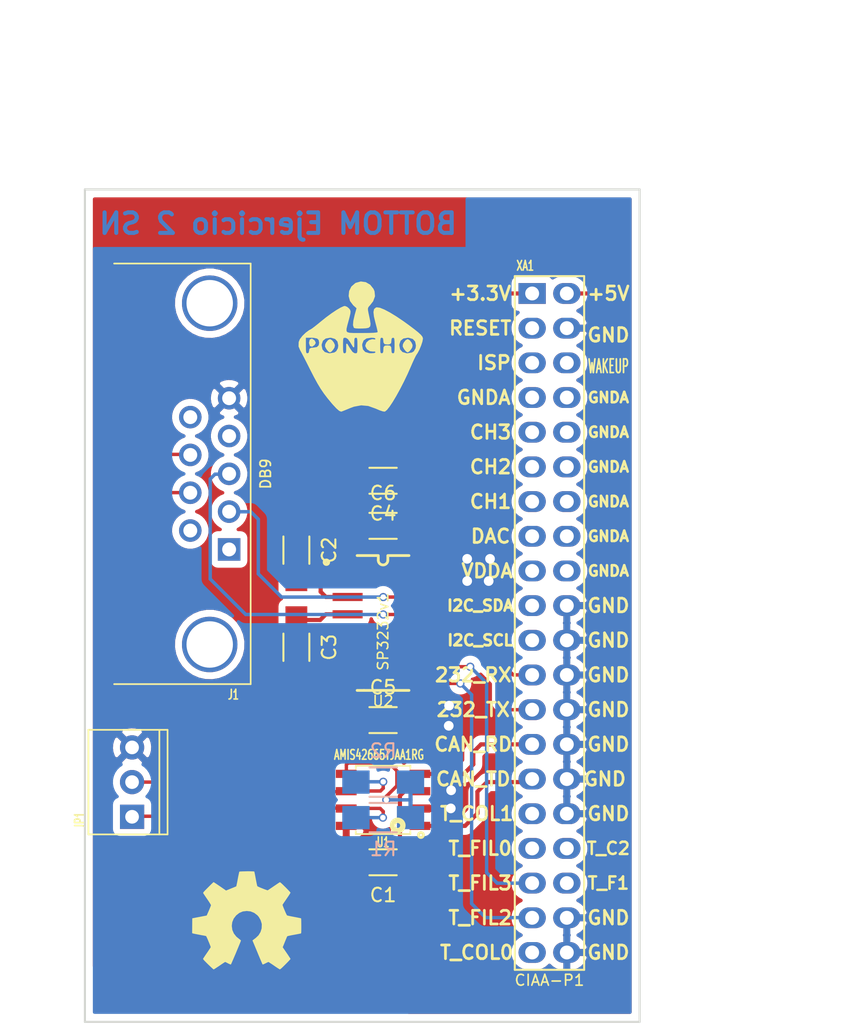
<source format=kicad_pcb>
(kicad_pcb (version 4) (host pcbnew 0.201511251016+6329~38~ubuntu14.04.1-stable)

  (general
    (links 44)
    (no_connects 0)
    (area 110.668999 56.820999 151.459001 117.931001)
    (thickness 1.6)
    (drawings 8)
    (tracks 235)
    (zones 0)
    (modules 15)
    (nets 49)
  )

  (page A4)
  (title_block
    (title "Ejercicio 2 - Santiago Nolasco")
    (date 2015-12-02)
    (rev 1.0)
    (company "IUA - KiCad")
  )

  (layers
    (0 F.Cu signal)
    (31 B.Cu signal)
    (32 B.Adhes user)
    (33 F.Adhes user)
    (34 B.Paste user)
    (35 F.Paste user)
    (36 B.SilkS user)
    (37 F.SilkS user)
    (38 B.Mask user)
    (39 F.Mask user)
    (40 Dwgs.User user)
    (41 Cmts.User user)
    (42 Eco1.User user)
    (43 Eco2.User user)
    (44 Edge.Cuts user)
    (45 Margin user)
    (46 B.CrtYd user)
    (47 F.CrtYd user)
    (48 B.Fab user)
    (49 F.Fab user)
  )

  (setup
    (last_trace_width 0.3048)
    (user_trace_width 0.3048)
    (trace_clearance 0.3048)
    (zone_clearance 0.508)
    (zone_45_only yes)
    (trace_min 0.2)
    (segment_width 0.2)
    (edge_width 0.15)
    (via_size 0.6)
    (via_drill 0.4)
    (via_min_size 0.4)
    (via_min_drill 0.3)
    (user_via 1.27 0.7112)
    (uvia_size 0.3)
    (uvia_drill 0.1)
    (uvias_allowed no)
    (uvia_min_size 0)
    (uvia_min_drill 0)
    (pcb_text_width 0.3)
    (pcb_text_size 1.5 1.5)
    (mod_edge_width 0.15)
    (mod_text_size 1 1)
    (mod_text_width 0.15)
    (pad_size 1.524 1.524)
    (pad_drill 0.762)
    (pad_to_mask_clearance 0.2)
    (aux_axis_origin 0 0)
    (visible_elements FFFEFF7F)
    (pcbplotparams
      (layerselection 0x00030_80000001)
      (usegerberextensions false)
      (excludeedgelayer true)
      (linewidth 0.100000)
      (plotframeref false)
      (viasonmask false)
      (mode 1)
      (useauxorigin false)
      (hpglpennumber 1)
      (hpglpenspeed 20)
      (hpglpendiameter 15)
      (hpglpenoverlay 2)
      (psnegative false)
      (psa4output false)
      (plotreference true)
      (plotvalue true)
      (plotinvisibletext false)
      (padsonsilk false)
      (subtractmaskfromsilk false)
      (outputformat 1)
      (mirror false)
      (drillshape 1)
      (scaleselection 1)
      (outputdirectory ""))
  )

  (net 0 "")
  (net 1 GND)
  (net 2 +5V)
  (net 3 "Net-(C2-Pad1)")
  (net 4 "Net-(C2-Pad2)")
  (net 5 "Net-(C3-Pad1)")
  (net 6 "Net-(C3-Pad2)")
  (net 7 "Net-(C4-Pad2)")
  (net 8 "Net-(C5-Pad2)")
  (net 9 +3.3V)
  (net 10 "Net-(J1-Pad1)")
  (net 11 "Net-(J1-Pad2)")
  (net 12 "Net-(J1-Pad3)")
  (net 13 "Net-(J1-Pad4)")
  (net 14 "Net-(J1-Pad6)")
  (net 15 "Net-(J1-Pad7)")
  (net 16 "Net-(J1-Pad8)")
  (net 17 "Net-(J1-Pad9)")
  (net 18 "/Conector y Can/CAN_P")
  (net 19 "/Conector y Can/CAN_N")
  (net 20 "Net-(R1-Pad2)")
  (net 21 "/Conector y Can/CAN_TX")
  (net 22 "/Conector y Can/CAN_RX")
  (net 23 "/Conector y Can/RTS")
  (net 24 "/Conector y Can/CTS")
  (net 25 "/Conector y Can/RXD")
  (net 26 "/Conector y Can/TXD")
  (net 27 "Net-(XA1-Pad11)")
  (net 28 "Net-(XA1-Pad13)")
  (net 29 "Net-(XA1-Pad6)")
  (net 30 "Net-(XA1-Pad15)")
  (net 31 "Net-(XA1-Pad8)")
  (net 32 "Net-(XA1-Pad17)")
  (net 33 "Net-(XA1-Pad10)")
  (net 34 "Net-(XA1-Pad19)")
  (net 35 "Net-(XA1-Pad12)")
  (net 36 "Net-(XA1-Pad21)")
  (net 37 "Net-(XA1-Pad14)")
  (net 38 "Net-(XA1-Pad16)")
  (net 39 "Net-(XA1-Pad18)")
  (net 40 "Net-(XA1-Pad31)")
  (net 41 "Net-(XA1-Pad33)")
  (net 42 "Net-(XA1-Pad34)")
  (net 43 "Net-(XA1-Pad36)")
  (net 44 "Net-(XA1-Pad3)")
  (net 45 "Net-(XA1-Pad5)")
  (net 46 "Net-(XA1-Pad7)")
  (net 47 "Net-(XA1-Pad9)")
  (net 48 "Net-(XA1-Pad39)")

  (net_class Default "This is the default net class."
    (clearance 0.3048)
    (trace_width 0.25)
    (via_dia 0.6)
    (via_drill 0.4)
    (uvia_dia 0.3)
    (uvia_drill 0.1)
    (add_net +3.3V)
    (add_net +5V)
    (add_net "/Conector y Can/CAN_N")
    (add_net "/Conector y Can/CAN_P")
    (add_net "/Conector y Can/CAN_RX")
    (add_net "/Conector y Can/CAN_TX")
    (add_net "/Conector y Can/CTS")
    (add_net "/Conector y Can/RTS")
    (add_net "/Conector y Can/RXD")
    (add_net "/Conector y Can/TXD")
    (add_net GND)
    (add_net "Net-(C2-Pad1)")
    (add_net "Net-(C2-Pad2)")
    (add_net "Net-(C3-Pad1)")
    (add_net "Net-(C3-Pad2)")
    (add_net "Net-(C4-Pad2)")
    (add_net "Net-(C5-Pad2)")
    (add_net "Net-(J1-Pad1)")
    (add_net "Net-(J1-Pad2)")
    (add_net "Net-(J1-Pad3)")
    (add_net "Net-(J1-Pad4)")
    (add_net "Net-(J1-Pad6)")
    (add_net "Net-(J1-Pad7)")
    (add_net "Net-(J1-Pad8)")
    (add_net "Net-(J1-Pad9)")
    (add_net "Net-(R1-Pad2)")
    (add_net "Net-(XA1-Pad10)")
    (add_net "Net-(XA1-Pad11)")
    (add_net "Net-(XA1-Pad12)")
    (add_net "Net-(XA1-Pad13)")
    (add_net "Net-(XA1-Pad14)")
    (add_net "Net-(XA1-Pad15)")
    (add_net "Net-(XA1-Pad16)")
    (add_net "Net-(XA1-Pad17)")
    (add_net "Net-(XA1-Pad18)")
    (add_net "Net-(XA1-Pad19)")
    (add_net "Net-(XA1-Pad21)")
    (add_net "Net-(XA1-Pad3)")
    (add_net "Net-(XA1-Pad31)")
    (add_net "Net-(XA1-Pad33)")
    (add_net "Net-(XA1-Pad34)")
    (add_net "Net-(XA1-Pad36)")
    (add_net "Net-(XA1-Pad39)")
    (add_net "Net-(XA1-Pad5)")
    (add_net "Net-(XA1-Pad6)")
    (add_net "Net-(XA1-Pad7)")
    (add_net "Net-(XA1-Pad8)")
    (add_net "Net-(XA1-Pad9)")
  )

  (module ej2:SP3232ECN-SOIC16N (layer F.Cu) (tedit 5656340C) (tstamp 565E00A6)
    (at 132.588 88.646 270)
    (descr "SMALL OUTLINE INTEGRATED CIRCUIT")
    (tags "SMALL OUTLINE INTEGRATED CIRCUIT")
    (path /565DDBCE/565DE466)
    (attr smd)
    (fp_text reference U2 (at 5.715 0 360) (layer F.SilkS)
      (effects (font (size 0.762 0.762) (thickness 0.1143)))
    )
    (fp_text value SP3232v1 (at 0.635 0 270) (layer F.SilkS)
      (effects (font (size 0.762 0.762) (thickness 0.1143)))
    )
    (fp_line (start -4.6 0.35) (end -4.9 0.35) (layer F.SilkS) (width 0.2032))
    (fp_line (start -4.6 -0.35) (end -4.9 -0.35) (layer F.SilkS) (width 0.2032))
    (fp_arc (start -4.6 0) (end -4.6 -0.35) (angle 180) (layer F.SilkS) (width 0.2032))
    (fp_circle (center -4.45 4.15) (end -4.35 4.05) (layer F.SilkS) (width 0.254))
    (fp_line (start -4.93776 1.89992) (end -4.93776 0.35) (layer F.SilkS) (width 0.2032))
    (fp_line (start -4.93776 -0.35) (end -4.93776 -1.89992) (layer F.SilkS) (width 0.2032))
    (fp_line (start 4.93776 -1.89992) (end 4.93776 1.39954) (layer F.SilkS) (width 0.2032))
    (fp_line (start 4.93776 1.39954) (end 4.93776 1.89992) (layer F.SilkS) (width 0.2032))
    (pad 1 smd rect (at -4.445 2.59842 270) (size 0.59944 2.19964) (layers F.Cu F.Paste F.Mask)
      (net 4 "Net-(C2-Pad2)"))
    (pad 2 smd rect (at -3.175 2.59842 270) (size 0.59944 2.19964) (layers F.Cu F.Paste F.Mask)
      (net 7 "Net-(C4-Pad2)"))
    (pad 3 smd rect (at -1.905 2.59842 270) (size 0.59944 2.19964) (layers F.Cu F.Paste F.Mask)
      (net 3 "Net-(C2-Pad1)"))
    (pad 4 smd rect (at -0.635 2.59842 270) (size 0.59944 2.19964) (layers F.Cu F.Paste F.Mask)
      (net 6 "Net-(C3-Pad2)"))
    (pad 5 smd rect (at 0.635 2.59842 270) (size 0.59944 2.19964) (layers F.Cu F.Paste F.Mask)
      (net 5 "Net-(C3-Pad1)"))
    (pad 6 smd rect (at 1.905 2.59842 270) (size 0.59944 2.19964) (layers F.Cu F.Paste F.Mask)
      (net 8 "Net-(C5-Pad2)"))
    (pad 7 smd rect (at 3.175 2.59842 270) (size 0.59944 2.19964) (layers F.Cu F.Paste F.Mask)
      (net 16 "Net-(J1-Pad8)"))
    (pad 8 smd rect (at 4.445 2.59842 270) (size 0.59944 2.19964) (layers F.Cu F.Paste F.Mask)
      (net 15 "Net-(J1-Pad7)"))
    (pad 9 smd rect (at 4.445 -2.59842 270) (size 0.59944 2.19964) (layers F.Cu F.Paste F.Mask)
      (net 23 "/Conector y Can/RTS"))
    (pad 10 smd rect (at 3.175 -2.59842 270) (size 0.59944 2.19964) (layers F.Cu F.Paste F.Mask)
      (net 24 "/Conector y Can/CTS"))
    (pad 11 smd rect (at 1.905 -2.59842 270) (size 0.59944 2.19964) (layers F.Cu F.Paste F.Mask)
      (net 25 "/Conector y Can/RXD"))
    (pad 12 smd rect (at 0.635 -2.59842 270) (size 0.59944 2.19964) (layers F.Cu F.Paste F.Mask)
      (net 26 "/Conector y Can/TXD"))
    (pad 13 smd rect (at -0.635 -2.59842 270) (size 0.59944 2.19964) (layers F.Cu F.Paste F.Mask)
      (net 12 "Net-(J1-Pad3)"))
    (pad 14 smd rect (at -1.905 -2.59842 270) (size 0.59944 2.19964) (layers F.Cu F.Paste F.Mask)
      (net 11 "Net-(J1-Pad2)"))
    (pad 15 smd rect (at -3.175 -2.59842 270) (size 0.59944 2.19964) (layers F.Cu F.Paste F.Mask)
      (net 1 GND))
    (pad 16 smd rect (at -4.445 -2.59842 270) (size 0.59944 2.19964) (layers F.Cu F.Paste F.Mask)
      (net 9 +3.3V))
    (model ${KIPRJMOD}/ej2.3dshapes/so-16.wrl
      (at (xyz 0 0 0))
      (scale (xyz 1 1 1))
      (rotate (xyz 0 0 0))
    )
  )

  (module ej2:DB9_F_TH (layer F.Cu) (tedit 565607B0) (tstamp 565E0073)
    (at 119.888 77.724 90)
    (path /565DDBCE/565DFC79)
    (fp_text reference J1 (at -16.165 1.735 180) (layer F.SilkS)
      (effects (font (size 0.7112 0.4572) (thickness 0.1143)))
    )
    (fp_text value DB9 (at 0 4.1 90) (layer F.SilkS)
      (effects (font (size 0.762 0.762) (thickness 0.127)))
    )
    (fp_line (start 15.4 3) (end 15.4 -7) (layer F.SilkS) (width 0.127))
    (fp_line (start 15.4 -9.5) (end 15.4 -7) (layer Dwgs.User) (width 0.127))
    (fp_line (start -15.4 3) (end -15.4 -7) (layer F.SilkS) (width 0.127))
    (fp_line (start -15.4 -9.5) (end -15.4 -7) (layer Dwgs.User) (width 0.127))
    (fp_line (start -15.4 -9.1) (end 15.4 -9.1) (layer Dwgs.User) (width 0.127))
    (fp_arc (start -14.2 -14.3) (end -14.2 -14.5) (angle 90) (layer Dwgs.User) (width 0.127))
    (fp_arc (start -13.8 -14.3) (end -14 -14.3) (angle 90) (layer Dwgs.User) (width 0.127))
    (fp_arc (start -10.8 -14.3) (end -11 -14.3) (angle 90) (layer Dwgs.User) (width 0.127))
    (fp_arc (start -11.2 -14.3) (end -11.2 -14.5) (angle 90) (layer Dwgs.User) (width 0.127))
    (fp_arc (start 11.2 -14.3) (end 11 -14.3) (angle 90) (layer Dwgs.User) (width 0.127))
    (fp_arc (start 10.8 -14.3) (end 10.8 -14.5) (angle 90) (layer Dwgs.User) (width 0.127))
    (fp_arc (start 14.2 -14.3) (end 14 -14.3) (angle 90) (layer Dwgs.User) (width 0.127))
    (fp_arc (start 13.8 -14.3) (end 13.8 -14.5) (angle 90) (layer Dwgs.User) (width 0.127))
    (fp_line (start 10 -14.1) (end 10 -9.5) (layer Dwgs.User) (width 0.127))
    (fp_line (start 15 -14.1) (end 15 -9.5) (layer Dwgs.User) (width 0.127))
    (fp_line (start 10.4 -14.5) (end 14.6 -14.5) (layer Dwgs.User) (width 0.127))
    (fp_line (start -15 -14.1) (end -15 -9.5) (layer Dwgs.User) (width 0.127))
    (fp_line (start -10 -14.1) (end -10 -9.5) (layer Dwgs.User) (width 0.127))
    (fp_line (start -14.6 -14.5) (end -10.4 -14.5) (layer Dwgs.User) (width 0.127))
    (fp_arc (start -14.6 -14.1) (end -15 -14.1) (angle 90) (layer Dwgs.User) (width 0.127))
    (fp_arc (start -10.4 -14.1) (end -10.4 -14.5) (angle 90) (layer Dwgs.User) (width 0.127))
    (fp_arc (start 10.4 -14.1) (end 10 -14.1) (angle 90) (layer Dwgs.User) (width 0.127))
    (fp_arc (start 14.6 -14.1) (end 14.6 -14.5) (angle 90) (layer Dwgs.User) (width 0.127))
    (fp_line (start 14 -14.5) (end 14 -9.5) (layer Dwgs.User) (width 0.127))
    (fp_line (start 11 -14.5) (end 11 -9.5) (layer Dwgs.User) (width 0.127))
    (fp_line (start -11 -14.5) (end -11 -9.5) (layer Dwgs.User) (width 0.127))
    (fp_line (start -14 -14.5) (end -14 -9.5) (layer Dwgs.User) (width 0.127))
    (fp_line (start 7.8 -15.3) (end -7.8 -15.3) (layer Dwgs.User) (width 0.127))
    (fp_line (start 8.2 -14.9) (end 8.2 -9.5) (layer Dwgs.User) (width 0.127))
    (fp_line (start -8.2 -14.9) (end -8.2 -9.5) (layer Dwgs.User) (width 0.127))
    (fp_arc (start -7.8 -14.9) (end -8.2 -14.9) (angle 90) (layer Dwgs.User) (width 0.127))
    (fp_arc (start 7.8 -14.9) (end 7.8 -15.3) (angle 90) (layer Dwgs.User) (width 0.127))
    (fp_line (start 15.4 3) (end -15.4 3) (layer F.SilkS) (width 0.127))
    (fp_line (start -15.4 -9.5) (end 15.4 -9.5) (layer Dwgs.User) (width 0.127))
    (pad 1 thru_hole rect (at -5.5372 1.4224 90) (size 1.651 1.651) (drill 1.016) (layers *.Cu *.Mask)
      (net 10 "Net-(J1-Pad1)"))
    (pad 2 thru_hole circle (at -2.7686 1.4224 90) (size 1.651 1.651) (drill 1.016) (layers *.Cu *.Mask)
      (net 11 "Net-(J1-Pad2)"))
    (pad 3 thru_hole circle (at 0 1.4224 90) (size 1.651 1.651) (drill 1.016) (layers *.Cu *.Mask)
      (net 12 "Net-(J1-Pad3)"))
    (pad 4 thru_hole circle (at 2.7686 1.4224 90) (size 1.651 1.651) (drill 1.016) (layers *.Cu *.Mask)
      (net 13 "Net-(J1-Pad4)"))
    (pad 5 thru_hole circle (at 5.5372 1.4224 90) (size 1.651 1.651) (drill 1.016) (layers *.Cu *.Mask)
      (net 1 GND))
    (pad 6 thru_hole circle (at -4.1529 -1.4224 90) (size 1.651 1.651) (drill 1.016) (layers *.Cu *.Mask)
      (net 14 "Net-(J1-Pad6)"))
    (pad 7 thru_hole circle (at -1.3843 -1.4224 90) (size 1.651 1.651) (drill 1.016) (layers *.Cu *.Mask)
      (net 15 "Net-(J1-Pad7)"))
    (pad 8 thru_hole circle (at 1.3843 -1.4224 90) (size 1.651 1.651) (drill 1.016) (layers *.Cu *.Mask)
      (net 16 "Net-(J1-Pad8)"))
    (pad 9 thru_hole circle (at 4.1529 -1.4224 90) (size 1.651 1.651) (drill 1.016) (layers *.Cu *.Mask)
      (net 17 "Net-(J1-Pad9)"))
    (pad 10 thru_hole circle (at -12.4968 0 90) (size 4.064 4.064) (drill 3.4) (layers *.Cu *.Mask))
    (pad 11 thru_hole circle (at 12.4968 0 90) (size 4.064 4.064) (drill 3.4) (layers *.Cu *.Mask))
    (model ${KIPRJMOD}/ej2.3dshapes/db_9f.wrl
      (at (xyz 0 0.31 0))
      (scale (xyz 1 1.1 1))
      (rotate (xyz 0 0 180))
    )
  )

  (module ej2:CON_PALETA_3 (layer F.Cu) (tedit 55918D28) (tstamp 565E007A)
    (at 114.2 100.3 90)
    (path /565DDB9F/565DEF12)
    (fp_text reference JP1 (at -2.8 -3.8 90) (layer F.SilkS)
      (effects (font (size 0.762 0.4572) (thickness 0.127)))
    )
    (fp_text value CONN_3 (at 0 3.3 90) (layer F.Fab)
      (effects (font (size 0.762 0.4572) (thickness 0.127)))
    )
    (fp_line (start 3.83 -3.2) (end 3.83 2.6) (layer F.SilkS) (width 0.127))
    (fp_line (start -3.83 -3.2) (end 3.83 -3.2) (layer F.SilkS) (width 0.127))
    (fp_line (start -3.83 2.6) (end -3.83 -3.2) (layer F.SilkS) (width 0.127))
    (fp_line (start 3.83 2.6) (end -3.83 2.6) (layer F.SilkS) (width 0.127))
    (fp_line (start 3.83 2) (end -3.83 2) (layer F.SilkS) (width 0.127))
    (pad 1 thru_hole rect (at -2.54 0 90) (size 1.778 1.778) (drill 1) (layers *.Cu *.Mask)
      (net 18 "/Conector y Can/CAN_P"))
    (pad 2 thru_hole circle (at 0 0 90) (size 1.778 1.778) (drill 1) (layers *.Cu *.Mask)
      (net 19 "/Conector y Can/CAN_N"))
    (pad 3 thru_hole circle (at 2.54 0 90) (size 1.778 1.778) (drill 1) (layers *.Cu *.Mask)
      (net 1 GND))
    (model ${KIPRJMOD}/ej2.3dshapes/CON_PALETA_3.wrl
      (at (xyz 0 0.012 0))
      (scale (xyz 0.395 0.395 0.395))
      (rotate (xyz 0 0 180))
    )
  )

  (module ej2:R_1206_HandSoldering (layer B.Cu) (tedit 5418A20D) (tstamp 565E0080)
    (at 132.6 102.9)
    (descr "Resistor SMD 1206, hand soldering")
    (tags "resistor 1206")
    (path /565DDB9F/565DEE56)
    (attr smd)
    (fp_text reference R1 (at 0 2.3) (layer B.SilkS)
      (effects (font (size 1 1) (thickness 0.15)) (justify mirror))
    )
    (fp_text value 60 (at 0 -2.3) (layer B.Fab)
      (effects (font (size 1 1) (thickness 0.15)) (justify mirror))
    )
    (fp_line (start -3.3 1.2) (end 3.3 1.2) (layer B.CrtYd) (width 0.05))
    (fp_line (start -3.3 -1.2) (end 3.3 -1.2) (layer B.CrtYd) (width 0.05))
    (fp_line (start -3.3 1.2) (end -3.3 -1.2) (layer B.CrtYd) (width 0.05))
    (fp_line (start 3.3 1.2) (end 3.3 -1.2) (layer B.CrtYd) (width 0.05))
    (fp_line (start 1 -1.075) (end -1 -1.075) (layer B.SilkS) (width 0.15))
    (fp_line (start -1 1.075) (end 1 1.075) (layer B.SilkS) (width 0.15))
    (pad 1 smd rect (at -2 0) (size 2 1.7) (layers B.Cu B.Paste B.Mask)
      (net 18 "/Conector y Can/CAN_P"))
    (pad 2 smd rect (at 2 0) (size 2 1.7) (layers B.Cu B.Paste B.Mask)
      (net 20 "Net-(R1-Pad2)"))
    (model ${KIPRJMOD}/ej2.3dshapes/R_1206_HandSoldering.wrl
      (at (xyz 0 0 0))
      (scale (xyz 1 1 1))
      (rotate (xyz 0 0 0))
    )
  )

  (module ej2:R_1206_HandSoldering (layer B.Cu) (tedit 5418A20D) (tstamp 565E0086)
    (at 132.6 100.3 180)
    (descr "Resistor SMD 1206, hand soldering")
    (tags "resistor 1206")
    (path /565DDB9F/565DEEE9)
    (attr smd)
    (fp_text reference R2 (at 0 2.3 180) (layer B.SilkS)
      (effects (font (size 1 1) (thickness 0.15)) (justify mirror))
    )
    (fp_text value 60 (at 0 -2.3 180) (layer B.Fab)
      (effects (font (size 1 1) (thickness 0.15)) (justify mirror))
    )
    (fp_line (start -3.3 1.2) (end 3.3 1.2) (layer B.CrtYd) (width 0.05))
    (fp_line (start -3.3 -1.2) (end 3.3 -1.2) (layer B.CrtYd) (width 0.05))
    (fp_line (start -3.3 1.2) (end -3.3 -1.2) (layer B.CrtYd) (width 0.05))
    (fp_line (start 3.3 1.2) (end 3.3 -1.2) (layer B.CrtYd) (width 0.05))
    (fp_line (start 1 -1.075) (end -1 -1.075) (layer B.SilkS) (width 0.15))
    (fp_line (start -1 1.075) (end 1 1.075) (layer B.SilkS) (width 0.15))
    (pad 1 smd rect (at -2 0 180) (size 2 1.7) (layers B.Cu B.Paste B.Mask)
      (net 20 "Net-(R1-Pad2)"))
    (pad 2 smd rect (at 2 0 180) (size 2 1.7) (layers B.Cu B.Paste B.Mask)
      (net 19 "/Conector y Can/CAN_N"))
    (model ${KIPRJMOD}/ej2.3dshapes/R_1206_HandSoldering.wrl
      (at (xyz 0 0 0))
      (scale (xyz 1 1 1))
      (rotate (xyz 0 0 0))
    )
  )

  (module ej2:SOIC-8 (layer F.Cu) (tedit 53B412FC) (tstamp 565E0092)
    (at 132.588 101.6 180)
    (descr SO-8)
    (path /565DDB9F/565DEB0A)
    (fp_text reference U1 (at 0 -3.1 180) (layer F.SilkS)
      (effects (font (size 0.7112 0.4572) (thickness 0.1143)))
    )
    (fp_text value AMIS42665TJAA1RG (at 0.3 3.3 180) (layer F.SilkS)
      (effects (font (size 0.7112 0.4572) (thickness 0.1143)))
    )
    (fp_line (start -2 -2.5) (end -2 -2.3) (layer F.SilkS) (width 0.127))
    (fp_line (start -2 2.5) (end -2 2.3) (layer F.SilkS) (width 0.127))
    (fp_line (start 2 2.5) (end 2 2.3) (layer F.SilkS) (width 0.127))
    (fp_line (start 2 -2.5) (end 2 -2.3) (layer F.SilkS) (width 0.127))
    (fp_circle (center -2.7746 -2.5764) (end -2.8 -2.5) (layer F.SilkS) (width 0.2032))
    (fp_line (start 2 -2.5) (end -2 -2.5) (layer F.SilkS) (width 0.127))
    (fp_line (start -2 2.5) (end 2 2.5) (layer F.SilkS) (width 0.127))
    (fp_circle (center -1.0746 -1.8764) (end -1.1 -1.7) (layer F.SilkS) (width 0.4))
    (pad 1 smd rect (at -2.7 -1.905 90) (size 0.6 1.52) (layers F.Cu F.Paste F.Mask)
      (net 21 "/Conector y Can/CAN_TX"))
    (pad 2 smd rect (at -2.7 -0.635 90) (size 0.6 1.52) (layers F.Cu F.Paste F.Mask)
      (net 1 GND))
    (pad 3 smd rect (at -2.7 0.635 90) (size 0.6 1.52) (layers F.Cu F.Paste F.Mask)
      (net 2 +5V))
    (pad 4 smd rect (at -2.7 1.905 90) (size 0.6 1.52) (layers F.Cu F.Paste F.Mask)
      (net 22 "/Conector y Can/CAN_RX"))
    (pad 5 smd rect (at 2.7 1.905 90) (size 0.6 1.52) (layers F.Cu F.Paste F.Mask)
      (net 20 "Net-(R1-Pad2)"))
    (pad 6 smd rect (at 2.7 0.635 90) (size 0.6 1.52) (layers F.Cu F.Paste F.Mask)
      (net 19 "/Conector y Can/CAN_N"))
    (pad 7 smd rect (at 2.7 -0.635 90) (size 0.6 1.52) (layers F.Cu F.Paste F.Mask)
      (net 18 "/Conector y Can/CAN_P"))
    (pad 8 smd rect (at 2.7 -1.905 90) (size 0.6 1.52) (layers F.Cu F.Paste F.Mask)
      (net 1 GND))
    (model ${KIPRJMOD}/ej2.3dshapes/so-8.wrl
      (at (xyz 0 0 0))
      (scale (xyz 1 1 1))
      (rotate (xyz 0 0 90))
    )
  )

  (module ej2:Conn_Poncho_Derecha (layer F.Cu) (tedit 565779F5) (tstamp 565E00D2)
    (at 143.51 64.516)
    (tags "CONN Poncho")
    (path /565DDB9F/565DE781)
    (fp_text reference XA1 (at -0.508 -2.032) (layer F.SilkS)
      (effects (font (size 0.7112 0.4572) (thickness 0.1143)))
    )
    (fp_text value Conn_Poncho2P_2x_20x2 (at -1.905 51.181) (layer F.SilkS) hide
      (effects (font (size 0.7112 0.4572) (thickness 0.1143)))
    )
    (fp_text user GND (at 5.588 48.26) (layer F.SilkS)
      (effects (font (size 1 1) (thickness 0.2)))
    )
    (fp_text user GND (at 5.588 45.72) (layer F.SilkS)
      (effects (font (size 1 1) (thickness 0.2)))
    )
    (fp_text user T_F1 (at 5.588 43.18) (layer F.SilkS)
      (effects (font (size 0.9 0.9) (thickness 0.18)))
    )
    (fp_text user T_C2 (at 5.588 40.64) (layer F.SilkS)
      (effects (font (size 0.9 0.9) (thickness 0.18)))
    )
    (fp_text user GND (at 5.588 38.1) (layer F.SilkS)
      (effects (font (size 1 1) (thickness 0.2)))
    )
    (fp_text user GND (at 5.334 35.56) (layer F.SilkS)
      (effects (font (size 1 1) (thickness 0.2)))
    )
    (fp_text user GND (at 5.588 33.02) (layer F.SilkS)
      (effects (font (size 1 1) (thickness 0.2)))
    )
    (fp_text user GND (at 5.588 30.48) (layer F.SilkS)
      (effects (font (size 1 1) (thickness 0.2)))
    )
    (fp_text user GND (at 5.588 27.94) (layer F.SilkS)
      (effects (font (size 1 1) (thickness 0.2)))
    )
    (fp_text user GND (at 5.588 25.4) (layer F.SilkS)
      (effects (font (size 1 1) (thickness 0.2)))
    )
    (fp_text user GND (at 5.588 22.86) (layer F.SilkS)
      (effects (font (size 1 1) (thickness 0.2)))
    )
    (fp_text user GNDA (at 5.588 20.32) (layer F.SilkS)
      (effects (font (size 0.76 0.76) (thickness 0.19)))
    )
    (fp_text user GNDA (at 5.588 17.78) (layer F.SilkS)
      (effects (font (size 0.76 0.76) (thickness 0.19)))
    )
    (fp_text user GNDA (at 5.588 15.24) (layer F.SilkS)
      (effects (font (size 0.76 0.76) (thickness 0.19)))
    )
    (fp_text user GNDA (at 5.588 12.7) (layer F.SilkS)
      (effects (font (size 0.76 0.76) (thickness 0.19)))
    )
    (fp_text user GNDA (at 5.588 10.16) (layer F.SilkS)
      (effects (font (size 0.76 0.76) (thickness 0.19)))
    )
    (fp_text user GNDA (at 5.588 7.62) (layer F.SilkS)
      (effects (font (size 0.76 0.76) (thickness 0.19)))
    )
    (fp_text user WAKEUP (at 5.588 5.334) (layer F.SilkS)
      (effects (font (size 1 0.5) (thickness 0.125)))
    )
    (fp_text user GND (at 5.588 3.048) (layer F.SilkS)
      (effects (font (size 1 1) (thickness 0.2)))
    )
    (fp_text user +5V (at 5.588 0) (layer F.SilkS)
      (effects (font (size 1 1) (thickness 0.2)))
    )
    (fp_text user T_COL0 (at -4.064 48.26) (layer F.SilkS)
      (effects (font (size 1 1) (thickness 0.2)))
    )
    (fp_text user T_FIL2 (at -3.81 45.72) (layer F.SilkS)
      (effects (font (size 1 1) (thickness 0.2)))
    )
    (fp_text user T_FIL3 (at -3.81 43.18) (layer F.SilkS)
      (effects (font (size 1 1) (thickness 0.2)))
    )
    (fp_text user T_FIL0 (at -3.81 40.64) (layer F.SilkS)
      (effects (font (size 1 1) (thickness 0.2)))
    )
    (fp_text user T_COL1 (at -4.064 38.1) (layer F.SilkS)
      (effects (font (size 1 1) (thickness 0.2)))
    )
    (fp_text user CAN_TD (at -4.318 35.56) (layer F.SilkS)
      (effects (font (size 1 1) (thickness 0.2)))
    )
    (fp_text user CAN_RD (at -4.318 33.02) (layer F.SilkS)
      (effects (font (size 1 1) (thickness 0.2)))
    )
    (fp_text user 232_TX (at -4.318 30.48) (layer F.SilkS)
      (effects (font (size 1 1) (thickness 0.2)))
    )
    (fp_text user 232_RX (at -4.318 27.94) (layer F.SilkS)
      (effects (font (size 1 1) (thickness 0.2)))
    )
    (fp_text user I2C_SCL (at -3.81 25.4) (layer F.SilkS)
      (effects (font (size 0.8 0.8) (thickness 0.2)))
    )
    (fp_text user I2C_SDA (at -3.81 22.86) (layer F.SilkS)
      (effects (font (size 0.8 0.8) (thickness 0.2)))
    )
    (fp_text user VDDA (at -3.302 20.32) (layer F.SilkS)
      (effects (font (size 1 1) (thickness 0.2)))
    )
    (fp_text user DAC (at -3.048 17.78) (layer F.SilkS)
      (effects (font (size 1 1) (thickness 0.2)))
    )
    (fp_text user CH1 (at -3.048 15.24) (layer F.SilkS)
      (effects (font (size 1 1) (thickness 0.2)))
    )
    (fp_text user CH2 (at -3.048 12.7) (layer F.SilkS)
      (effects (font (size 1 1) (thickness 0.2)))
    )
    (fp_text user CH3 (at -3.048 10.16) (layer F.SilkS)
      (effects (font (size 1 1) (thickness 0.2)))
    )
    (fp_text user GNDA (at -3.556 7.62) (layer F.SilkS)
      (effects (font (size 1 1) (thickness 0.2)))
    )
    (fp_text user ISP (at -2.794 5.08) (layer F.SilkS)
      (effects (font (size 1 1) (thickness 0.2)))
    )
    (fp_text user RESET (at -3.81 2.54) (layer F.SilkS)
      (effects (font (size 1 1) (thickness 0.2)))
    )
    (fp_text user CIAA-P1 (at 1.27 50.292) (layer F.SilkS)
      (effects (font (size 0.8 0.8) (thickness 0.12)))
    )
    (fp_text user +3.3V (at -3.81 0) (layer F.SilkS)
      (effects (font (size 1 1) (thickness 0.2)))
    )
    (fp_line (start -1.27 49.53) (end -1.27 -1.27) (layer F.SilkS) (width 0.15))
    (fp_line (start 3.81 49.53) (end 3.81 -1.27) (layer F.SilkS) (width 0.15))
    (fp_line (start 3.81 49.53) (end -1.27 49.53) (layer F.SilkS) (width 0.15))
    (fp_line (start 3.81 -1.27) (end -1.27 -1.27) (layer F.SilkS) (width 0.15))
    (pad 1 thru_hole rect (at 0 0 270) (size 1.524 2) (drill 1.016) (layers *.Cu *.Mask)
      (net 9 +3.3V))
    (pad 2 thru_hole oval (at 2.54 0 270) (size 1.524 2) (drill 1.016) (layers *.Cu *.Mask)
      (net 2 +5V))
    (pad 11 thru_hole oval (at 0 12.7 270) (size 1.524 2) (drill 1.016) (layers *.Cu *.Mask)
      (net 27 "Net-(XA1-Pad11)"))
    (pad 4 thru_hole oval (at 2.54 2.54 270) (size 1.524 2) (drill 1.016) (layers *.Cu *.Mask)
      (net 1 GND))
    (pad 13 thru_hole oval (at 0 15.24 270) (size 1.524 2) (drill 1.016) (layers *.Cu *.Mask)
      (net 28 "Net-(XA1-Pad13)"))
    (pad 6 thru_hole oval (at 2.54 5.08 270) (size 1.524 2) (drill 1.016) (layers *.Cu *.Mask)
      (net 29 "Net-(XA1-Pad6)"))
    (pad 15 thru_hole oval (at 0 17.78 270) (size 1.524 2) (drill 1.016) (layers *.Cu *.Mask)
      (net 30 "Net-(XA1-Pad15)"))
    (pad 8 thru_hole oval (at 2.54 7.62 270) (size 1.524 2) (drill 1.016) (layers *.Cu *.Mask)
      (net 31 "Net-(XA1-Pad8)"))
    (pad 17 thru_hole oval (at 0 20.32 270) (size 1.524 2) (drill 1.016) (layers *.Cu *.Mask)
      (net 32 "Net-(XA1-Pad17)"))
    (pad 10 thru_hole oval (at 2.54 10.16 270) (size 1.524 2) (drill 1.016) (layers *.Cu *.Mask)
      (net 33 "Net-(XA1-Pad10)"))
    (pad 19 thru_hole oval (at 0 22.86 270) (size 1.524 2) (drill 1.016) (layers *.Cu *.Mask)
      (net 34 "Net-(XA1-Pad19)"))
    (pad 12 thru_hole oval (at 2.54 12.7 270) (size 1.524 2) (drill 1.016) (layers *.Cu *.Mask)
      (net 35 "Net-(XA1-Pad12)"))
    (pad 21 thru_hole oval (at 0 25.4 270) (size 1.524 2) (drill 1.016) (layers *.Cu *.Mask)
      (net 36 "Net-(XA1-Pad21)"))
    (pad 14 thru_hole oval (at 2.54 15.24 270) (size 1.524 2) (drill 1.016) (layers *.Cu *.Mask)
      (net 37 "Net-(XA1-Pad14)"))
    (pad 23 thru_hole oval (at 0 27.94 270) (size 1.524 2) (drill 1.016) (layers *.Cu *.Mask)
      (net 26 "/Conector y Can/TXD"))
    (pad 16 thru_hole oval (at 2.54 17.78 270) (size 1.524 2) (drill 1.016) (layers *.Cu *.Mask)
      (net 38 "Net-(XA1-Pad16)"))
    (pad 25 thru_hole oval (at 0 30.48 270) (size 1.524 2) (drill 1.016) (layers *.Cu *.Mask)
      (net 25 "/Conector y Can/RXD"))
    (pad 18 thru_hole oval (at 2.54 20.32 270) (size 1.524 2) (drill 1.016) (layers *.Cu *.Mask)
      (net 39 "Net-(XA1-Pad18)"))
    (pad 27 thru_hole oval (at 0 33.02 270) (size 1.524 2) (drill 1.016) (layers *.Cu *.Mask)
      (net 22 "/Conector y Can/CAN_RX"))
    (pad 20 thru_hole oval (at 2.54 22.86 270) (size 1.524 2) (drill 1.016) (layers *.Cu *.Mask)
      (net 1 GND))
    (pad 29 thru_hole oval (at 0 35.56 270) (size 1.524 2) (drill 1.016) (layers *.Cu *.Mask)
      (net 21 "/Conector y Can/CAN_TX"))
    (pad 22 thru_hole oval (at 2.54 25.4 270) (size 1.524 2) (drill 1.016) (layers *.Cu *.Mask)
      (net 1 GND))
    (pad 31 thru_hole oval (at 0 38.1 270) (size 1.524 2) (drill 1.016) (layers *.Cu *.Mask)
      (net 40 "Net-(XA1-Pad31)"))
    (pad 24 thru_hole oval (at 2.54 27.94 270) (size 1.524 2) (drill 1.016) (layers *.Cu *.Mask)
      (net 1 GND))
    (pad 26 thru_hole oval (at 2.54 30.48 270) (size 1.524 2) (drill 1.016) (layers *.Cu *.Mask)
      (net 1 GND))
    (pad 33 thru_hole oval (at 0 40.64 270) (size 1.524 2) (drill 1.016) (layers *.Cu *.Mask)
      (net 41 "Net-(XA1-Pad33)"))
    (pad 28 thru_hole oval (at 2.54 33.02 270) (size 1.524 2) (drill 1.016) (layers *.Cu *.Mask)
      (net 1 GND))
    (pad 32 thru_hole oval (at 2.54 38.1 270) (size 1.524 2) (drill 1.016) (layers *.Cu *.Mask)
      (net 1 GND))
    (pad 34 thru_hole oval (at 2.54 40.64 270) (size 1.524 2) (drill 1.016) (layers *.Cu *.Mask)
      (net 42 "Net-(XA1-Pad34)"))
    (pad 36 thru_hole oval (at 2.54 43.18 270) (size 1.524 2) (drill 1.016) (layers *.Cu *.Mask)
      (net 43 "Net-(XA1-Pad36)"))
    (pad 38 thru_hole oval (at 2.54 45.72 270) (size 1.524 2) (drill 1.016) (layers *.Cu *.Mask)
      (net 1 GND))
    (pad 35 thru_hole oval (at 0 43.18 270) (size 1.524 2) (drill 1.016) (layers *.Cu *.Mask)
      (net 24 "/Conector y Can/CTS"))
    (pad 37 thru_hole oval (at 0 45.72 270) (size 1.524 2) (drill 1.016) (layers *.Cu *.Mask)
      (net 23 "/Conector y Can/RTS"))
    (pad 3 thru_hole oval (at 0 2.54 270) (size 1.524 2) (drill 1.016) (layers *.Cu *.Mask)
      (net 44 "Net-(XA1-Pad3)"))
    (pad 5 thru_hole oval (at 0 5.08 270) (size 1.524 2) (drill 1.016) (layers *.Cu *.Mask)
      (net 45 "Net-(XA1-Pad5)"))
    (pad 7 thru_hole oval (at 0 7.62 270) (size 1.524 2) (drill 1.016) (layers *.Cu *.Mask)
      (net 46 "Net-(XA1-Pad7)"))
    (pad 9 thru_hole oval (at 0 10.16 270) (size 1.524 2) (drill 1.016) (layers *.Cu *.Mask)
      (net 47 "Net-(XA1-Pad9)"))
    (pad 39 thru_hole oval (at 0 48.26 270) (size 1.524 2) (drill 1.016) (layers *.Cu *.Mask)
      (net 48 "Net-(XA1-Pad39)"))
    (pad 40 thru_hole oval (at 2.54 48.26 270) (size 1.524 2) (drill 1.016) (layers *.Cu *.Mask)
      (net 1 GND))
    (pad 30 thru_hole oval (at 2.54 35.56 270) (size 1.524 2) (drill 1.016) (layers *.Cu *.Mask)
      (net 1 GND))
    (model ${KIPRJMOD}/ej2.3dshapes/pin_strip_20x2.wrl
      (at (xyz 0.05 -0.95 -0.063))
      (scale (xyz 1 1 1))
      (rotate (xyz 180 0 90))
    )
  )

  (module ej2:C_1206_HandSoldering (layer F.Cu) (tedit 565E0796) (tstamp 565E12A5)
    (at 132.588 106.172)
    (path /565DDB9F/565DEC8D)
    (fp_text reference C1 (at 0 2.4) (layer F.SilkS)
      (effects (font (size 1 1) (thickness 0.15)))
    )
    (fp_text value 100nF (at 0 -2.55) (layer F.Fab)
      (effects (font (size 1 1) (thickness 0.15)))
    )
    (fp_line (start -3.3 -0.8) (end -3.3 -1.15) (layer F.CrtYd) (width 0.15))
    (fp_line (start -3.3 -1.15) (end 3.3 -1.15) (layer F.CrtYd) (width 0.15))
    (fp_line (start 3.3 -1.15) (end 3.3 1.15) (layer F.CrtYd) (width 0.15))
    (fp_line (start 3.3 1.15) (end -3.3 1.15) (layer F.CrtYd) (width 0.15))
    (fp_line (start -3.3 1.15) (end -3.3 -0.8) (layer F.CrtYd) (width 0.15))
    (fp_line (start -1 0.95) (end 1 0.95) (layer F.SilkS) (width 0.15))
    (fp_line (start -1 -0.95) (end 1 -0.95) (layer F.SilkS) (width 0.15))
    (pad 1 smd rect (at -2 0) (size 2 1.6) (layers F.Cu F.Paste F.Mask)
      (net 1 GND))
    (pad 2 smd rect (at 2 0) (size 2 1.6) (layers F.Cu F.Paste F.Mask)
      (net 2 +5V))
    (model ${KIPRJMOD}/ej2.3dshapes/C_1206_HandSoldering.wrl
      (at (xyz 0 0 0))
      (scale (xyz 1 1 1))
      (rotate (xyz 0 0 0))
    )
  )

  (module ej2:C_1206_HandSoldering (layer F.Cu) (tedit 565E0796) (tstamp 565E12B2)
    (at 126.238 83.312 90)
    (path /565DDBCE/565E0056)
    (fp_text reference C2 (at 0 2.4 90) (layer F.SilkS)
      (effects (font (size 1 1) (thickness 0.15)))
    )
    (fp_text value 100nF (at 0 -2.55 90) (layer F.Fab)
      (effects (font (size 1 1) (thickness 0.15)))
    )
    (fp_line (start -3.3 -0.8) (end -3.3 -1.15) (layer F.CrtYd) (width 0.15))
    (fp_line (start -3.3 -1.15) (end 3.3 -1.15) (layer F.CrtYd) (width 0.15))
    (fp_line (start 3.3 -1.15) (end 3.3 1.15) (layer F.CrtYd) (width 0.15))
    (fp_line (start 3.3 1.15) (end -3.3 1.15) (layer F.CrtYd) (width 0.15))
    (fp_line (start -3.3 1.15) (end -3.3 -0.8) (layer F.CrtYd) (width 0.15))
    (fp_line (start -1 0.95) (end 1 0.95) (layer F.SilkS) (width 0.15))
    (fp_line (start -1 -0.95) (end 1 -0.95) (layer F.SilkS) (width 0.15))
    (pad 1 smd rect (at -2 0 90) (size 2 1.6) (layers F.Cu F.Paste F.Mask)
      (net 3 "Net-(C2-Pad1)"))
    (pad 2 smd rect (at 2 0 90) (size 2 1.6) (layers F.Cu F.Paste F.Mask)
      (net 4 "Net-(C2-Pad2)"))
    (model ${KIPRJMOD}/ej2.3dshapes/C_1206_HandSoldering.wrl
      (at (xyz 0 0 0))
      (scale (xyz 1 1 1))
      (rotate (xyz 0 0 0))
    )
  )

  (module ej2:C_1206_HandSoldering (layer F.Cu) (tedit 565E0796) (tstamp 565E12BF)
    (at 126.238 90.424 90)
    (path /565DDBCE/565E00B1)
    (fp_text reference C3 (at 0 2.4 90) (layer F.SilkS)
      (effects (font (size 1 1) (thickness 0.15)))
    )
    (fp_text value 100nF (at 0 -2.55 90) (layer F.Fab)
      (effects (font (size 1 1) (thickness 0.15)))
    )
    (fp_line (start -3.3 -0.8) (end -3.3 -1.15) (layer F.CrtYd) (width 0.15))
    (fp_line (start -3.3 -1.15) (end 3.3 -1.15) (layer F.CrtYd) (width 0.15))
    (fp_line (start 3.3 -1.15) (end 3.3 1.15) (layer F.CrtYd) (width 0.15))
    (fp_line (start 3.3 1.15) (end -3.3 1.15) (layer F.CrtYd) (width 0.15))
    (fp_line (start -3.3 1.15) (end -3.3 -0.8) (layer F.CrtYd) (width 0.15))
    (fp_line (start -1 0.95) (end 1 0.95) (layer F.SilkS) (width 0.15))
    (fp_line (start -1 -0.95) (end 1 -0.95) (layer F.SilkS) (width 0.15))
    (pad 1 smd rect (at -2 0 90) (size 2 1.6) (layers F.Cu F.Paste F.Mask)
      (net 5 "Net-(C3-Pad1)"))
    (pad 2 smd rect (at 2 0 90) (size 2 1.6) (layers F.Cu F.Paste F.Mask)
      (net 6 "Net-(C3-Pad2)"))
    (model ${KIPRJMOD}/ej2.3dshapes/C_1206_HandSoldering.wrl
      (at (xyz 0 0 0))
      (scale (xyz 1 1 1))
      (rotate (xyz 0 0 0))
    )
  )

  (module ej2:C_1206_HandSoldering (layer F.Cu) (tedit 565E0796) (tstamp 565E12CC)
    (at 132.588 78.232)
    (path /565DDBCE/565DFE3F)
    (fp_text reference C4 (at 0 2.4) (layer F.SilkS)
      (effects (font (size 1 1) (thickness 0.15)))
    )
    (fp_text value 100nF (at 0 -2.55) (layer F.Fab)
      (effects (font (size 1 1) (thickness 0.15)))
    )
    (fp_line (start -3.3 -0.8) (end -3.3 -1.15) (layer F.CrtYd) (width 0.15))
    (fp_line (start -3.3 -1.15) (end 3.3 -1.15) (layer F.CrtYd) (width 0.15))
    (fp_line (start 3.3 -1.15) (end 3.3 1.15) (layer F.CrtYd) (width 0.15))
    (fp_line (start 3.3 1.15) (end -3.3 1.15) (layer F.CrtYd) (width 0.15))
    (fp_line (start -3.3 1.15) (end -3.3 -0.8) (layer F.CrtYd) (width 0.15))
    (fp_line (start -1 0.95) (end 1 0.95) (layer F.SilkS) (width 0.15))
    (fp_line (start -1 -0.95) (end 1 -0.95) (layer F.SilkS) (width 0.15))
    (pad 1 smd rect (at -2 0) (size 2 1.6) (layers F.Cu F.Paste F.Mask)
      (net 1 GND))
    (pad 2 smd rect (at 2 0) (size 2 1.6) (layers F.Cu F.Paste F.Mask)
      (net 7 "Net-(C4-Pad2)"))
    (model ${KIPRJMOD}/ej2.3dshapes/C_1206_HandSoldering.wrl
      (at (xyz 0 0 0))
      (scale (xyz 1 1 1))
      (rotate (xyz 0 0 0))
    )
  )

  (module ej2:C_1206_HandSoldering (layer F.Cu) (tedit 565E0796) (tstamp 565E12D9)
    (at 132.588 95.758 180)
    (path /565DDBCE/565DFE72)
    (fp_text reference C5 (at 0 2.4 180) (layer F.SilkS)
      (effects (font (size 1 1) (thickness 0.15)))
    )
    (fp_text value 100nF (at 0 -2.55 180) (layer F.Fab)
      (effects (font (size 1 1) (thickness 0.15)))
    )
    (fp_line (start -3.3 -0.8) (end -3.3 -1.15) (layer F.CrtYd) (width 0.15))
    (fp_line (start -3.3 -1.15) (end 3.3 -1.15) (layer F.CrtYd) (width 0.15))
    (fp_line (start 3.3 -1.15) (end 3.3 1.15) (layer F.CrtYd) (width 0.15))
    (fp_line (start 3.3 1.15) (end -3.3 1.15) (layer F.CrtYd) (width 0.15))
    (fp_line (start -3.3 1.15) (end -3.3 -0.8) (layer F.CrtYd) (width 0.15))
    (fp_line (start -1 0.95) (end 1 0.95) (layer F.SilkS) (width 0.15))
    (fp_line (start -1 -0.95) (end 1 -0.95) (layer F.SilkS) (width 0.15))
    (pad 1 smd rect (at -2 0 180) (size 2 1.6) (layers F.Cu F.Paste F.Mask)
      (net 1 GND))
    (pad 2 smd rect (at 2 0 180) (size 2 1.6) (layers F.Cu F.Paste F.Mask)
      (net 8 "Net-(C5-Pad2)"))
    (model ${KIPRJMOD}/ej2.3dshapes/C_1206_HandSoldering.wrl
      (at (xyz 0 0 0))
      (scale (xyz 1 1 1))
      (rotate (xyz 0 0 0))
    )
  )

  (module ej2:C_1206_HandSoldering (layer F.Cu) (tedit 565E0796) (tstamp 565E12E6)
    (at 132.588 81.534 180)
    (path /565DDBCE/565DFD8A)
    (fp_text reference C6 (at 0 2.4 180) (layer F.SilkS)
      (effects (font (size 1 1) (thickness 0.15)))
    )
    (fp_text value 100nF (at 0 -2.55 180) (layer F.Fab)
      (effects (font (size 1 1) (thickness 0.15)))
    )
    (fp_line (start -3.3 -0.8) (end -3.3 -1.15) (layer F.CrtYd) (width 0.15))
    (fp_line (start -3.3 -1.15) (end 3.3 -1.15) (layer F.CrtYd) (width 0.15))
    (fp_line (start 3.3 -1.15) (end 3.3 1.15) (layer F.CrtYd) (width 0.15))
    (fp_line (start 3.3 1.15) (end -3.3 1.15) (layer F.CrtYd) (width 0.15))
    (fp_line (start -3.3 1.15) (end -3.3 -0.8) (layer F.CrtYd) (width 0.15))
    (fp_line (start -1 0.95) (end 1 0.95) (layer F.SilkS) (width 0.15))
    (fp_line (start -1 -0.95) (end 1 -0.95) (layer F.SilkS) (width 0.15))
    (pad 1 smd rect (at -2 0 180) (size 2 1.6) (layers F.Cu F.Paste F.Mask)
      (net 9 +3.3V))
    (pad 2 smd rect (at 2 0 180) (size 2 1.6) (layers F.Cu F.Paste F.Mask)
      (net 1 GND))
    (model ${KIPRJMOD}/ej2.3dshapes/C_1206_HandSoldering.wrl
      (at (xyz 0 0 0))
      (scale (xyz 1 1 1))
      (rotate (xyz 0 0 0))
    )
  )

  (module ej2:Logo_OSHWA (layer F.Cu) (tedit 560D8B85) (tstamp 565F070F)
    (at 122.6 110.425)
    (fp_text reference G101 (at 0 4.2418) (layer F.SilkS) hide
      (effects (font (size 0.7112 0.4572) (thickness 0.1143)))
    )
    (fp_text value Logo_OSHWA (at 0 -4.2418) (layer F.SilkS) hide
      (effects (font (size 0.36322 0.36322) (thickness 0.07112)))
    )
    (fp_poly (pts (xy -2.42316 3.59156) (xy -2.38252 3.57124) (xy -2.28854 3.51282) (xy -2.15392 3.42392)
      (xy -1.99644 3.31978) (xy -1.83896 3.21056) (xy -1.70942 3.1242) (xy -1.61798 3.06578)
      (xy -1.57988 3.04546) (xy -1.55956 3.05054) (xy -1.48336 3.08864) (xy -1.37414 3.14452)
      (xy -1.31064 3.17754) (xy -1.21158 3.22072) (xy -1.16078 3.23088) (xy -1.15316 3.21564)
      (xy -1.11506 3.13944) (xy -1.05918 3.00736) (xy -0.98298 2.83464) (xy -0.89662 2.63144)
      (xy -0.80264 2.413) (xy -0.7112 2.18948) (xy -0.6223 1.97612) (xy -0.54356 1.78562)
      (xy -0.48006 1.63068) (xy -0.43942 1.52146) (xy -0.42418 1.47574) (xy -0.42926 1.46558)
      (xy -0.48006 1.41732) (xy -0.56642 1.35128) (xy -0.75692 1.19634) (xy -0.94234 0.96266)
      (xy -1.05664 0.6985) (xy -1.09474 0.40386) (xy -1.06172 0.13208) (xy -0.95504 -0.12954)
      (xy -0.77216 -0.36576) (xy -0.55118 -0.54102) (xy -0.2921 -0.65278) (xy 0 -0.68834)
      (xy 0.2794 -0.65786) (xy 0.5461 -0.55118) (xy 0.78232 -0.37084) (xy 0.88138 -0.25654)
      (xy 1.01854 -0.01778) (xy 1.09728 0.23876) (xy 1.1049 0.30226) (xy 1.09474 0.5842)
      (xy 1.01092 0.85344) (xy 0.8636 1.09474) (xy 0.65786 1.29032) (xy 0.62992 1.31064)
      (xy 0.53594 1.38176) (xy 0.47244 1.43002) (xy 0.42164 1.47066) (xy 0.77978 2.33172)
      (xy 0.83566 2.46888) (xy 0.93472 2.7051) (xy 1.02108 2.9083) (xy 1.08966 3.06832)
      (xy 1.13792 3.17754) (xy 1.15824 3.22072) (xy 1.16078 3.22326) (xy 1.19126 3.22834)
      (xy 1.2573 3.20294) (xy 1.37668 3.14452) (xy 1.45796 3.10388) (xy 1.5494 3.0607)
      (xy 1.59004 3.04546) (xy 1.6256 3.06324) (xy 1.71196 3.12166) (xy 1.8415 3.20548)
      (xy 1.9939 3.30962) (xy 2.14122 3.41122) (xy 2.27584 3.50012) (xy 2.3749 3.56108)
      (xy 2.42316 3.58902) (xy 2.43078 3.58902) (xy 2.47142 3.56362) (xy 2.55016 3.50012)
      (xy 2.667 3.38836) (xy 2.8321 3.2258) (xy 2.8575 3.2004) (xy 2.99466 3.0607)
      (xy 3.10642 2.94386) (xy 3.18008 2.86258) (xy 3.20548 2.82448) (xy 3.20548 2.82448)
      (xy 3.18262 2.77622) (xy 3.11912 2.6797) (xy 3.03022 2.54254) (xy 2.921 2.38252)
      (xy 2.63652 1.9685) (xy 2.794 1.57734) (xy 2.84226 1.45796) (xy 2.90322 1.31318)
      (xy 2.9464 1.20904) (xy 2.9718 1.16332) (xy 3.01244 1.14808) (xy 3.12166 1.12268)
      (xy 3.2766 1.08966) (xy 3.45948 1.05664) (xy 3.63728 1.02362) (xy 3.7973 0.99314)
      (xy 3.9116 0.97028) (xy 3.9624 0.96012) (xy 3.9751 0.9525) (xy 3.98526 0.9271)
      (xy 3.99288 0.87376) (xy 3.99542 0.77724) (xy 3.99796 0.62484) (xy 3.99796 0.40386)
      (xy 3.99796 0.381) (xy 3.99542 0.17018) (xy 3.99288 0.00254) (xy 3.9878 -0.10668)
      (xy 3.98018 -0.14986) (xy 3.98018 -0.14986) (xy 3.92938 -0.16256) (xy 3.81762 -0.18542)
      (xy 3.6576 -0.21844) (xy 3.4671 -0.254) (xy 3.45694 -0.25654) (xy 3.26644 -0.2921)
      (xy 3.10896 -0.32512) (xy 2.9972 -0.35052) (xy 2.95148 -0.36576) (xy 2.94132 -0.37846)
      (xy 2.90322 -0.45212) (xy 2.84734 -0.56896) (xy 2.78638 -0.71374) (xy 2.72288 -0.86106)
      (xy 2.66954 -0.99568) (xy 2.63398 -1.09474) (xy 2.62382 -1.14046) (xy 2.62382 -1.14046)
      (xy 2.65176 -1.18618) (xy 2.7178 -1.28524) (xy 2.80924 -1.41986) (xy 2.921 -1.58242)
      (xy 2.92862 -1.59512) (xy 3.03784 -1.75514) (xy 3.12674 -1.88976) (xy 3.18516 -1.98628)
      (xy 3.20548 -2.02946) (xy 3.20548 -2.032) (xy 3.16992 -2.08026) (xy 3.08864 -2.16916)
      (xy 2.9718 -2.29108) (xy 2.8321 -2.43332) (xy 2.78638 -2.4765) (xy 2.63144 -2.6289)
      (xy 2.52476 -2.72796) (xy 2.45618 -2.7813) (xy 2.42316 -2.794) (xy 2.42316 -2.79146)
      (xy 2.3749 -2.76352) (xy 2.2733 -2.69748) (xy 2.13614 -2.6035) (xy 1.97358 -2.49428)
      (xy 1.96342 -2.48666) (xy 1.8034 -2.37744) (xy 1.67132 -2.28854) (xy 1.5748 -2.22504)
      (xy 1.53416 -2.19964) (xy 1.52654 -2.19964) (xy 1.46304 -2.21996) (xy 1.34874 -2.25806)
      (xy 1.20904 -2.31394) (xy 1.06172 -2.37236) (xy 0.9271 -2.42824) (xy 0.8255 -2.4765)
      (xy 0.77724 -2.5019) (xy 0.77724 -2.50444) (xy 0.75946 -2.56286) (xy 0.73152 -2.68224)
      (xy 0.6985 -2.84734) (xy 0.6604 -3.04292) (xy 0.65532 -3.0734) (xy 0.61976 -3.2639)
      (xy 0.58928 -3.42138) (xy 0.56642 -3.5306) (xy 0.55372 -3.57632) (xy 0.52832 -3.5814)
      (xy 0.43434 -3.58902) (xy 0.2921 -3.59156) (xy 0.11938 -3.5941) (xy -0.06096 -3.59156)
      (xy -0.23622 -3.58902) (xy -0.38862 -3.58394) (xy -0.4953 -3.57632) (xy -0.54102 -3.56616)
      (xy -0.54356 -3.56362) (xy -0.5588 -3.5052) (xy -0.5842 -3.38582) (xy -0.61976 -3.22072)
      (xy -0.65786 -3.0226) (xy -0.66294 -2.98958) (xy -0.6985 -2.79908) (xy -0.73152 -2.64414)
      (xy -0.75438 -2.53492) (xy -0.76708 -2.49428) (xy -0.78232 -2.48412) (xy -0.86106 -2.4511)
      (xy -0.98806 -2.39776) (xy -1.14808 -2.33426) (xy -1.51384 -2.1844) (xy -1.96088 -2.49428)
      (xy -2.00406 -2.52222) (xy -2.16408 -2.63144) (xy -2.2987 -2.72034) (xy -2.39014 -2.77876)
      (xy -2.42824 -2.80162) (xy -2.43078 -2.79908) (xy -2.4765 -2.76098) (xy -2.5654 -2.67716)
      (xy -2.68732 -2.55778) (xy -2.82702 -2.41808) (xy -2.93116 -2.31394) (xy -3.05562 -2.18694)
      (xy -3.13436 -2.10312) (xy -3.17754 -2.04724) (xy -3.19278 -2.01422) (xy -3.1877 -1.9939)
      (xy -3.15976 -1.94818) (xy -3.09372 -1.84912) (xy -3.00228 -1.71196) (xy -2.89306 -1.55448)
      (xy -2.80162 -1.41986) (xy -2.7051 -1.27) (xy -2.6416 -1.16332) (xy -2.61874 -1.10998)
      (xy -2.62382 -1.08712) (xy -2.65684 -1.00076) (xy -2.71018 -0.86614) (xy -2.77622 -0.70866)
      (xy -2.9337 -0.35306) (xy -3.16738 -0.30988) (xy -3.30708 -0.28194) (xy -3.5052 -0.24384)
      (xy -3.69316 -0.20828) (xy -3.9878 -0.14986) (xy -3.99796 0.93218) (xy -3.95224 0.9525)
      (xy -3.90906 0.9652) (xy -3.79984 0.98806) (xy -3.6449 1.01854) (xy -3.45948 1.0541)
      (xy -3.30454 1.08458) (xy -3.14452 1.11252) (xy -3.03276 1.13538) (xy -2.98196 1.14554)
      (xy -2.96926 1.16332) (xy -2.92862 1.23952) (xy -2.87274 1.36144) (xy -2.81178 1.50876)
      (xy -2.74828 1.65862) (xy -2.6924 1.79832) (xy -2.65176 1.905) (xy -2.63906 1.96088)
      (xy -2.65938 2.00406) (xy -2.72034 2.0955) (xy -2.8067 2.22758) (xy -2.91338 2.38506)
      (xy -3.0226 2.54254) (xy -3.1115 2.67716) (xy -3.175 2.77368) (xy -3.2004 2.81686)
      (xy -3.1877 2.84734) (xy -3.12674 2.92354) (xy -3.00736 3.04546) (xy -2.8321 3.22072)
      (xy -2.80162 3.24866) (xy -2.66192 3.38328) (xy -2.54254 3.4925) (xy -2.46126 3.56616)
      (xy -2.42316 3.59156)) (layer F.SilkS) (width 0.00254))
  )

  (module ej2:Logo_Poncho (layer F.Cu) (tedit 560DAFF4) (tstamp 565F08D7)
    (at 130.925 68.45)
    (fp_text reference G*** (at 0.127 5.588) (layer F.SilkS) hide
      (effects (font (thickness 0.3)))
    )
    (fp_text value LOGO (at 0.762 7.493) (layer F.SilkS) hide
      (effects (font (thickness 0.3)))
    )
    (fp_poly (pts (xy 4.535714 -0.627021) (xy 4.498746 -0.420109) (xy 4.405012 -0.1352) (xy 4.280272 0.162897)
      (xy 4.150281 0.409374) (xy 4.123376 0.447413) (xy 4.123376 -0.123701) (xy 4.058326 -0.436938)
      (xy 3.869112 -0.644378) (xy 3.564639 -0.737671) (xy 3.463636 -0.742208) (xy 3.129516 -0.681223)
      (xy 2.908248 -0.503835) (xy 2.808734 -0.218392) (xy 2.803896 -0.123701) (xy 2.868946 0.189536)
      (xy 3.058159 0.396975) (xy 3.362633 0.490269) (xy 3.463636 0.494805) (xy 3.797606 0.436492)
      (xy 3.958441 0.32987) (xy 4.092315 0.09203) (xy 4.123376 -0.123701) (xy 4.123376 0.447413)
      (xy 4.089856 0.494805) (xy 4.013749 0.621925) (xy 3.89522 0.861365) (xy 3.753792 1.172585)
      (xy 3.672876 1.360714) (xy 3.421635 1.929272) (xy 3.149718 2.496808) (xy 2.869494 3.041693)
      (xy 2.593334 3.542296) (xy 2.556493 3.603955) (xy 2.556493 -0.123701) (xy 2.552598 -0.439936)
      (xy 2.534834 -0.625484) (xy 2.494089 -0.714524) (xy 2.421247 -0.741238) (xy 2.391558 -0.742208)
      (xy 2.270831 -0.703329) (xy 2.228325 -0.558669) (xy 2.226623 -0.494805) (xy 2.206189 -0.31957)
      (xy 2.109798 -0.254982) (xy 1.97922 -0.247402) (xy 1.803985 -0.267837) (xy 1.739397 -0.364227)
      (xy 1.731818 -0.494805) (xy 1.705898 -0.675896) (xy 1.609459 -0.739655) (xy 1.566883 -0.742208)
      (xy 1.482553 -0.727599) (xy 1.433074 -0.660988) (xy 1.40933 -0.508193) (xy 1.402206 -0.235036)
      (xy 1.401948 -0.123701) (xy 1.405843 0.192533) (xy 1.423606 0.378081) (xy 1.464351 0.467122)
      (xy 1.537193 0.493835) (xy 1.566883 0.494805) (xy 1.680559 0.462518) (xy 1.726426 0.336472)
      (xy 1.731818 0.206169) (xy 1.745609 0.012245) (xy 1.815564 -0.067294) (xy 1.97922 -0.082467)
      (xy 2.145441 -0.066377) (xy 2.213617 0.015237) (xy 2.226623 0.206169) (xy 2.245073 0.405103)
      (xy 2.317099 0.48537) (xy 2.391558 0.494805) (xy 2.475887 0.480197) (xy 2.525367 0.413586)
      (xy 2.549111 0.260791) (xy 2.556234 -0.012366) (xy 2.556493 -0.123701) (xy 2.556493 3.603955)
      (xy 2.33361 3.976986) (xy 2.102692 4.324132) (xy 1.912952 4.562103) (xy 1.781691 4.667512)
      (xy 1.660102 4.654002) (xy 1.438445 4.580892) (xy 1.163465 4.463746) (xy 1.154545 4.459546)
      (xy 1.154545 0.36149) (xy 1.110706 0.268405) (xy 0.956623 0.266159) (xy 0.938776 0.269422)
      (xy 0.717011 0.243945) (xy 0.523128 0.11531) (xy 0.417755 -0.07121) (xy 0.412337 -0.123701)
      (xy 0.484303 -0.318602) (xy 0.658393 -0.472009) (xy 0.871896 -0.536691) (xy 0.949632 -0.528355)
      (xy 1.105982 -0.515384) (xy 1.154279 -0.597467) (xy 1.154545 -0.609566) (xy 1.114247 -0.69528)
      (xy 0.970303 -0.735064) (xy 0.783441 -0.742208) (xy 0.429195 -0.687347) (xy 0.198088 -0.523118)
      (xy 0.090717 -0.250044) (xy 0.082467 -0.123701) (xy 0.144642 0.188869) (xy 0.330769 0.392787)
      (xy 0.640252 0.487526) (xy 0.783441 0.494805) (xy 1.022962 0.480515) (xy 1.134243 0.429291)
      (xy 1.154545 0.36149) (xy 1.154545 4.459546) (xy 1.148315 4.456614) (xy 0.592041 4.256938)
      (xy 0.061238 4.207886) (xy -0.164935 4.249843) (xy -0.164935 -0.123701) (xy -0.168831 -0.439936)
      (xy -0.186594 -0.625484) (xy -0.227339 -0.714524) (xy -0.300181 -0.741238) (xy -0.329871 -0.742208)
      (xy -0.435349 -0.716231) (xy -0.483875 -0.609894) (xy -0.495586 -0.391721) (xy -0.496366 -0.041234)
      (xy -0.706429 -0.391721) (xy -0.874005 -0.625569) (xy -1.029731 -0.729733) (xy -1.117986 -0.742208)
      (xy -1.220495 -0.733937) (xy -1.280586 -0.685976) (xy -1.309571 -0.563603) (xy -1.318762 -0.332094)
      (xy -1.319481 -0.123701) (xy -1.315585 0.192533) (xy -1.297822 0.378081) (xy -1.257077 0.467122)
      (xy -1.184235 0.493835) (xy -1.154546 0.494805) (xy -1.049068 0.468829) (xy -1.000541 0.362492)
      (xy -0.988831 0.144318) (xy -0.98805 -0.206169) (xy -0.777988 0.144318) (xy -0.610412 0.378167)
      (xy -0.454685 0.48233) (xy -0.36643 0.494805) (xy -0.263922 0.486535) (xy -0.203831 0.438574)
      (xy -0.174846 0.3162) (xy -0.165655 0.084692) (xy -0.164935 -0.123701) (xy -0.164935 4.249843)
      (xy -0.48241 4.308738) (xy -0.783442 4.420415) (xy -1.059466 4.535832) (xy -1.285963 4.626797)
      (xy -1.401948 4.669513) (xy -1.518876 4.625399) (xy -1.566884 4.584033) (xy -1.566884 -0.123701)
      (xy -1.631934 -0.436938) (xy -1.821147 -0.644378) (xy -2.12562 -0.737671) (xy -2.226624 -0.742208)
      (xy -2.560743 -0.681223) (xy -2.782012 -0.503835) (xy -2.881525 -0.218392) (xy -2.886364 -0.123701)
      (xy -2.821314 0.189536) (xy -2.6321 0.396975) (xy -2.327627 0.490269) (xy -2.226624 0.494805)
      (xy -1.892653 0.436492) (xy -1.731819 0.32987) (xy -1.597945 0.09203) (xy -1.566884 -0.123701)
      (xy -1.566884 4.584033) (xy -1.717176 4.454536) (xy -1.98582 4.166799) (xy -2.061689 4.078924)
      (xy -2.369861 3.70727) (xy -2.632201 3.363429) (xy -2.870341 3.013116) (xy -2.968832 2.849614)
      (xy -2.968832 -0.32987) (xy -3.007485 -0.54598) (xy -3.140146 -0.67528) (xy -3.391869 -0.734039)
      (xy -3.603832 -0.742208) (xy -4.04091 -0.742208) (xy -4.04091 -0.123701) (xy -4.037014 0.192533)
      (xy -4.019251 0.378081) (xy -3.978506 0.467122) (xy -3.905664 0.493835) (xy -3.875974 0.494805)
      (xy -3.746639 0.446485) (xy -3.711039 0.288637) (xy -3.687673 0.146227) (xy -3.584731 0.090232)
      (xy -3.438897 0.082468) (xy -3.16065 0.034793) (xy -3.008068 -0.114765) (xy -2.968832 -0.32987)
      (xy -2.968832 2.849614) (xy -3.105916 2.622046) (xy -3.360558 2.155935) (xy -3.6559 1.580499)
      (xy -3.724805 1.443182) (xy -3.927446 1.040996) (xy -4.107468 0.68891) (xy -4.250627 0.414385)
      (xy -4.342678 0.24488) (xy -4.366512 0.206169) (xy -4.479713 -0.061738) (xy -4.470402 -0.368299)
      (xy -4.39208 -0.562072) (xy -4.211754 -0.794239) (xy -3.970771 -1.027175) (xy -3.729883 -1.205582)
      (xy -3.628572 -1.257014) (xy -3.515586 -1.328258) (xy -3.31072 -1.481511) (xy -3.047204 -1.691308)
      (xy -2.861153 -1.845142) (xy -2.478394 -2.151727) (xy -2.09396 -2.434151) (xy -1.735885 -2.674156)
      (xy -1.432202 -2.853482) (xy -1.210945 -2.953871) (xy -1.135923 -2.968831) (xy -0.992755 -2.911987)
      (xy -0.868796 -2.807085) (xy -0.798823 -2.718089) (xy -0.768465 -2.621372) (xy -0.779148 -2.476306)
      (xy -0.832302 -2.242261) (xy -0.897248 -1.997411) (xy -1.002077 -1.614541) (xy -1.0637 -1.342913)
      (xy -1.062894 -1.163551) (xy -0.980436 -1.05748) (xy -0.797105 -1.005726) (xy -0.493678 -0.989314)
      (xy -0.050932 -0.989267) (xy 0.123701 -0.98961) (xy 0.616616 -0.993152) (xy 0.963601 -1.004879)
      (xy 1.183529 -1.026446) (xy 1.295275 -1.059505) (xy 1.31948 -1.094352) (xy 1.298521 -1.22034)
      (xy 1.243133 -1.457326) (xy 1.164548 -1.757819) (xy 1.150407 -1.809213) (xy 1.043088 -2.255847)
      (xy 1.008894 -2.569631) (xy 1.048676 -2.765972) (xy 1.163285 -2.860279) (xy 1.208992 -2.870512)
      (xy 1.420553 -2.83991) (xy 1.739874 -2.711189) (xy 2.149801 -2.493929) (xy 2.633175 -2.197713)
      (xy 3.172841 -1.832122) (xy 3.525487 -1.576813) (xy 3.929546 -1.272303) (xy 4.214754 -1.04349)
      (xy 4.398878 -0.873667) (xy 4.499689 -0.746128) (xy 4.534955 -0.644167) (xy 4.535714 -0.627021)
      (xy 4.535714 -0.627021)) (layer F.SilkS) (width 0.1))
    (fp_poly (pts (xy 1.023542 -3.736319) (xy 0.895402 -3.389445) (xy 0.679417 -3.11223) (xy 0.563302 -2.982356)
      (xy 0.508034 -2.869698) (xy 0.506066 -2.720981) (xy 0.549854 -2.48293) (xy 0.574294 -2.370022)
      (xy 0.658312 -1.973188) (xy 0.69611 -1.709422) (xy 0.675383 -1.550382) (xy 0.583822 -1.467723)
      (xy 0.409122 -1.433104) (xy 0.16144 -1.419187) (xy -0.12355 -1.415195) (xy -0.339882 -1.428263)
      (xy -0.43645 -1.453549) (xy -0.490308 -1.618268) (xy -0.466441 -1.923684) (xy -0.365224 -2.365222)
      (xy -0.360015 -2.384058) (xy -0.225225 -2.868872) (xy -0.488808 -3.104404) (xy -0.714353 -3.402585)
      (xy -0.808424 -3.746824) (xy -0.77552 -4.096523) (xy -0.620138 -4.411085) (xy -0.346777 -4.649915)
      (xy -0.31571 -4.666738) (xy 0.033719 -4.763905) (xy 0.380075 -4.71573) (xy 0.68714 -4.538441)
      (xy 0.918691 -4.248265) (xy 0.989692 -4.081895) (xy 1.023542 -3.736319) (xy 1.023542 -3.736319)) (layer F.SilkS) (width 0.1))
    (fp_poly (pts (xy -3.320079 -0.321578) (xy -3.381169 -0.206169) (xy -3.537606 -0.087441) (xy -3.656944 -0.12265)
      (xy -3.710414 -0.301007) (xy -3.711039 -0.32987) (xy -3.666881 -0.523821) (xy -3.553583 -0.57585)
      (xy -3.399915 -0.47517) (xy -3.381169 -0.453571) (xy -3.320079 -0.321578) (xy -3.320079 -0.321578)) (layer F.SilkS) (width 0.1))
    (fp_poly (pts (xy -1.911824 -0.1467) (xy -1.935194 -0.006732) (xy -2.006645 0.114199) (xy -2.128505 0.265484)
      (xy -2.225472 0.329848) (xy -2.226624 0.32987) (xy -2.322643 0.267542) (xy -2.444552 0.117317)
      (xy -2.446603 0.114199) (xy -2.537406 -0.05684) (xy -2.52656 -0.197017) (xy -2.465958 -0.318756)
      (xy -2.343482 -0.473895) (xy -2.226624 -0.536039) (xy -2.106037 -0.47051) (xy -1.987289 -0.318756)
      (xy -1.911824 -0.1467) (xy -1.911824 -0.1467)) (layer F.SilkS) (width 0.1))
    (fp_poly (pts (xy 3.778435 -0.1467) (xy 3.755065 -0.006732) (xy 3.683615 0.114199) (xy 3.561755 0.265484)
      (xy 3.464788 0.329848) (xy 3.463636 0.32987) (xy 3.367616 0.267542) (xy 3.245708 0.117317)
      (xy 3.243657 0.114199) (xy 3.152854 -0.05684) (xy 3.163699 -0.197017) (xy 3.224301 -0.318756)
      (xy 3.346778 -0.473895) (xy 3.463636 -0.536039) (xy 3.584223 -0.47051) (xy 3.702971 -0.318756)
      (xy 3.778435 -0.1467) (xy 3.778435 -0.1467)) (layer F.SilkS) (width 0.1))
  )

  (gr_text "BOTTOM Ejercicio 2 SN" (at 124.9 59.4) (layer B.Cu)
    (effects (font (size 1.5 1.5) (thickness 0.3)) (justify mirror))
  )
  (gr_text "TOP Ejercicio 2 SN\n" (at 122.825 115.9) (layer F.Cu)
    (effects (font (size 1.5 1.5) (thickness 0.3)))
  )
  (gr_line (start 151.384 117.856) (end 151.384 56.896) (angle 90) (layer Edge.Cuts) (width 0.15))
  (gr_line (start 110.744 117.856) (end 151.384 117.856) (angle 90) (layer Edge.Cuts) (width 0.15))
  (gr_line (start 110.744 56.896) (end 110.744 117.856) (angle 90) (layer Edge.Cuts) (width 0.15))
  (gr_line (start 151.384 56.896) (end 110.744 56.896) (angle 90) (layer Edge.Cuts) (width 0.15))
  (dimension 60.96 (width 0.3) (layer Dwgs.User)
    (gr_text "60,960 mm" (at 163.91 87.376 270) (layer Dwgs.User)
      (effects (font (size 1.5 1.5) (thickness 0.3)))
    )
    (feature1 (pts (xy 151.384 117.856) (xy 165.26 117.856)))
    (feature2 (pts (xy 151.384 56.896) (xy 165.26 56.896)))
    (crossbar (pts (xy 162.56 56.896) (xy 162.56 117.856)))
    (arrow1a (pts (xy 162.56 117.856) (xy 161.973579 116.729496)))
    (arrow1b (pts (xy 162.56 117.856) (xy 163.146421 116.729496)))
    (arrow2a (pts (xy 162.56 56.896) (xy 161.973579 58.022504)))
    (arrow2b (pts (xy 162.56 56.896) (xy 163.146421 58.022504)))
  )
  (dimension 40.64 (width 0.3) (layer Dwgs.User)
    (gr_text "40,640 mm" (at 131.064 44.878) (layer Dwgs.User)
      (effects (font (size 1.5 1.5) (thickness 0.3)))
    )
    (feature1 (pts (xy 110.744 56.896) (xy 110.744 43.528)))
    (feature2 (pts (xy 151.384 56.896) (xy 151.384 43.528)))
    (crossbar (pts (xy 151.384 46.228) (xy 110.744 46.228)))
    (arrow1a (pts (xy 110.744 46.228) (xy 111.870504 45.641579)))
    (arrow1b (pts (xy 110.744 46.228) (xy 111.870504 46.814421)))
    (arrow2a (pts (xy 151.384 46.228) (xy 150.257496 45.641579)))
    (arrow2b (pts (xy 151.384 46.228) (xy 150.257496 46.814421)))
  )

  (segment (start 135.18642 85.471) (end 138.671 85.496) (width 0.3048) (layer F.Cu) (net 1))
  (via (at 140.325 85.575) (size 1.27) (drill 0.7112) (layers F.Cu B.Cu) (net 1))
  (segment (start 140.325 84.05) (end 140.325 85.575) (width 0.3048) (layer B.Cu) (net 1) (tstamp 565EFFFF))
  (segment (start 140.425 83.95) (end 140.325 84.05) (width 0.3048) (layer B.Cu) (net 1) (tstamp 565EFFFE))
  (via (at 140.425 83.95) (size 1.27) (drill 0.7112) (layers F.Cu B.Cu) (net 1))
  (segment (start 138.75 83.95) (end 140.425 83.95) (width 0.3048) (layer F.Cu) (net 1) (tstamp 565EFFFA))
  (via (at 138.75 83.95) (size 1.27) (drill 0.7112) (layers F.Cu B.Cu) (net 1))
  (segment (start 138.775 85.55) (end 138.75 83.95) (width 0.3048) (layer B.Cu) (net 1) (tstamp 565EFFF8))
  (segment (start 138.75 85.575) (end 138.775 85.55) (width 0.3048) (layer B.Cu) (net 1) (tstamp 565EFFF7))
  (via (at 138.75 85.575) (size 1.27) (drill 0.7112) (layers F.Cu B.Cu) (net 1))
  (segment (start 138.671 85.496) (end 138.75 85.575) (width 0.3048) (layer F.Cu) (net 1) (tstamp 565EFFF3))
  (segment (start 134.588 95.758) (end 136.367 95.758) (width 0.3048) (layer F.Cu) (net 1))
  (via (at 137.4 96.175) (size 1.27) (drill 0.7112) (layers F.Cu B.Cu) (net 1))
  (segment (start 137.4 94.725) (end 137.4 96.175) (width 0.3048) (layer B.Cu) (net 1) (tstamp 565EFFE6))
  (segment (start 137.425 94.7) (end 137.4 94.725) (width 0.3048) (layer B.Cu) (net 1) (tstamp 565EFFE5))
  (via (at 137.425 94.7) (size 1.27) (drill 0.7112) (layers F.Cu B.Cu) (net 1))
  (segment (start 136.367 95.758) (end 137.425 94.7) (width 0.3048) (layer F.Cu) (net 1) (tstamp 565EFFDF))
  (segment (start 135.288 102.235) (end 137.54 102.235) (width 0.3048) (layer F.Cu) (net 1))
  (via (at 137.575 100.9) (size 1.27) (drill 0.7112) (layers F.Cu B.Cu) (net 1))
  (segment (start 137.575 102.2) (end 137.575 100.9) (width 0.3048) (layer B.Cu) (net 1) (tstamp 565EFFCE))
  (segment (start 137.55 102.225) (end 137.575 102.2) (width 0.3048) (layer B.Cu) (net 1) (tstamp 565EFFCD))
  (via (at 137.55 102.225) (size 1.27) (drill 0.7112) (layers F.Cu B.Cu) (net 1))
  (segment (start 137.54 102.235) (end 137.55 102.225) (width 0.3048) (layer F.Cu) (net 1) (tstamp 565EFFC9))
  (segment (start 133.825 101.3) (end 133.825 104.4) (width 0.3048) (layer F.Cu) (net 2))
  (segment (start 133.825 104.4) (end 134.525 105.1) (width 0.3048) (layer F.Cu) (net 2) (tstamp 565E66A1))
  (segment (start 134.525 105.1) (end 134.525 106.109) (width 0.3048) (layer F.Cu) (net 2) (tstamp 565E66A4))
  (segment (start 134.525 106.109) (end 134.588 106.172) (width 0.3048) (layer F.Cu) (net 2) (tstamp 565E66AE))
  (segment (start 135.288 100.965) (end 135.273 100.95) (width 0.3048) (layer F.Cu) (net 2))
  (segment (start 135.273 100.95) (end 134.225 100.95) (width 0.3048) (layer F.Cu) (net 2) (tstamp 565E6695))
  (segment (start 134.225 100.95) (end 134.2 100.95) (width 0.3048) (layer F.Cu) (net 2) (tstamp 565E6697))
  (segment (start 134.2 100.95) (end 134.175 100.95) (width 0.3048) (layer F.Cu) (net 2) (tstamp 565E669C))
  (segment (start 134.175 100.95) (end 133.825 101.3) (width 0.3048) (layer F.Cu) (net 2) (tstamp 565E669E))
  (segment (start 134.56 106.2) (end 134.588 106.172) (width 0.3048) (layer F.Cu) (net 2) (tstamp 565E5D1F))
  (segment (start 135.288 100.965) (end 135.253 101) (width 0.3048) (layer F.Cu) (net 2))
  (segment (start 147.574 115.824) (end 148.844 114.554) (width 0.3048) (layer F.Cu) (net 2))
  (segment (start 147.066 115.824) (end 147.574 115.824) (width 0.3048) (layer F.Cu) (net 2) (tstamp 565E5853))
  (segment (start 135.89 115.824) (end 147.066 115.824) (width 0.3048) (layer F.Cu) (net 2) (tstamp 565E584D))
  (segment (start 134.62 114.554) (end 135.89 115.824) (width 0.3048) (layer F.Cu) (net 2) (tstamp 565E584A))
  (segment (start 134.62 114.554) (end 134.62 114.554) (width 0.3048) (layer F.Cu) (net 2) (tstamp 565E5845))
  (segment (start 148.336 64.516) (end 146.05 64.516) (width 0.3048) (layer F.Cu) (net 2) (tstamp 565E588A))
  (segment (start 148.844 65.024) (end 148.336 64.516) (width 0.3048) (layer F.Cu) (net 2) (tstamp 565E5878))
  (segment (start 148.844 65.278) (end 148.844 65.024) (width 0.3048) (layer F.Cu) (net 2) (tstamp 565E5874))
  (segment (start 148.844 114.554) (end 148.844 65.278) (width 0.3048) (layer F.Cu) (net 2) (tstamp 565E5860))
  (segment (start 134.588 106.172) (end 134.62 114.554) (width 0.3048) (layer F.Cu) (net 2))
  (segment (start 126.238 85.312) (end 127.73 85.312) (width 0.3048) (layer F.Cu) (net 3))
  (segment (start 128.397 86.741) (end 129.98958 86.741) (width 0.3048) (layer F.Cu) (net 3) (tstamp 565E17C5))
  (segment (start 128.016 86.36) (end 128.397 86.741) (width 0.3048) (layer F.Cu) (net 3) (tstamp 565E17C4))
  (segment (start 128.016 85.598) (end 128.016 86.36) (width 0.3048) (layer F.Cu) (net 3) (tstamp 565E17C3))
  (segment (start 127.73 85.312) (end 128.016 85.598) (width 0.3048) (layer F.Cu) (net 3) (tstamp 565E17C2))
  (segment (start 126.238 81.312) (end 127.54 81.312) (width 0.3048) (layer F.Cu) (net 4))
  (segment (start 128.397 84.201) (end 129.98958 84.201) (width 0.3048) (layer F.Cu) (net 4) (tstamp 565E17CB))
  (segment (start 128.016 83.82) (end 128.397 84.201) (width 0.3048) (layer F.Cu) (net 4) (tstamp 565E17CA))
  (segment (start 128.016 81.788) (end 128.016 83.82) (width 0.3048) (layer F.Cu) (net 4) (tstamp 565E17C9))
  (segment (start 127.54 81.312) (end 128.016 81.788) (width 0.3048) (layer F.Cu) (net 4) (tstamp 565E17C8))
  (segment (start 129.98958 89.281) (end 128.397 89.281) (width 0.3048) (layer F.Cu) (net 5))
  (segment (start 127.794 92.424) (end 126.238 92.424) (width 0.3048) (layer F.Cu) (net 5) (tstamp 565E5618))
  (segment (start 128.016 92.202) (end 127.794 92.424) (width 0.3048) (layer F.Cu) (net 5) (tstamp 565E5610))
  (segment (start 128.016 91.948) (end 128.016 92.202) (width 0.3048) (layer F.Cu) (net 5) (tstamp 565E560E))
  (segment (start 128.016 89.662) (end 128.016 91.948) (width 0.3048) (layer F.Cu) (net 5) (tstamp 565E560B))
  (segment (start 128.397 89.281) (end 128.016 89.662) (width 0.3048) (layer F.Cu) (net 5) (tstamp 565E5605))
  (segment (start 129.98958 88.011) (end 128.397 88.011) (width 0.3048) (layer F.Cu) (net 6))
  (segment (start 127.984 88.424) (end 126.238 88.424) (width 0.3048) (layer F.Cu) (net 6) (tstamp 565E55FB))
  (segment (start 128.397 88.011) (end 127.984 88.424) (width 0.3048) (layer F.Cu) (net 6) (tstamp 565E55F4))
  (segment (start 132.588 85.09) (end 132.588 78.486) (width 0.3048) (layer F.Cu) (net 7))
  (segment (start 132.842 78.232) (end 132.588 78.486) (width 0.3048) (layer F.Cu) (net 7) (tstamp 565E5631))
  (segment (start 132.842 78.232) (end 134.588 78.232) (width 0.3048) (layer F.Cu) (net 7))
  (segment (start 132.588 85.09) (end 132.207 85.471) (width 0.3048) (layer F.Cu) (net 7) (tstamp 565E5649))
  (segment (start 132.207 85.471) (end 129.98958 85.471) (width 0.3048) (layer F.Cu) (net 7) (tstamp 565E564D))
  (segment (start 132.6 95.3) (end 132.6 91.2) (width 0.3048) (layer F.Cu) (net 8))
  (segment (start 132.1 95.8) (end 132.6 95.3) (width 0.3048) (layer F.Cu) (net 8) (tstamp 565E5B14))
  (segment (start 132 95.8) (end 132.1 95.8) (width 0.3048) (layer F.Cu) (net 8) (tstamp 565E5B10))
  (segment (start 130.63 95.8) (end 132 95.8) (width 0.3048) (layer F.Cu) (net 8) (tstamp 565E5B06))
  (segment (start 132 90.6) (end 130.03858 90.6) (width 0.3048) (layer F.Cu) (net 8) (tstamp 565E5B1E))
  (segment (start 132.6 91.2) (end 132 90.6) (width 0.3048) (layer F.Cu) (net 8) (tstamp 565E5B18))
  (segment (start 130.03858 90.6) (end 129.98958 90.551) (width 0.3048) (layer F.Cu) (net 8) (tstamp 565E5B24))
  (segment (start 130.588 95.758) (end 130.63 95.8) (width 0.3048) (layer F.Cu) (net 8))
  (segment (start 134.588 81.534) (end 139.192 81.534) (width 0.3048) (layer F.Cu) (net 9))
  (segment (start 140.462 64.516) (end 143.51 64.516) (width 0.3048) (layer F.Cu) (net 9) (tstamp 565E56AF))
  (segment (start 139.7 65.278) (end 140.462 64.516) (width 0.3048) (layer F.Cu) (net 9) (tstamp 565E56AA))
  (segment (start 139.7 81.026) (end 139.7 65.278) (width 0.3048) (layer F.Cu) (net 9) (tstamp 565E56A2))
  (segment (start 139.192 81.534) (end 139.7 81.026) (width 0.3048) (layer F.Cu) (net 9) (tstamp 565E569A))
  (segment (start 135.18642 84.201) (end 135.18642 83.62442) (width 0.3048) (layer F.Cu) (net 9))
  (segment (start 134.588 83.026) (end 134.588 81.534) (width 0.3048) (layer F.Cu) (net 9) (tstamp 565E5629))
  (segment (start 135.18642 83.62442) (end 134.588 83.026) (width 0.3048) (layer F.Cu) (net 9) (tstamp 565E5624))
  (segment (start 135.18642 86.741) (end 135.17742 86.75) (width 0.25) (layer F.Cu) (net 11))
  (segment (start 135.17742 86.75) (end 132.6 86.75) (width 0.25) (layer F.Cu) (net 11) (tstamp 565E6CD7))
  (via (at 132.6 86.75) (size 0.6) (drill 0.4) (layers F.Cu B.Cu) (net 11))
  (segment (start 132.6 86.75) (end 125.15 86.75) (width 0.25) (layer B.Cu) (net 11) (tstamp 565E6CDE))
  (segment (start 125.15 86.75) (end 123.45 85.05) (width 0.25) (layer B.Cu) (net 11) (tstamp 565E6CDF))
  (segment (start 123.45 85.05) (end 123.45 81.05) (width 0.25) (layer B.Cu) (net 11) (tstamp 565E6CE7))
  (segment (start 123.45 81.05) (end 122.9 80.5) (width 0.25) (layer B.Cu) (net 11) (tstamp 565E6CE8))
  (segment (start 122.9 80.5) (end 121.3178 80.5) (width 0.25) (layer B.Cu) (net 11) (tstamp 565E6CEC))
  (segment (start 121.3178 80.5) (end 121.3104 80.4926) (width 0.25) (layer B.Cu) (net 11) (tstamp 565E6CED))
  (segment (start 135.18642 86.741) (end 135.17742 86.75) (width 0.25) (layer F.Cu) (net 11))
  (segment (start 135.18642 88.011) (end 135.17242 88.025) (width 0.25) (layer F.Cu) (net 12))
  (segment (start 135.17242 88.025) (end 132.6 88.025) (width 0.25) (layer F.Cu) (net 12) (tstamp 565E6CA7))
  (via (at 132.6 88.025) (size 0.6) (drill 0.4) (layers F.Cu B.Cu) (net 12))
  (segment (start 132.6 88.025) (end 122.75 88.025) (width 0.25) (layer B.Cu) (net 12) (tstamp 565E6CAF))
  (segment (start 122.75 88.025) (end 122.525 88.025) (width 0.25) (layer B.Cu) (net 12) (tstamp 565E6CB0))
  (segment (start 122.525 88.025) (end 119.925 85.425) (width 0.25) (layer B.Cu) (net 12) (tstamp 565E6CB6))
  (segment (start 119.925 85.425) (end 119.925 78.1) (width 0.25) (layer B.Cu) (net 12) (tstamp 565E6CBF))
  (segment (start 119.925 78.1) (end 120.275 77.75) (width 0.25) (layer B.Cu) (net 12) (tstamp 565E6CC0))
  (segment (start 120.275 77.75) (end 121.2844 77.75) (width 0.25) (layer B.Cu) (net 12) (tstamp 565E6CC8))
  (segment (start 121.2844 77.75) (end 121.3104 77.724) (width 0.25) (layer B.Cu) (net 12) (tstamp 565E6CC9))
  (segment (start 135.18642 88.011) (end 135.17542 88) (width 0.25) (layer F.Cu) (net 12))
  (segment (start 121.3094 77.725) (end 121.3104 77.724) (width 0.25) (layer B.Cu) (net 12) (tstamp 565E6C0D))
  (segment (start 127.5 94.7) (end 117.3 94.7) (width 0.25) (layer F.Cu) (net 15))
  (segment (start 127.9 94.3) (end 127.5 94.7) (width 0.25) (layer F.Cu) (net 15) (tstamp 565E5B6B))
  (segment (start 129.88058 93.2) (end 128.2 93.2) (width 0.25) (layer F.Cu) (net 15) (tstamp 565E5B62))
  (segment (start 128.2 93.2) (end 127.9 93.5) (width 0.25) (layer F.Cu) (net 15) (tstamp 565E5B66))
  (segment (start 127.9 93.5) (end 127.9 94.3) (width 0.25) (layer F.Cu) (net 15))
  (segment (start 116 79.1) (end 118.4573 79.1) (width 0.25) (layer F.Cu) (net 15) (tstamp 565E5BC3))
  (segment (start 115.5 79.6) (end 116 79.1) (width 0.25) (layer F.Cu) (net 15) (tstamp 565E5BC0))
  (segment (start 115.5 79.7) (end 115.5 79.6) (width 0.25) (layer F.Cu) (net 15) (tstamp 565E5BB7))
  (segment (start 115.5 93.8) (end 115.5 79.7) (width 0.25) (layer F.Cu) (net 15) (tstamp 565E5BB6))
  (segment (start 116.4 94.7) (end 115.5 93.8) (width 0.25) (layer F.Cu) (net 15) (tstamp 565E5BAA))
  (segment (start 117.3 94.7) (end 116.4 94.7) (width 0.25) (layer F.Cu) (net 15) (tstamp 565E5B73))
  (segment (start 118.4573 79.1) (end 118.4656 79.1083) (width 0.25) (layer F.Cu) (net 15) (tstamp 565E5BC4))
  (segment (start 129.98958 93.091) (end 129.88058 93.2) (width 0.25) (layer F.Cu) (net 15))
  (segment (start 129.98958 91.821) (end 130.01058 91.8) (width 0.25) (layer F.Cu) (net 16))
  (segment (start 130.01058 91.8) (end 131.6 91.8) (width 0.25) (layer F.Cu) (net 16) (tstamp 565E5BC8))
  (segment (start 115 76.3) (end 118.4259 76.3) (width 0.25) (layer F.Cu) (net 16) (tstamp 565E5C07))
  (segment (start 114.4 76.9) (end 115 76.3) (width 0.25) (layer F.Cu) (net 16) (tstamp 565E5C05))
  (segment (start 114.4 77) (end 114.4 76.9) (width 0.25) (layer F.Cu) (net 16) (tstamp 565E5C01))
  (segment (start 114.4 77.4) (end 114.4 77) (width 0.25) (layer F.Cu) (net 16) (tstamp 565E5BF8))
  (segment (start 114.4 94.7) (end 114.4 77.4) (width 0.25) (layer F.Cu) (net 16) (tstamp 565E5BF2))
  (segment (start 115.4 95.7) (end 114.4 94.7) (width 0.25) (layer F.Cu) (net 16) (tstamp 565E5BE9))
  (segment (start 127.8 95.7) (end 115.4 95.7) (width 0.25) (layer F.Cu) (net 16) (tstamp 565E5BE8))
  (segment (start 128.3 95.2) (end 127.8 95.7) (width 0.25) (layer F.Cu) (net 16) (tstamp 565E5BE1))
  (segment (start 128.3 94.7) (end 128.3 95.2) (width 0.25) (layer F.Cu) (net 16) (tstamp 565E5BDD))
  (segment (start 128.8 94.2) (end 128.3 94.7) (width 0.25) (layer F.Cu) (net 16) (tstamp 565E5BDA))
  (segment (start 128.9 94.2) (end 128.8 94.2) (width 0.25) (layer F.Cu) (net 16) (tstamp 565E5BD5))
  (segment (start 131.5 94.2) (end 128.9 94.2) (width 0.25) (layer F.Cu) (net 16) (tstamp 565E5BD3))
  (segment (start 131.9 93.8) (end 131.5 94.2) (width 0.25) (layer F.Cu) (net 16) (tstamp 565E5BD0))
  (segment (start 131.9 92.1) (end 131.9 93.8) (width 0.25) (layer F.Cu) (net 16) (tstamp 565E5BCE))
  (segment (start 131.6 91.8) (end 131.9 92.1) (width 0.25) (layer F.Cu) (net 16) (tstamp 565E5BCC))
  (segment (start 118.4259 76.3) (end 118.4656 76.3397) (width 0.25) (layer F.Cu) (net 16) (tstamp 565E5C08))
  (segment (start 132.575 102.9) (end 132.6 102.875) (width 0.25) (layer F.Cu) (net 18))
  (segment (start 132.6 102.875) (end 132.6 102.45) (width 0.25) (layer F.Cu) (net 18) (tstamp 565E670D))
  (segment (start 132.6 102.45) (end 132.375 102.225) (width 0.25) (layer F.Cu) (net 18) (tstamp 565E6712))
  (segment (start 132.375 102.225) (end 129.898 102.225) (width 0.25) (layer F.Cu) (net 18) (tstamp 565E6717))
  (segment (start 129.898 102.225) (end 129.888 102.235) (width 0.25) (layer F.Cu) (net 18) (tstamp 565E6718))
  (segment (start 130.6 102.9) (end 132.575 102.9) (width 0.25) (layer B.Cu) (net 18))
  (via (at 132.575 102.9) (size 0.6) (drill 0.4) (layers F.Cu B.Cu) (net 18))
  (segment (start 132.575 102.9) (end 132.6 102.9) (width 0.25) (layer F.Cu) (net 18) (tstamp 565E6707))
  (segment (start 114.2 102.84) (end 114.24 102.8) (width 0.25) (layer F.Cu) (net 18))
  (segment (start 114.24 102.8) (end 120.7 102.8) (width 0.25) (layer F.Cu) (net 18) (tstamp 565E5CB8))
  (segment (start 120.7 102.8) (end 121.4 102.2) (width 0.25) (layer F.Cu) (net 18) (tstamp 565E5CBD))
  (segment (start 121.4 102.2) (end 126.8 102.2) (width 0.25) (layer F.Cu) (net 18) (tstamp 565E5CC5))
  (segment (start 126.8 102.2) (end 129.853 102.2) (width 0.25) (layer F.Cu) (net 18) (tstamp 565E5E2C))
  (segment (start 129.853 102.2) (end 129.888 102.235) (width 0.25) (layer F.Cu) (net 18) (tstamp 565E5CC6))
  (segment (start 130.6 100.3) (end 130.625 100.275) (width 0.25) (layer B.Cu) (net 19))
  (segment (start 130.625 100.275) (end 132.6 100.275) (width 0.25) (layer B.Cu) (net 19) (tstamp 565E66D8))
  (via (at 132.6 100.275) (size 0.6) (drill 0.4) (layers F.Cu B.Cu) (net 19))
  (segment (start 132.6 100.275) (end 132.6 100.75) (width 0.25) (layer F.Cu) (net 19) (tstamp 565E66E1))
  (segment (start 132.6 100.75) (end 132.4 100.95) (width 0.25) (layer F.Cu) (net 19) (tstamp 565E66E2))
  (segment (start 132.4 100.95) (end 129.903 100.95) (width 0.25) (layer F.Cu) (net 19) (tstamp 565E66ED))
  (segment (start 129.903 100.95) (end 129.888 100.965) (width 0.25) (layer F.Cu) (net 19) (tstamp 565E66EE))
  (segment (start 129.888 100.965) (end 129.853 101) (width 0.25) (layer F.Cu) (net 19))
  (segment (start 129.853 101) (end 126.8 101) (width 0.25) (layer F.Cu) (net 19) (tstamp 565E5CA5))
  (segment (start 126.8 101) (end 121.5 101) (width 0.25) (layer F.Cu) (net 19) (tstamp 565E5E52))
  (segment (start 120.8 100.3) (end 114.2 100.3) (width 0.25) (layer F.Cu) (net 19) (tstamp 565E5CB2))
  (segment (start 121.5 101) (end 120.8 100.3) (width 0.25) (layer F.Cu) (net 19) (tstamp 565E5CAB))
  (segment (start 114.046 100.33) (end 114.076 100.3) (width 0.25) (layer F.Cu) (net 19))
  (segment (start 129.823 100.9) (end 129.888 100.965) (width 0.25) (layer F.Cu) (net 19) (tstamp 565E5C36))
  (segment (start 132.825 101.6) (end 132.829804 101.595196) (width 0.25) (layer F.Cu) (net 20))
  (segment (start 132.829804 101.595196) (end 132.825 101.6) (width 0.25) (layer F.Cu) (net 20) (tstamp 565E68F4))
  (segment (start 132.825 101.6) (end 132.825 101.35) (width 0.25) (layer F.Cu) (net 20) (tstamp 565E6908))
  (segment (start 132.85 101.325) (end 132.825 101.35) (width 0.25) (layer F.Cu) (net 20) (tstamp 565E6825))
  (segment (start 132.825 101.35) (end 133.6 100.575) (width 0.25) (layer F.Cu) (net 20) (tstamp 565E6909))
  (segment (start 134.6 101.6) (end 132.825 101.6) (width 0.25) (layer B.Cu) (net 20))
  (via (at 132.825 101.6) (size 0.6) (drill 0.4) (layers F.Cu B.Cu) (net 20))
  (segment (start 133.6 100.575) (end 133.6 99.475) (width 0.25) (layer F.Cu) (net 20) (tstamp 565E682C))
  (segment (start 133.6 99.475) (end 133.025 98.9) (width 0.25) (layer F.Cu) (net 20) (tstamp 565E682D))
  (segment (start 133.025 98.9) (end 130.025 98.9) (width 0.25) (layer F.Cu) (net 20) (tstamp 565E6831))
  (segment (start 130.025 98.9) (end 129.9 99.025) (width 0.25) (layer F.Cu) (net 20) (tstamp 565E6834))
  (segment (start 129.9 99.025) (end 129.9 99.683) (width 0.25) (layer F.Cu) (net 20) (tstamp 565E683A))
  (segment (start 129.9 99.683) (end 129.888 99.695) (width 0.25) (layer F.Cu) (net 20) (tstamp 565E683B))
  (segment (start 134.6 102.9) (end 134.6 101.6) (width 0.3048) (layer B.Cu) (net 20))
  (segment (start 134.6 101.6) (end 134.6 100.3) (width 0.3048) (layer B.Cu) (net 20) (tstamp 565E6807))
  (segment (start 138.6 103.5) (end 138.595 103.505) (width 0.3048) (layer F.Cu) (net 21))
  (segment (start 139.5 102.5) (end 139.5 102.6) (width 0.3048) (layer F.Cu) (net 21) (tstamp 565E5A78))
  (segment (start 139.5 102.6) (end 138.6 103.5) (width 0.3048) (layer F.Cu) (net 21) (tstamp 565E5A7C))
  (segment (start 143.286 100.3) (end 140.2 100.3) (width 0.3048) (layer F.Cu) (net 21) (tstamp 565E5A65))
  (segment (start 140.2 100.3) (end 139.5 101) (width 0.3048) (layer F.Cu) (net 21) (tstamp 565E5A67))
  (segment (start 139.5 101) (end 139.5 102.5) (width 0.3048) (layer F.Cu) (net 21))
  (segment (start 138.595 103.505) (end 135.288 103.505) (width 0.3048) (layer F.Cu) (net 21) (tstamp 565E5A81))
  (segment (start 143.51 100.076) (end 143.286 100.3) (width 0.3048) (layer F.Cu) (net 21))
  (segment (start 135.288 103.505) (end 135.5 103.5) (width 0.3048) (layer F.Cu) (net 21))
  (segment (start 139.75 97.55) (end 139.764 97.536) (width 0.3048) (layer F.Cu) (net 22))
  (segment (start 139.764 97.536) (end 143.51 97.536) (width 0.3048) (layer F.Cu) (net 22) (tstamp 565E5A39))
  (segment (start 135.288 99.695) (end 135.293 99.7) (width 0.3048) (layer F.Cu) (net 22))
  (segment (start 135.293 99.7) (end 138.5 99.7) (width 0.3048) (layer F.Cu) (net 22) (tstamp 565E5A27))
  (segment (start 138.5 99.7) (end 139.2 99) (width 0.3048) (layer F.Cu) (net 22) (tstamp 565E5A2B))
  (segment (start 139.2 99) (end 139.2 98.1) (width 0.3048) (layer F.Cu) (net 22) (tstamp 565E5A2D))
  (segment (start 139.2 98.1) (end 139.75 97.55) (width 0.3048) (layer F.Cu) (net 22) (tstamp 565E5A2F))
  (segment (start 135.4 99.7) (end 135.367 99.7) (width 0.3048) (layer F.Cu) (net 22) (tstamp 565E591B))
  (segment (start 143.51 110.236) (end 143.499 110.225) (width 0.25) (layer B.Cu) (net 23))
  (segment (start 143.499 110.225) (end 140.175 110.225) (width 0.25) (layer B.Cu) (net 23) (tstamp 565E69B3))
  (segment (start 140.175 110.225) (end 140.1 110.225) (width 0.25) (layer B.Cu) (net 23) (tstamp 565E69B8))
  (segment (start 140.1 110.225) (end 139.075 109.2) (width 0.25) (layer B.Cu) (net 23) (tstamp 565E69BF))
  (segment (start 139.075 109.2) (end 139.075 93.9) (width 0.25) (layer B.Cu) (net 23) (tstamp 565E69C0))
  (segment (start 139.075 93.9) (end 138.25 93.075) (width 0.25) (layer B.Cu) (net 23) (tstamp 565E69C1))
  (via (at 138.25 93.075) (size 0.6) (drill 0.4) (layers F.Cu B.Cu) (net 23))
  (segment (start 138.25 93.075) (end 135.20242 93.075) (width 0.25) (layer F.Cu) (net 23) (tstamp 565E69CC))
  (segment (start 135.20242 93.075) (end 135.18642 93.091) (width 0.25) (layer F.Cu) (net 23) (tstamp 565E69CD))
  (segment (start 143.51 107.696) (end 143.506 107.7) (width 0.25) (layer B.Cu) (net 24))
  (segment (start 143.506 107.7) (end 140.95 107.7) (width 0.25) (layer B.Cu) (net 24) (tstamp 565E6989))
  (segment (start 140.95 107.7) (end 140.175 106.925) (width 0.25) (layer B.Cu) (net 24) (tstamp 565E698E))
  (segment (start 140.175 106.925) (end 140.175 93.05) (width 0.25) (layer B.Cu) (net 24) (tstamp 565E6992))
  (segment (start 140.175 93.05) (end 138.975 91.85) (width 0.25) (layer B.Cu) (net 24) (tstamp 565E6993))
  (via (at 138.975 91.85) (size 0.6) (drill 0.4) (layers F.Cu B.Cu) (net 24))
  (segment (start 138.975 91.85) (end 135.21542 91.85) (width 0.25) (layer F.Cu) (net 24) (tstamp 565E69A0))
  (segment (start 135.21542 91.85) (end 135.18642 91.821) (width 0.25) (layer F.Cu) (net 24) (tstamp 565E69A1))
  (segment (start 139.625 90.675) (end 139.501 90.551) (width 0.25) (layer F.Cu) (net 25))
  (segment (start 139.501 90.551) (end 135.18642 90.551) (width 0.25) (layer F.Cu) (net 25) (tstamp 565E6A03))
  (segment (start 143.51 94.996) (end 143.506 95) (width 0.25) (layer F.Cu) (net 25))
  (segment (start 143.506 95) (end 141.875 95) (width 0.25) (layer F.Cu) (net 25) (tstamp 565E69DE))
  (segment (start 141.875 95) (end 141.85 95) (width 0.25) (layer F.Cu) (net 25) (tstamp 565E69E4))
  (segment (start 141.85 95) (end 141.75 95) (width 0.25) (layer F.Cu) (net 25) (tstamp 565E69E8))
  (segment (start 141.75 95) (end 141.2 94.45) (width 0.25) (layer F.Cu) (net 25) (tstamp 565E69EB))
  (segment (start 141.2 94.45) (end 141.2 92.8) (width 0.25) (layer F.Cu) (net 25) (tstamp 565E69ED))
  (segment (start 141.2 92.8) (end 140.075 91.675) (width 0.25) (layer F.Cu) (net 25) (tstamp 565E69EE))
  (segment (start 140.075 91.675) (end 140.075 91.125) (width 0.25) (layer F.Cu) (net 25) (tstamp 565E69FA))
  (segment (start 140.075 91.125) (end 139.625 90.675) (width 0.25) (layer F.Cu) (net 25) (tstamp 565E69FB))
  (segment (start 135.18642 90.551) (end 135.23742 90.5) (width 0.3048) (layer F.Cu) (net 25))
  (segment (start 143.51 92.456) (end 143.504 92.45) (width 0.25) (layer F.Cu) (net 26))
  (segment (start 143.504 92.45) (end 142.125 92.45) (width 0.25) (layer F.Cu) (net 26) (tstamp 565E6A07))
  (segment (start 142.125 92.45) (end 141.325 91.65) (width 0.25) (layer F.Cu) (net 26) (tstamp 565E6A0C))
  (segment (start 141.325 91.65) (end 141.325 89.825) (width 0.25) (layer F.Cu) (net 26) (tstamp 565E6A0F))
  (segment (start 141.325 89.825) (end 140.75 89.25) (width 0.25) (layer F.Cu) (net 26) (tstamp 565E6A10))
  (segment (start 140.75 89.25) (end 135.21742 89.25) (width 0.25) (layer F.Cu) (net 26) (tstamp 565E6A16))
  (segment (start 135.21742 89.25) (end 135.18642 89.281) (width 0.25) (layer F.Cu) (net 26) (tstamp 565E6A17))
  (segment (start 135.20542 89.3) (end 135.18642 89.281) (width 0.3048) (layer F.Cu) (net 26) (tstamp 565E5ABA))
  (segment (start 143.51 92.456) (end 143.466 92.5) (width 0.3048) (layer F.Cu) (net 26))

  (zone (net 1) (net_name GND) (layer F.Cu) (tstamp 565EF8EE) (hatch edge 0.508)
    (connect_pads (clearance 0.508))
    (min_thickness 0.254)
    (fill yes (arc_segments 32) (thermal_gap 0.508) (thermal_bridge_width 0.508))
    (polygon
      (pts
        (xy 151.375 117.9) (xy 110.725 117.9) (xy 110.725 56.925) (xy 151.375 56.925) (xy 151.375 117.9)
      )
    )
    (polygon
      (pts        (xy 111.625 114.025) (xy 111.625 117.15) (xy 133.925 117.15) (xy 133.925 114.025) (xy 111.625 114.025)
      )
    )
    (polygon
      (pts        (xy 119.375 96.575) (xy 116.95 99) (xy 112.425 99) (xy 112.425 105.225) (xy 117.525 105.225)
        (xy 119.2 106.9) (xy 126.85 106.9) (xy 128.45 105.3) (xy 128.45 102.85) (xy 132.125 102.85)
        (xy 132.125 100.35) (xy 128.375 100.35) (xy 128.375 98.1) (xy 126.85 96.575) (xy 119.375 96.575)
      )
    )
    (filled_polygon
      (pts
        (xy 150.674 117.146) (xy 134.467143 117.146) (xy 134.467143 115.514695) (xy 135.333224 116.380776) (xy 135.38943 116.426944)
        (xy 135.445145 116.473694) (xy 135.448773 116.475689) (xy 135.451973 116.478317) (xy 135.516087 116.512695) (xy 135.57981 116.547727)
        (xy 135.583755 116.548979) (xy 135.587406 116.550936) (xy 135.657006 116.572215) (xy 135.72629 116.594193) (xy 135.730401 116.594654)
        (xy 135.734365 116.595866) (xy 135.806769 116.60322) (xy 135.879006 116.611323) (xy 135.8871 116.61138) (xy 135.887251 116.611395)
        (xy 135.887391 116.611382) (xy 135.89 116.6114) (xy 147.574 116.6114) (xy 147.646392 116.604302) (xy 147.718843 116.597963)
        (xy 147.722818 116.596808) (xy 147.72694 116.596404) (xy 147.796589 116.575376) (xy 147.866415 116.55509) (xy 147.87009 116.553185)
        (xy 147.874055 116.551988) (xy 147.938315 116.51782) (xy 148.002848 116.484369) (xy 148.006081 116.481788) (xy 148.009741 116.479842)
        (xy 148.066143 116.433842) (xy 148.122948 116.388495) (xy 148.128711 116.382812) (xy 148.128829 116.382716) (xy 148.128919 116.382607)
        (xy 148.130776 116.380776) (xy 149.400776 115.110776) (xy 149.446944 115.05457) (xy 149.493694 114.998855) (xy 149.495689 114.995227)
        (xy 149.498317 114.992027) (xy 149.532695 114.927913) (xy 149.567727 114.86419) (xy 149.568979 114.860245) (xy 149.570936 114.856594)
        (xy 149.592215 114.786994) (xy 149.614193 114.71771) (xy 149.614654 114.713599) (xy 149.615866 114.709635) (xy 149.62322 114.637231)
        (xy 149.631323 114.564994) (xy 149.63138 114.5569) (xy 149.631395 114.556749) (xy 149.631382 114.556609) (xy 149.6314 114.554)
        (xy 149.6314 65.024) (xy 149.624302 64.951612) (xy 149.617963 64.879157) (xy 149.616808 64.875182) (xy 149.616404 64.87106)
        (xy 149.595362 64.801365) (xy 149.575089 64.731585) (xy 149.573186 64.727915) (xy 149.571988 64.723945) (xy 149.537812 64.65967)
        (xy 149.504369 64.595151) (xy 149.501786 64.591916) (xy 149.499842 64.588259) (xy 149.45386 64.531879) (xy 149.408495 64.475052)
        (xy 149.402812 64.469289) (xy 149.402716 64.469171) (xy 149.402607 64.469081) (xy 149.400776 64.467224) (xy 148.892776 63.959224)
        (xy 148.83657 63.913056) (xy 148.780855 63.866306) (xy 148.777227 63.864311) (xy 148.774027 63.861683) (xy 148.709913 63.827305)
        (xy 148.64619 63.792273) (xy 148.642245 63.791021) (xy 148.638594 63.789064) (xy 148.568994 63.767785) (xy 148.49971 63.745807)
        (xy 148.495599 63.745346) (xy 148.491635 63.744134) (xy 148.419231 63.73678) (xy 148.346994 63.728677) (xy 148.3389 63.72862)
        (xy 148.338749 63.728605) (xy 148.338609 63.728618) (xy 148.336 63.7286) (xy 147.446817 63.7286) (xy 147.294029 63.53857)
        (xy 147.08517 63.363316) (xy 146.846248 63.231968) (xy 146.586364 63.149528) (xy 146.315416 63.119136) (xy 146.295911 63.119)
        (xy 145.804089 63.119) (xy 145.532744 63.145606) (xy 145.271734 63.224409) (xy 145.031001 63.352409) (xy 145.012084 63.367838)
        (xy 144.9881 63.331441) (xy 144.85145 63.214975) (xy 144.687763 63.14119) (xy 144.51 63.115928) (xy 142.51 63.115928)
        (xy 142.408879 63.123992) (xy 142.237366 63.177106) (xy 142.087441 63.2759) (xy 141.970975 63.41255) (xy 141.89719 63.576237)
        (xy 141.875538 63.7286) (xy 140.462 63.7286) (xy 140.389608 63.735698) (xy 140.317157 63.742037) (xy 140.313182 63.743192)
        (xy 140.30906 63.743596) (xy 140.239411 63.764624) (xy 140.169585 63.78491) (xy 140.16591 63.786815) (xy 140.161945 63.788012)
        (xy 140.097685 63.82218) (xy 140.033152 63.855631) (xy 140.029919 63.858212) (xy 140.026259 63.860158) (xy 139.969864 63.906153)
        (xy 139.913053 63.951504) (xy 139.907289 63.957188) (xy 139.907171 63.957284) (xy 139.907081 63.957393) (xy 139.905224 63.959224)
        (xy 139.143224 64.721224) (xy 139.097056 64.77743) (xy 139.050306 64.833145) (xy 139.048311 64.836773) (xy 139.045683 64.839973)
        (xy 139.011305 64.904087) (xy 138.976273 64.96781) (xy 138.975021 64.971755) (xy 138.973064 64.975406) (xy 138.951785 65.045006)
        (xy 138.929807 65.11429) (xy 138.929346 65.118401) (xy 138.928134 65.122365) (xy 138.92078 65.194769) (xy 138.912677 65.267006)
        (xy 138.91262 65.2751) (xy 138.912605 65.275251) (xy 138.912618 65.275391) (xy 138.9126 65.278) (xy 138.9126 80.699848)
        (xy 138.865848 80.7466) (xy 136.226072 80.7466) (xy 136.226072 80.734) (xy 136.218008 80.632879) (xy 136.164894 80.461366)
        (xy 136.0661 80.311441) (xy 135.92945 80.194975) (xy 135.765763 80.12119) (xy 135.588 80.095928) (xy 133.588 80.095928)
        (xy 133.486879 80.103992) (xy 133.3754 80.138515) (xy 133.3754 79.629107) (xy 133.410237 79.64481) (xy 133.588 79.670072)
        (xy 135.588 79.670072) (xy 135.689121 79.662008) (xy 135.860634 79.608894) (xy 136.010559 79.5101) (xy 136.127025 79.37345)
        (xy 136.20081 79.209763) (xy 136.226072 79.032) (xy 136.226072 77.432) (xy 136.218008 77.330879) (xy 136.164894 77.159366)
        (xy 136.0661 77.009441) (xy 135.92945 76.892975) (xy 135.765763 76.81919) (xy 135.588 76.793928) (xy 133.588 76.793928)
        (xy 133.486879 76.801992) (xy 133.315366 76.855106) (xy 133.165441 76.9539) (xy 133.048975 77.09055) (xy 132.97519 77.254237)
        (xy 132.949928 77.432) (xy 132.949928 77.4446) (xy 132.842 77.4446) (xy 132.769612 77.451698) (xy 132.697157 77.458037)
        (xy 132.693182 77.459192) (xy 132.68906 77.459596) (xy 132.619411 77.480624) (xy 132.549585 77.50091) (xy 132.54591 77.502815)
        (xy 132.541945 77.504012) (xy 132.477685 77.53818) (xy 132.413152 77.571631) (xy 132.409919 77.574212) (xy 132.406259 77.576158)
        (xy 132.349857 77.622158) (xy 132.293052 77.667505) (xy 132.287289 77.673188) (xy 132.287171 77.673284) (xy 132.287081 77.673393)
        (xy 132.285224 77.675224) (xy 132.223 77.737448) (xy 132.223 77.369458) (xy 132.198597 77.246777) (xy 132.15073 77.131215)
        (xy 132.081237 77.027211) (xy 131.992789 76.938763) (xy 131.888785 76.86927) (xy 131.773223 76.821403) (xy 131.650542 76.797)
        (xy 130.87375 76.797) (xy 130.715 76.95575) (xy 130.715 78.105) (xy 130.735 78.105) (xy 130.735 78.359)
        (xy 130.715 78.359) (xy 130.715 79.50825) (xy 130.87375 79.667) (xy 131.650542 79.667) (xy 131.773223 79.642597)
        (xy 131.8006 79.631257) (xy 131.8006 80.134743) (xy 131.773223 80.123403) (xy 131.650542 80.099) (xy 130.87375 80.099)
        (xy 130.715 80.25775) (xy 130.715 81.407) (xy 130.735 81.407) (xy 130.735 81.661) (xy 130.715 81.661)
        (xy 130.715 82.81025) (xy 130.87375 82.969) (xy 131.650542 82.969) (xy 131.773223 82.944597) (xy 131.8006 82.933257)
        (xy 131.8006 84.6836) (xy 131.699903 84.6836) (xy 131.70221 84.678483) (xy 131.727472 84.50072) (xy 131.727472 83.90128)
        (xy 131.719408 83.800159) (xy 131.666294 83.628646) (xy 131.5675 83.478721) (xy 131.43085 83.362255) (xy 131.267163 83.28847)
        (xy 131.0894 83.263208) (xy 128.88976 83.263208) (xy 128.8034 83.270095) (xy 128.8034 81.81975) (xy 128.953 81.81975)
        (xy 128.953 82.396542) (xy 128.977403 82.519223) (xy 129.02527 82.634785) (xy 129.094763 82.738789) (xy 129.183211 82.827237)
        (xy 129.287215 82.89673) (xy 129.402777 82.944597) (xy 129.525458 82.969) (xy 130.30225 82.969) (xy 130.461 82.81025)
        (xy 130.461 81.661) (xy 129.11175 81.661) (xy 128.953 81.81975) (xy 128.8034 81.81975) (xy 128.8034 81.788)
        (xy 128.796302 81.715608) (xy 128.789963 81.643157) (xy 128.788808 81.639182) (xy 128.788404 81.63506) (xy 128.767376 81.565411)
        (xy 128.74709 81.495585) (xy 128.745185 81.49191) (xy 128.743988 81.487945) (xy 128.70982 81.423685) (xy 128.676369 81.359152)
        (xy 128.673788 81.355919) (xy 128.671842 81.352259) (xy 128.625847 81.295864) (xy 128.580496 81.239053) (xy 128.574812 81.233289)
        (xy 128.574716 81.233171) (xy 128.574607 81.233081) (xy 128.572776 81.231224) (xy 128.096776 80.755224) (xy 128.04057 80.709056)
        (xy 127.995763 80.671458) (xy 128.953 80.671458) (xy 128.953 81.24825) (xy 129.11175 81.407) (xy 130.461 81.407)
        (xy 130.461 80.25775) (xy 130.30225 80.099) (xy 129.525458 80.099) (xy 129.402777 80.123403) (xy 129.287215 80.17127)
        (xy 129.183211 80.240763) (xy 129.094763 80.329211) (xy 129.02527 80.433215) (xy 128.977403 80.548777) (xy 128.953 80.671458)
        (xy 127.995763 80.671458) (xy 127.984855 80.662306) (xy 127.981227 80.660311) (xy 127.978027 80.657683) (xy 127.913913 80.623305)
        (xy 127.85019 80.588273) (xy 127.846245 80.587021) (xy 127.842594 80.585064) (xy 127.772994 80.563785) (xy 127.70371 80.541807)
        (xy 127.699599 80.541346) (xy 127.695635 80.540134) (xy 127.676072 80.538147) (xy 127.676072 80.312) (xy 127.668008 80.210879)
        (xy 127.614894 80.039366) (xy 127.5161 79.889441) (xy 127.37945 79.772975) (xy 127.215763 79.69919) (xy 127.038 79.673928)
        (xy 125.438 79.673928) (xy 125.336879 79.681992) (xy 125.165366 79.735106) (xy 125.015441 79.8339) (xy 124.898975 79.97055)
        (xy 124.82519 80.134237) (xy 124.799928 80.312) (xy 124.799928 82.312) (xy 124.807992 82.413121) (xy 124.861106 82.584634)
        (xy 124.9599 82.734559) (xy 125.09655 82.851025) (xy 125.260237 82.92481) (xy 125.438 82.950072) (xy 127.038 82.950072)
        (xy 127.139121 82.942008) (xy 127.2286 82.914298) (xy 127.2286 83.704977) (xy 127.215763 83.69919) (xy 127.038 83.673928)
        (xy 125.438 83.673928) (xy 125.336879 83.681992) (xy 125.165366 83.735106) (xy 125.015441 83.8339) (xy 124.898975 83.97055)
        (xy 124.82519 84.134237) (xy 124.799928 84.312) (xy 124.799928 86.312) (xy 124.807992 86.413121) (xy 124.861106 86.584634)
        (xy 124.9599 86.734559) (xy 125.09655 86.851025) (xy 125.133882 86.867853) (xy 125.015441 86.9459) (xy 124.898975 87.08255)
        (xy 124.82519 87.246237) (xy 124.799928 87.424) (xy 124.799928 89.424) (xy 124.807992 89.525121) (xy 124.861106 89.696634)
        (xy 124.9599 89.846559) (xy 125.09655 89.963025) (xy 125.260237 90.03681) (xy 125.438 90.062072) (xy 127.038 90.062072)
        (xy 127.139121 90.054008) (xy 127.2286 90.026298) (xy 127.2286 90.816977) (xy 127.215763 90.81119) (xy 127.038 90.785928)
        (xy 125.438 90.785928) (xy 125.336879 90.793992) (xy 125.165366 90.847106) (xy 125.015441 90.9459) (xy 124.898975 91.08255)
        (xy 124.82519 91.246237) (xy 124.799928 91.424) (xy 124.799928 93.424) (xy 124.807992 93.525121) (xy 124.861106 93.696634)
        (xy 124.9599 93.846559) (xy 125.069535 93.94) (xy 116.714802 93.94) (xy 116.26 93.485198) (xy 116.26 90.445049)
        (xy 117.217495 90.445049) (xy 117.311911 90.959482) (xy 117.50445 91.445779) (xy 117.787777 91.885416) (xy 118.151101 92.26165)
        (xy 118.580583 92.560147) (xy 119.059864 92.76954) (xy 119.570689 92.881852) (xy 120.0936 92.892806) (xy 120.608679 92.801983)
        (xy 121.096309 92.612844) (xy 121.537914 92.332593) (xy 121.916674 91.971904) (xy 122.218163 91.544517) (xy 122.430897 91.066709)
        (xy 122.546772 90.556681) (xy 122.555114 89.959287) (xy 122.453524 89.446223) (xy 122.254215 88.962661) (xy 121.964777 88.527022)
        (xy 121.596235 88.155898) (xy 121.162627 87.863426) (xy 120.680469 87.660746) (xy 120.168126 87.555577) (xy 119.645113 87.551925)
        (xy 119.131352 87.649931) (xy 118.646411 87.845859) (xy 118.208762 88.132249) (xy 117.835074 88.498191) (xy 117.539582 88.929746)
        (xy 117.333541 89.410478) (xy 117.224797 89.922074) (xy 117.217495 90.445049) (xy 116.26 90.445049) (xy 116.26 79.914802)
        (xy 116.314802 79.86) (xy 117.212444 79.86) (xy 117.315477 80.019876) (xy 117.514441 80.225908) (xy 117.749633 80.389372)
        (xy 117.989288 80.494074) (xy 117.785682 80.576337) (xy 117.546017 80.733169) (xy 117.341378 80.933566) (xy 117.179561 81.169894)
        (xy 117.066729 81.433152) (xy 117.007179 81.713312) (xy 117.00318 81.999703) (xy 117.054884 82.281416) (xy 117.160322 82.547722)
        (xy 117.315477 82.788476) (xy 117.514441 82.994508) (xy 117.749633 83.157972) (xy 118.012097 83.272639) (xy 118.291834 83.334143)
        (xy 118.57819 83.340142) (xy 118.860258 83.290406) (xy 119.127293 83.186829) (xy 119.369124 83.033359) (xy 119.576541 82.835839)
        (xy 119.741642 82.601793) (xy 119.858139 82.340136) (xy 119.864199 82.313461) (xy 119.846828 82.4357) (xy 119.846828 84.0867)
        (xy 119.854892 84.187821) (xy 119.908006 84.359334) (xy 120.0068 84.509259) (xy 120.14345 84.625725) (xy 120.307137 84.69951)
        (xy 120.4849 84.724772) (xy 122.1359 84.724772) (xy 122.237021 84.716708) (xy 122.408534 84.663594) (xy 122.558459 84.5648)
        (xy 122.674925 84.42815) (xy 122.74871 84.264463) (xy 122.773972 84.0867) (xy 122.773972 82.4357) (xy 122.765908 82.334579)
        (xy 122.712794 82.163066) (xy 122.614 82.013141) (xy 122.47735 81.896675) (xy 122.313663 81.82289) (xy 122.1359 81.797628)
        (xy 121.979816 81.797628) (xy 122.213924 81.649059) (xy 122.421341 81.451539) (xy 122.586442 81.217493) (xy 122.702939 80.955836)
        (xy 122.766395 80.676535) (xy 122.770963 80.349391) (xy 122.715331 80.068426) (xy 122.606185 79.803619) (xy 122.447683 79.565055)
        (xy 122.245862 79.36182) (xy 122.00841 79.201657) (xy 121.783459 79.107096) (xy 121.972093 79.033929) (xy 122.213924 78.880459)
        (xy 122.421341 78.682939) (xy 122.537868 78.51775) (xy 128.953 78.51775) (xy 128.953 79.094542) (xy 128.977403 79.217223)
        (xy 129.02527 79.332785) (xy 129.094763 79.436789) (xy 129.183211 79.525237) (xy 129.287215 79.59473) (xy 129.402777 79.642597)
        (xy 129.525458 79.667) (xy 130.30225 79.667) (xy 130.461 79.50825) (xy 130.461 78.359) (xy 129.11175 78.359)
        (xy 128.953 78.51775) (xy 122.537868 78.51775) (xy 122.586442 78.448893) (xy 122.702939 78.187236) (xy 122.766395 77.907935)
        (xy 122.770963 77.580791) (xy 122.729119 77.369458) (xy 128.953 77.369458) (xy 128.953 77.94625) (xy 129.11175 78.105)
        (xy 130.461 78.105) (xy 130.461 76.95575) (xy 130.30225 76.797) (xy 129.525458 76.797) (xy 129.402777 76.821403)
        (xy 129.287215 76.86927) (xy 129.183211 76.938763) (xy 129.094763 77.027211) (xy 129.02527 77.131215) (xy 128.977403 77.246777)
        (xy 128.953 77.369458) (xy 122.729119 77.369458) (xy 122.715331 77.299826) (xy 122.606185 77.035019) (xy 122.447683 76.796455)
        (xy 122.245862 76.59322) (xy 122.00841 76.433057) (xy 121.783459 76.338496) (xy 121.972093 76.265329) (xy 122.213924 76.111859)
        (xy 122.421341 75.914339) (xy 122.586442 75.680293) (xy 122.702939 75.418636) (xy 122.766395 75.139335) (xy 122.770963 74.812191)
        (xy 122.715331 74.531226) (xy 122.606185 74.266419) (xy 122.447683 74.027855) (xy 122.245862 73.82462) (xy 122.00841 73.664457)
        (xy 121.781891 73.569237) (xy 121.935596 73.514537) (xy 122.067033 73.444281) (xy 122.141704 73.197709) (xy 121.3104 72.366405)
        (xy 120.479096 73.197709) (xy 120.553767 73.444281) (xy 120.813628 73.567731) (xy 120.833602 73.572771) (xy 120.630482 73.654837)
        (xy 120.390817 73.811669) (xy 120.186178 74.012066) (xy 120.024361 74.248394) (xy 119.911529 74.511652) (xy 119.851979 74.791812)
        (xy 119.84798 75.078203) (xy 119.899684 75.359916) (xy 120.005122 75.626222) (xy 120.160277 75.866976) (xy 120.359241 76.073008)
        (xy 120.594433 76.236472) (xy 120.834088 76.341174) (xy 120.630482 76.423437) (xy 120.390817 76.580269) (xy 120.186178 76.780666)
        (xy 120.024361 77.016994) (xy 119.911529 77.280252) (xy 119.851979 77.560412) (xy 119.84798 77.846803) (xy 119.899684 78.128516)
        (xy 120.005122 78.394822) (xy 120.160277 78.635576) (xy 120.359241 78.841608) (xy 120.594433 79.005072) (xy 120.834088 79.109774)
        (xy 120.630482 79.192037) (xy 120.390817 79.348869) (xy 120.186178 79.549266) (xy 120.024361 79.785594) (xy 119.911529 80.048852)
        (xy 119.851979 80.329012) (xy 119.84798 80.615403) (xy 119.899684 80.897116) (xy 120.005122 81.163422) (xy 120.160277 81.404176)
        (xy 120.359241 81.610208) (xy 120.594433 81.773672) (xy 120.649266 81.797628) (xy 120.4849 81.797628) (xy 120.383779 81.805692)
        (xy 120.212266 81.858806) (xy 120.062341 81.9576) (xy 119.945875 82.09425) (xy 119.881615 82.236806) (xy 119.921595 82.060835)
        (xy 119.926163 81.733691) (xy 119.870531 81.452726) (xy 119.761385 81.187919) (xy 119.602883 80.949355) (xy 119.401062 80.74612)
        (xy 119.16361 80.585957) (xy 118.938659 80.491396) (xy 119.127293 80.418229) (xy 119.369124 80.264759) (xy 119.576541 80.067239)
        (xy 119.741642 79.833193) (xy 119.858139 79.571536) (xy 119.921595 79.292235) (xy 119.926163 78.965091) (xy 119.870531 78.684126)
        (xy 119.761385 78.419319) (xy 119.602883 78.180755) (xy 119.401062 77.97752) (xy 119.16361 77.817357) (xy 118.938659 77.722796)
        (xy 119.127293 77.649629) (xy 119.369124 77.496159) (xy 119.576541 77.298639) (xy 119.741642 77.064593) (xy 119.858139 76.802936)
        (xy 119.921595 76.523635) (xy 119.926163 76.196491) (xy 119.870531 75.915526) (xy 119.761385 75.650719) (xy 119.602883 75.412155)
        (xy 119.401062 75.20892) (xy 119.16361 75.048757) (xy 118.938659 74.954196) (xy 119.127293 74.881029) (xy 119.369124 74.727559)
        (xy 119.576541 74.530039) (xy 119.741642 74.295993) (xy 119.858139 74.034336) (xy 119.921595 73.755035) (xy 119.926163 73.427891)
        (xy 119.870531 73.146926) (xy 119.761385 72.882119) (xy 119.602883 72.643555) (xy 119.401062 72.44032) (xy 119.16361 72.280157)
        (xy 119.106862 72.256302) (xy 119.844479 72.256302) (xy 119.886206 72.540954) (xy 119.982663 72.811996) (xy 120.052919 72.943433)
        (xy 120.299491 73.018104) (xy 121.130795 72.1868) (xy 121.490005 72.1868) (xy 122.321309 73.018104) (xy 122.567881 72.943433)
        (xy 122.691331 72.683572) (xy 122.761713 72.40462) (xy 122.776321 72.117298) (xy 122.734594 71.832646) (xy 122.638137 71.561604)
        (xy 122.567881 71.430167) (xy 122.321309 71.355496) (xy 121.490005 72.1868) (xy 121.130795 72.1868) (xy 120.299491 71.355496)
        (xy 120.052919 71.430167) (xy 119.929469 71.690028) (xy 119.859087 71.96898) (xy 119.844479 72.256302) (xy 119.106862 72.256302)
        (xy 118.899571 72.169165) (xy 118.619003 72.111572) (xy 118.332591 72.109573) (xy 118.051245 72.163242) (xy 117.785682 72.270537)
        (xy 117.546017 72.427369) (xy 117.341378 72.627766) (xy 117.179561 72.864094) (xy 117.066729 73.127352) (xy 117.007179 73.407512)
        (xy 117.00318 73.693903) (xy 117.054884 73.975616) (xy 117.160322 74.241922) (xy 117.315477 74.482676) (xy 117.514441 74.688708)
        (xy 117.749633 74.852172) (xy 117.989288 74.956874) (xy 117.785682 75.039137) (xy 117.546017 75.195969) (xy 117.341378 75.396366)
        (xy 117.24303 75.54) (xy 115 75.54) (xy 114.930123 75.546851) (xy 114.860197 75.552969) (xy 114.856359 75.554084)
        (xy 114.852382 75.554474) (xy 114.785179 75.574764) (xy 114.71776 75.594351) (xy 114.714212 75.59619) (xy 114.710387 75.597345)
        (xy 114.64839 75.630309) (xy 114.586074 75.662611) (xy 114.582953 75.665103) (xy 114.579422 75.66698) (xy 114.525007 75.711359)
        (xy 114.470154 75.755148) (xy 114.464594 75.760631) (xy 114.464478 75.760726) (xy 114.464389 75.760834) (xy 114.462599 75.762599)
        (xy 113.862599 76.362599) (xy 113.818032 76.416855) (xy 113.772914 76.470625) (xy 113.770989 76.474126) (xy 113.768452 76.477215)
        (xy 113.735287 76.539067) (xy 113.701457 76.600604) (xy 113.700248 76.604416) (xy 113.698361 76.607935) (xy 113.677848 76.675031)
        (xy 113.656608 76.741987) (xy 113.656162 76.745959) (xy 113.654994 76.749781) (xy 113.647897 76.819649) (xy 113.640074 76.889389)
        (xy 113.64002 76.897194) (xy 113.640004 76.897347) (xy 113.640018 76.89749) (xy 113.64 76.9) (xy 113.64 94.7)
        (xy 113.646851 94.769877) (xy 113.652969 94.839803) (xy 113.654084 94.843641) (xy 113.654474 94.847618) (xy 113.674764 94.914821)
        (xy 113.694351 94.98224) (xy 113.69619 94.985788) (xy 113.697345 94.989613) (xy 113.730299 95.051591) (xy 113.76261 95.113925)
        (xy 113.765103 95.117048) (xy 113.76698 95.120578) (xy 113.811355 95.174987) (xy 113.855148 95.229846) (xy 113.860631 95.235406)
        (xy 113.860726 95.235522) (xy 113.860834 95.235611) (xy 113.862599 95.237401) (xy 114.862599 96.237401) (xy 114.916833 96.281949)
        (xy 114.970625 96.327086) (xy 114.974129 96.329012) (xy 114.977216 96.331548) (xy 115.039062 96.36471) (xy 115.100604 96.398543)
        (xy 115.104414 96.399752) (xy 115.107936 96.40164) (xy 115.175104 96.422176) (xy 115.241987 96.443392) (xy 115.245954 96.443837)
        (xy 115.249781 96.445007) (xy 115.319699 96.452109) (xy 115.389389 96.459926) (xy 115.397194 96.45998) (xy 115.397347 96.459996)
        (xy 115.39749 96.459982) (xy 115.4 96.46) (xy 119.324152 96.46) (xy 119.307039 96.467714) (xy 119.285197 96.485197)
        (xy 116.897394 98.873) (xy 115.058152 98.873) (xy 115.076626 98.816231) (xy 114.2 97.939605) (xy 113.323374 98.816231)
        (xy 113.341848 98.873) (xy 112.425 98.873) (xy 112.389619 98.878028) (xy 112.357039 98.892714) (xy 112.32984 98.915895)
        (xy 112.310177 98.945736) (xy 112.299605 98.979873) (xy 112.298 99) (xy 112.298 105.225) (xy 112.303028 105.260381)
        (xy 112.317714 105.292961) (xy 112.340895 105.32016) (xy 112.370736 105.339823) (xy 112.404873 105.350395) (xy 112.425 105.352)
        (xy 117.472394 105.352) (xy 119.110197 106.989803) (xy 119.138771 107.011266) (xy 119.172193 107.023918) (xy 119.2 107.027)
        (xy 126.85 107.027) (xy 126.885381 107.021972) (xy 126.917961 107.007286) (xy 126.939803 106.989803) (xy 127.471856 106.45775)
        (xy 128.953 106.45775) (xy 128.953 107.034542) (xy 128.977403 107.157223) (xy 129.02527 107.272785) (xy 129.094763 107.376789)
        (xy 129.183211 107.465237) (xy 129.287215 107.53473) (xy 129.402777 107.582597) (xy 129.525458 107.607) (xy 130.30225 107.607)
        (xy 130.461 107.44825) (xy 130.461 106.299) (xy 130.715 106.299) (xy 130.715 107.44825) (xy 130.87375 107.607)
        (xy 131.650542 107.607) (xy 131.773223 107.582597) (xy 131.888785 107.53473) (xy 131.992789 107.465237) (xy 132.081237 107.376789)
        (xy 132.15073 107.272785) (xy 132.198597 107.157223) (xy 132.223 107.034542) (xy 132.223 106.45775) (xy 132.06425 106.299)
        (xy 130.715 106.299) (xy 130.461 106.299) (xy 129.11175 106.299) (xy 128.953 106.45775) (xy 127.471856 106.45775)
        (xy 128.539803 105.389803) (xy 128.561266 105.361229) (xy 128.573918 105.327807) (xy 128.575951 105.309458) (xy 128.953 105.309458)
        (xy 128.953 105.88625) (xy 129.11175 106.045) (xy 130.461 106.045) (xy 130.461 104.89575) (xy 130.715 104.89575)
        (xy 130.715 106.045) (xy 132.06425 106.045) (xy 132.223 105.88625) (xy 132.223 105.309458) (xy 132.198597 105.186777)
        (xy 132.15073 105.071215) (xy 132.081237 104.967211) (xy 131.992789 104.878763) (xy 131.888785 104.80927) (xy 131.773223 104.761403)
        (xy 131.650542 104.737) (xy 130.87375 104.737) (xy 130.715 104.89575) (xy 130.461 104.89575) (xy 130.30225 104.737)
        (xy 129.525458 104.737) (xy 129.402777 104.761403) (xy 129.287215 104.80927) (xy 129.183211 104.878763) (xy 129.094763 104.967211)
        (xy 129.02527 105.071215) (xy 128.977403 105.186777) (xy 128.953 105.309458) (xy 128.575951 105.309458) (xy 128.577 105.3)
        (xy 128.577 104.12334) (xy 128.634763 104.209789) (xy 128.723211 104.298237) (xy 128.827215 104.36773) (xy 128.942777 104.415597)
        (xy 129.065458 104.44) (xy 129.60225 104.44) (xy 129.761 104.28125) (xy 129.761 103.632) (xy 130.015 103.632)
        (xy 130.015 104.28125) (xy 130.17375 104.44) (xy 130.710542 104.44) (xy 130.833223 104.415597) (xy 130.948785 104.36773)
        (xy 131.052789 104.298237) (xy 131.141237 104.209789) (xy 131.21073 104.105785) (xy 131.258597 103.990223) (xy 131.283 103.867542)
        (xy 131.283 103.79075) (xy 131.12425 103.632) (xy 130.015 103.632) (xy 129.761 103.632) (xy 129.741 103.632)
        (xy 129.741 103.378) (xy 129.761 103.378) (xy 129.761 103.358) (xy 130.015 103.358) (xy 130.015 103.378)
        (xy 131.12425 103.378) (xy 131.283 103.21925) (xy 131.283 103.142458) (xy 131.258597 103.019777) (xy 131.244192 102.985)
        (xy 131.639943 102.985) (xy 131.671872 103.158968) (xy 131.739372 103.329454) (xy 131.838701 103.483583) (xy 131.966076 103.615484)
        (xy 132.116644 103.720131) (xy 132.284671 103.79354) (xy 132.463757 103.832915) (xy 132.647079 103.836755) (xy 132.827657 103.804914)
        (xy 132.99861 103.738606) (xy 133.0376 103.713862) (xy 133.0376 104.4) (xy 133.044698 104.472392) (xy 133.051037 104.544843)
        (xy 133.052192 104.548818) (xy 133.052596 104.55294) (xy 133.073624 104.622589) (xy 133.09391 104.692415) (xy 133.095815 104.69609)
        (xy 133.097012 104.700055) (xy 133.13118 104.764315) (xy 133.164631 104.828848) (xy 133.167212 104.832081) (xy 133.169158 104.835741)
        (xy 133.198711 104.871977) (xy 133.165441 104.8939) (xy 133.048975 105.03055) (xy 132.97519 105.194237) (xy 132.949928 105.372)
        (xy 132.949928 106.972) (xy 132.957992 107.073121) (xy 133.011106 107.244634) (xy 133.1099 107.394559) (xy 133.24655 107.511025)
        (xy 133.410237 107.58481) (xy 133.588 107.610072) (xy 133.806085 107.610072) (xy 133.829582 113.765) (xy 111.454 113.765)
        (xy 111.454 97.826988) (xy 112.670092 97.826988) (xy 112.712557 98.124171) (xy 112.812184 98.407359) (xy 112.890711 98.554273)
        (xy 113.143769 98.636626) (xy 114.020395 97.76) (xy 114.379605 97.76) (xy 115.256231 98.636626) (xy 115.509289 98.554273)
        (xy 115.639086 98.283582) (xy 115.71358 97.99277) (xy 115.729908 97.693012) (xy 115.687443 97.395829) (xy 115.587816 97.112641)
        (xy 115.509289 96.965727) (xy 115.256231 96.883374) (xy 114.379605 97.76) (xy 114.020395 97.76) (xy 113.143769 96.883374)
        (xy 112.890711 96.965727) (xy 112.760914 97.236418) (xy 112.68642 97.52723) (xy 112.670092 97.826988) (xy 111.454 97.826988)
        (xy 111.454 96.703769) (xy 113.323374 96.703769) (xy 114.2 97.580395) (xy 115.076626 96.703769) (xy 114.994273 96.450711)
        (xy 114.723582 96.320914) (xy 114.43277 96.24642) (xy 114.133012 96.230092) (xy 113.835829 96.272557) (xy 113.552641 96.372184)
        (xy 113.405727 96.450711) (xy 113.323374 96.703769) (xy 111.454 96.703769) (xy 111.454 71.175891) (xy 120.479096 71.175891)
        (xy 121.3104 72.007195) (xy 122.141704 71.175891) (xy 122.067033 70.929319) (xy 121.807172 70.805869) (xy 121.52822 70.735487)
        (xy 121.240898 70.720879) (xy 120.956246 70.762606) (xy 120.685204 70.859063) (xy 120.553767 70.929319) (xy 120.479096 71.175891)
        (xy 111.454 71.175891) (xy 111.454 65.451449) (xy 117.217495 65.451449) (xy 117.311911 65.965882) (xy 117.50445 66.452179)
        (xy 117.787777 66.891816) (xy 118.151101 67.26805) (xy 118.580583 67.566547) (xy 119.059864 67.77594) (xy 119.570689 67.888252)
        (xy 120.0936 67.899206) (xy 120.608679 67.808383) (xy 121.096309 67.619244) (xy 121.537914 67.338993) (xy 121.916674 66.978304)
        (xy 122.218163 66.550917) (xy 122.430897 66.073109) (xy 122.546772 65.563081) (xy 122.555114 64.965687) (xy 122.453524 64.452623)
        (xy 122.254215 63.969061) (xy 121.964777 63.533422) (xy 121.596235 63.162298) (xy 121.162627 62.869826) (xy 120.680469 62.667146)
        (xy 120.168126 62.561977) (xy 119.645113 62.558325) (xy 119.131352 62.656331) (xy 118.646411 62.852259) (xy 118.208762 63.138649)
        (xy 117.835074 63.504591) (xy 117.539582 63.936146) (xy 117.333541 64.416878) (xy 117.224797 64.928474) (xy 117.217495 65.451449)
        (xy 111.454 65.451449) (xy 111.454 57.606) (xy 150.674 57.606)
      )
    )
    (filled_polygon
      (pts
        (xy 148.0566 65.350152) (xy 148.0566 114.227848) (xy 147.247848 115.0366) (xy 136.216152 115.0366) (xy 135.406156 114.226604)
        (xy 135.380896 107.610072) (xy 135.588 107.610072) (xy 135.689121 107.602008) (xy 135.860634 107.548894) (xy 136.010559 107.4501)
        (xy 136.127025 107.31345) (xy 136.20081 107.149763) (xy 136.226072 106.972) (xy 136.226072 105.372) (xy 136.218008 105.270879)
        (xy 136.164894 105.099366) (xy 136.0661 104.949441) (xy 135.92945 104.832975) (xy 135.765763 104.75919) (xy 135.588 104.733928)
        (xy 135.217909 104.733928) (xy 135.185369 104.671151) (xy 135.182786 104.667916) (xy 135.180842 104.664259) (xy 135.13486 104.607879)
        (xy 135.089495 104.551052) (xy 135.083812 104.545289) (xy 135.083716 104.545171) (xy 135.083607 104.545081) (xy 135.081776 104.543224)
        (xy 134.981624 104.443072) (xy 136.048 104.443072) (xy 136.149121 104.435008) (xy 136.320634 104.381894) (xy 136.456446 104.2924)
        (xy 138.595 104.2924) (xy 138.667392 104.285302) (xy 138.739843 104.278963) (xy 138.743818 104.277808) (xy 138.74794 104.277404)
        (xy 138.817589 104.256376) (xy 138.887415 104.23609) (xy 138.89109 104.234185) (xy 138.895055 104.232988) (xy 138.959315 104.19882)
        (xy 139.023848 104.165369) (xy 139.027081 104.162788) (xy 139.030741 104.160842) (xy 139.087143 104.114842) (xy 139.143948 104.069495)
        (xy 139.149711 104.063812) (xy 139.149829 104.063716) (xy 139.149919 104.063607) (xy 139.151776 104.061776) (xy 140.056776 103.156776)
        (xy 140.102944 103.10057) (xy 140.149694 103.044855) (xy 140.151689 103.041227) (xy 140.154317 103.038027) (xy 140.188695 102.973913)
        (xy 140.223727 102.91019) (xy 140.224979 102.906245) (xy 140.226936 102.902594) (xy 140.248215 102.832994) (xy 140.270193 102.76371)
        (xy 140.270654 102.759599) (xy 140.271866 102.755635) (xy 140.27922 102.683231) (xy 140.287323 102.610994) (xy 140.28738 102.6029)
        (xy 140.287395 102.602749) (xy 140.287382 102.602609) (xy 140.2874 102.6) (xy 140.2874 101.326152) (xy 140.526152 101.0874)
        (xy 142.306455 101.0874) (xy 142.47483 101.228684) (xy 142.689653 101.346784) (xy 142.491001 101.452409) (xy 142.279715 101.62473)
        (xy 142.105924 101.834808) (xy 141.976246 102.074641) (xy 141.895622 102.335094) (xy 141.867123 102.606247) (xy 141.891834 102.877772)
        (xy 141.968813 103.139325) (xy 142.095129 103.380946) (xy 142.265971 103.59343) (xy 142.47483 103.768684) (xy 142.689653 103.886784)
        (xy 142.491001 103.992409) (xy 142.279715 104.16473) (xy 142.105924 104.374808) (xy 141.976246 104.614641) (xy 141.895622 104.875094)
        (xy 141.867123 105.146247) (xy 141.891834 105.417772) (xy 141.968813 105.679325) (xy 142.095129 105.920946) (xy 142.265971 106.13343)
        (xy 142.47483 106.308684) (xy 142.689653 106.426784) (xy 142.491001 106.532409) (xy 142.279715 106.70473) (xy 142.105924 106.914808)
        (xy 141.976246 107.154641) (xy 141.895622 107.415094) (xy 141.867123 107.686247) (xy 141.891834 107.957772) (xy 141.968813 108.219325)
        (xy 142.095129 108.460946) (xy 142.265971 108.67343) (xy 142.47483 108.848684) (xy 142.689653 108.966784) (xy 142.491001 109.072409)
        (xy 142.279715 109.24473) (xy 142.105924 109.454808) (xy 141.976246 109.694641) (xy 141.895622 109.955094) (xy 141.867123 110.226247)
        (xy 141.891834 110.497772) (xy 141.968813 110.759325) (xy 142.095129 111.000946) (xy 142.265971 111.21343) (xy 142.47483 111.388684)
        (xy 142.689653 111.506784) (xy 142.491001 111.612409) (xy 142.279715 111.78473) (xy 142.105924 111.994808) (xy 141.976246 112.234641)
        (xy 141.895622 112.495094) (xy 141.867123 112.766247) (xy 141.891834 113.037772) (xy 141.968813 113.299325) (xy 142.095129 113.540946)
        (xy 142.265971 113.75343) (xy 142.47483 113.928684) (xy 142.713752 114.060032) (xy 142.973636 114.142472) (xy 143.244584 114.172864)
        (xy 143.264089 114.173) (xy 143.755911 114.173) (xy 144.027256 114.146394) (xy 144.288266 114.067591) (xy 144.528999 113.939591)
        (xy 144.740285 113.76727) (xy 144.777144 113.722715) (xy 144.941809 113.88089) (xy 145.174083 114.029426) (xy 145.430872 114.129793)
        (xy 145.702307 114.178135) (xy 145.923 114.019282) (xy 145.923 112.903) (xy 146.177 112.903) (xy 146.177 114.019282)
        (xy 146.397693 114.178135) (xy 146.669128 114.129793) (xy 146.925917 114.029426) (xy 147.158191 113.88089) (xy 147.357024 113.689894)
        (xy 147.514775 113.463778) (xy 147.625382 113.211231) (xy 147.64222 113.11907) (xy 147.51972 112.903) (xy 146.177 112.903)
        (xy 145.923 112.903) (xy 145.903 112.903) (xy 145.903 112.649) (xy 145.923 112.649) (xy 145.923 111.532718)
        (xy 145.885881 111.506) (xy 145.923 111.479282) (xy 145.923 110.363) (xy 146.177 110.363) (xy 146.177 111.479282)
        (xy 146.214119 111.506) (xy 146.177 111.532718) (xy 146.177 112.649) (xy 147.51972 112.649) (xy 147.64222 112.43293)
        (xy 147.625382 112.340769) (xy 147.514775 112.088222) (xy 147.357024 111.862106) (xy 147.158191 111.67111) (xy 146.925917 111.522574)
        (xy 146.883512 111.506) (xy 146.925917 111.489426) (xy 147.158191 111.34089) (xy 147.357024 111.149894) (xy 147.514775 110.923778)
        (xy 147.625382 110.671231) (xy 147.64222 110.57907) (xy 147.51972 110.363) (xy 146.177 110.363) (xy 145.923 110.363)
        (xy 145.903 110.363) (xy 145.903 110.109) (xy 145.923 110.109) (xy 145.923 110.089) (xy 146.177 110.089)
        (xy 146.177 110.109) (xy 147.51972 110.109) (xy 147.64222 109.89293) (xy 147.625382 109.800769) (xy 147.514775 109.548222)
        (xy 147.357024 109.322106) (xy 147.158191 109.13111) (xy 146.925917 108.982574) (xy 146.875075 108.962702) (xy 147.068999 108.859591)
        (xy 147.280285 108.68727) (xy 147.454076 108.477192) (xy 147.583754 108.237359) (xy 147.664378 107.976906) (xy 147.692877 107.705753)
        (xy 147.668166 107.434228) (xy 147.591187 107.172675) (xy 147.464871 106.931054) (xy 147.294029 106.71857) (xy 147.08517 106.543316)
        (xy 146.870347 106.425216) (xy 147.068999 106.319591) (xy 147.280285 106.14727) (xy 147.454076 105.937192) (xy 147.583754 105.697359)
        (xy 147.664378 105.436906) (xy 147.692877 105.165753) (xy 147.668166 104.894228) (xy 147.591187 104.632675) (xy 147.464871 104.391054)
        (xy 147.294029 104.17857) (xy 147.08517 104.003316) (xy 146.876651 103.888682) (xy 146.925917 103.869426) (xy 147.158191 103.72089)
        (xy 147.357024 103.529894) (xy 147.514775 103.303778) (xy 147.625382 103.051231) (xy 147.64222 102.95907) (xy 147.51972 102.743)
        (xy 146.177 102.743) (xy 146.177 102.763) (xy 145.923 102.763) (xy 145.923 102.743) (xy 145.903 102.743)
        (xy 145.903 102.489) (xy 145.923 102.489) (xy 145.923 101.372718) (xy 145.885881 101.346) (xy 145.923 101.319282)
        (xy 145.923 100.203) (xy 146.177 100.203) (xy 146.177 101.319282) (xy 146.214119 101.346) (xy 146.177 101.372718)
        (xy 146.177 102.489) (xy 147.51972 102.489) (xy 147.64222 102.27293) (xy 147.625382 102.180769) (xy 147.514775 101.928222)
        (xy 147.357024 101.702106) (xy 147.158191 101.51111) (xy 146.925917 101.362574) (xy 146.883512 101.346) (xy 146.925917 101.329426)
        (xy 147.158191 101.18089) (xy 147.357024 100.989894) (xy 147.514775 100.763778) (xy 147.625382 100.511231) (xy 147.64222 100.41907)
        (xy 147.51972 100.203) (xy 146.177 100.203) (xy 145.923 100.203) (xy 145.903 100.203) (xy 145.903 99.949)
        (xy 145.923 99.949) (xy 145.923 98.832718) (xy 145.885881 98.806) (xy 145.923 98.779282) (xy 145.923 97.663)
        (xy 146.177 97.663) (xy 146.177 98.779282) (xy 146.214119 98.806) (xy 146.177 98.832718) (xy 146.177 99.949)
        (xy 147.51972 99.949) (xy 147.64222 99.73293) (xy 147.625382 99.640769) (xy 147.514775 99.388222) (xy 147.357024 99.162106)
        (xy 147.158191 98.97111) (xy 146.925917 98.822574) (xy 146.883512 98.806) (xy 146.925917 98.789426) (xy 147.158191 98.64089)
        (xy 147.357024 98.449894) (xy 147.514775 98.223778) (xy 147.625382 97.971231) (xy 147.64222 97.87907) (xy 147.51972 97.663)
        (xy 146.177 97.663) (xy 145.923 97.663) (xy 145.903 97.663) (xy 145.903 97.409) (xy 145.923 97.409)
        (xy 145.923 96.292718) (xy 145.885881 96.266) (xy 145.923 96.239282) (xy 145.923 95.123) (xy 146.177 95.123)
        (xy 146.177 96.239282) (xy 146.214119 96.266) (xy 146.177 96.292718) (xy 146.177 97.409) (xy 147.51972 97.409)
        (xy 147.64222 97.19293) (xy 147.625382 97.100769) (xy 147.514775 96.848222) (xy 147.357024 96.622106) (xy 147.158191 96.43111)
        (xy 146.925917 96.282574) (xy 146.883512 96.266) (xy 146.925917 96.249426) (xy 147.158191 96.10089) (xy 147.357024 95.909894)
        (xy 147.514775 95.683778) (xy 147.625382 95.431231) (xy 147.64222 95.33907) (xy 147.51972 95.123) (xy 146.177 95.123)
        (xy 145.923 95.123) (xy 145.903 95.123) (xy 145.903 94.869) (xy 145.923 94.869) (xy 145.923 93.752718)
        (xy 145.885881 93.726) (xy 145.923 93.699282) (xy 145.923 92.583) (xy 146.177 92.583) (xy 146.177 93.699282)
        (xy 146.214119 93.726) (xy 146.177 93.752718) (xy 146.177 94.869) (xy 147.51972 94.869) (xy 147.64222 94.65293)
        (xy 147.625382 94.560769) (xy 147.514775 94.308222) (xy 147.357024 94.082106) (xy 147.158191 93.89111) (xy 146.925917 93.742574)
        (xy 146.883512 93.726) (xy 146.925917 93.709426) (xy 147.158191 93.56089) (xy 147.357024 93.369894) (xy 147.514775 93.143778)
        (xy 147.625382 92.891231) (xy 147.64222 92.79907) (xy 147.51972 92.583) (xy 146.177 92.583) (xy 145.923 92.583)
        (xy 145.903 92.583) (xy 145.903 92.329) (xy 145.923 92.329) (xy 145.923 91.212718) (xy 145.885881 91.186)
        (xy 145.923 91.159282) (xy 145.923 90.043) (xy 146.177 90.043) (xy 146.177 91.159282) (xy 146.214119 91.186)
        (xy 146.177 91.212718) (xy 146.177 92.329) (xy 147.51972 92.329) (xy 147.64222 92.11293) (xy 147.625382 92.020769)
        (xy 147.514775 91.768222) (xy 147.357024 91.542106) (xy 147.158191 91.35111) (xy 146.925917 91.202574) (xy 146.883512 91.186)
        (xy 146.925917 91.169426) (xy 147.158191 91.02089) (xy 147.357024 90.829894) (xy 147.514775 90.603778) (xy 147.625382 90.351231)
        (xy 147.64222 90.25907) (xy 147.51972 90.043) (xy 146.177 90.043) (xy 145.923 90.043) (xy 145.903 90.043)
        (xy 145.903 89.789) (xy 145.923 89.789) (xy 145.923 88.672718) (xy 145.885881 88.646) (xy 145.923 88.619282)
        (xy 145.923 87.503) (xy 146.177 87.503) (xy 146.177 88.619282) (xy 146.214119 88.646) (xy 146.177 88.672718)
        (xy 146.177 89.789) (xy 147.51972 89.789) (xy 147.64222 89.57293) (xy 147.625382 89.480769) (xy 147.514775 89.228222)
        (xy 147.357024 89.002106) (xy 147.158191 88.81111) (xy 146.925917 88.662574) (xy 146.883512 88.646) (xy 146.925917 88.629426)
        (xy 147.158191 88.48089) (xy 147.357024 88.289894) (xy 147.514775 88.063778) (xy 147.625382 87.811231) (xy 147.64222 87.71907)
        (xy 147.51972 87.503) (xy 146.177 87.503) (xy 145.923 87.503) (xy 145.903 87.503) (xy 145.903 87.249)
        (xy 145.923 87.249) (xy 145.923 87.229) (xy 146.177 87.229) (xy 146.177 87.249) (xy 147.51972 87.249)
        (xy 147.64222 87.03293) (xy 147.625382 86.940769) (xy 147.514775 86.688222) (xy 147.357024 86.462106) (xy 147.158191 86.27111)
        (xy 146.925917 86.122574) (xy 146.875075 86.102702) (xy 147.068999 85.999591) (xy 147.280285 85.82727) (xy 147.454076 85.617192)
        (xy 147.583754 85.377359) (xy 147.664378 85.116906) (xy 147.692877 84.845753) (xy 147.668166 84.574228) (xy 147.591187 84.312675)
        (xy 147.464871 84.071054) (xy 147.294029 83.85857) (xy 147.08517 83.683316) (xy 146.870347 83.565216) (xy 147.068999 83.459591)
        (xy 147.280285 83.28727) (xy 147.454076 83.077192) (xy 147.583754 82.837359) (xy 147.664378 82.576906) (xy 147.692877 82.305753)
        (xy 147.668166 82.034228) (xy 147.591187 81.772675) (xy 147.464871 81.531054) (xy 147.294029 81.31857) (xy 147.08517 81.143316)
        (xy 146.870347 81.025216) (xy 147.068999 80.919591) (xy 147.280285 80.74727) (xy 147.454076 80.537192) (xy 147.583754 80.297359)
        (xy 147.664378 80.036906) (xy 147.692877 79.765753) (xy 147.668166 79.494228) (xy 147.591187 79.232675) (xy 147.464871 78.991054)
        (xy 147.294029 78.77857) (xy 147.08517 78.603316) (xy 146.870347 78.485216) (xy 147.068999 78.379591) (xy 147.280285 78.20727)
        (xy 147.454076 77.997192) (xy 147.583754 77.757359) (xy 147.664378 77.496906) (xy 147.692877 77.225753) (xy 147.668166 76.954228)
        (xy 147.591187 76.692675) (xy 147.464871 76.451054) (xy 147.294029 76.23857) (xy 147.08517 76.063316) (xy 146.870347 75.945216)
        (xy 147.068999 75.839591) (xy 147.280285 75.66727) (xy 147.454076 75.457192) (xy 147.583754 75.217359) (xy 147.664378 74.956906)
        (xy 147.692877 74.685753) (xy 147.668166 74.414228) (xy 147.591187 74.152675) (xy 147.464871 73.911054) (xy 147.294029 73.69857)
        (xy 147.08517 73.523316) (xy 146.870347 73.405216) (xy 147.068999 73.299591) (xy 147.280285 73.12727) (xy 147.454076 72.917192)
        (xy 147.583754 72.677359) (xy 147.664378 72.416906) (xy 147.692877 72.145753) (xy 147.668166 71.874228) (xy 147.591187 71.612675)
        (xy 147.464871 71.371054) (xy 147.294029 71.15857) (xy 147.08517 70.983316) (xy 146.870347 70.865216) (xy 147.068999 70.759591)
        (xy 147.280285 70.58727) (xy 147.454076 70.377192) (xy 147.583754 70.137359) (xy 147.664378 69.876906) (xy 147.692877 69.605753)
        (xy 147.668166 69.334228) (xy 147.591187 69.072675) (xy 147.464871 68.831054) (xy 147.294029 68.61857) (xy 147.08517 68.443316)
        (xy 146.876651 68.328682) (xy 146.925917 68.309426) (xy 147.158191 68.16089) (xy 147.357024 67.969894) (xy 147.514775 67.743778)
        (xy 147.625382 67.491231) (xy 147.64222 67.39907) (xy 147.51972 67.183) (xy 146.177 67.183) (xy 146.177 67.203)
        (xy 145.923 67.203) (xy 145.923 67.183) (xy 145.903 67.183) (xy 145.903 66.929) (xy 145.923 66.929)
        (xy 145.923 66.909) (xy 146.177 66.909) (xy 146.177 66.929) (xy 147.51972 66.929) (xy 147.64222 66.71293)
        (xy 147.625382 66.620769) (xy 147.514775 66.368222) (xy 147.357024 66.142106) (xy 147.158191 65.95111) (xy 146.925917 65.802574)
        (xy 146.875075 65.782702) (xy 147.068999 65.679591) (xy 147.280285 65.50727) (xy 147.44894 65.3034) (xy 148.009848 65.3034)
      )
    )
    (filled_polygon
      (pts
        (xy 142.265971 98.51343) (xy 142.47483 98.688684) (xy 142.689653 98.806784) (xy 142.491001 98.912409) (xy 142.279715 99.08473)
        (xy 142.105924 99.294808) (xy 141.988164 99.5126) (xy 140.2 99.5126) (xy 140.127612 99.519698) (xy 140.055157 99.526037)
        (xy 140.051182 99.527192) (xy 140.04706 99.527596) (xy 139.977365 99.548638) (xy 139.907585 99.568911) (xy 139.903915 99.570814)
        (xy 139.899945 99.572012) (xy 139.83567 99.606188) (xy 139.771151 99.639631) (xy 139.767916 99.642214) (xy 139.764259 99.644158)
        (xy 139.707879 99.69014) (xy 139.651052 99.735505) (xy 139.645289 99.741188) (xy 139.645171 99.741284) (xy 139.645081 99.741393)
        (xy 139.643224 99.743224) (xy 138.943224 100.443224) (xy 138.897056 100.49943) (xy 138.850306 100.555145) (xy 138.848311 100.558773)
        (xy 138.845683 100.561973) (xy 138.811305 100.626087) (xy 138.776273 100.68981) (xy 138.775021 100.693755) (xy 138.773064 100.697406)
        (xy 138.751785 100.767006) (xy 138.729807 100.83629) (xy 138.729346 100.840401) (xy 138.728134 100.844365) (xy 138.72078 100.916769)
        (xy 138.712677 100.989006) (xy 138.71262 100.9971) (xy 138.712605 100.997251) (xy 138.712618 100.997391) (xy 138.7126 101)
        (xy 138.7126 102.273848) (xy 138.268848 102.7176) (xy 136.659119 102.7176) (xy 136.683 102.597542) (xy 136.683 102.52075)
        (xy 136.52425 102.362) (xy 135.415 102.362) (xy 135.415 102.382) (xy 135.161 102.382) (xy 135.161 102.362)
        (xy 135.141 102.362) (xy 135.141 102.108) (xy 135.161 102.108) (xy 135.161 102.088) (xy 135.415 102.088)
        (xy 135.415 102.108) (xy 136.52425 102.108) (xy 136.683 101.94925) (xy 136.683 101.872458) (xy 136.658597 101.749777)
        (xy 136.61073 101.634215) (xy 136.589101 101.601845) (xy 136.66081 101.442763) (xy 136.686072 101.265) (xy 136.686072 100.665)
        (xy 136.678008 100.563879) (xy 136.654324 100.4874) (xy 138.5 100.4874) (xy 138.572392 100.480302) (xy 138.644843 100.473963)
        (xy 138.648818 100.472808) (xy 138.65294 100.472404) (xy 138.722589 100.451376) (xy 138.792415 100.43109) (xy 138.79609 100.429185)
        (xy 138.800055 100.427988) (xy 138.864315 100.39382) (xy 138.928848 100.360369) (xy 138.932081 100.357788) (xy 138.935741 100.355842)
        (xy 138.992143 100.309842) (xy 139.048948 100.264495) (xy 139.054711 100.258812) (xy 139.054829 100.258716) (xy 139.054919 100.258607)
        (xy 139.056776 100.256776) (xy 139.756776 99.556776) (xy 139.802963 99.500548) (xy 139.849694 99.444855) (xy 139.851687 99.44123)
        (xy 139.854317 99.438028) (xy 139.888716 99.373874) (xy 139.923727 99.31019) (xy 139.924978 99.306247) (xy 139.926936 99.302595)
        (xy 139.948206 99.233021) (xy 139.970193 99.16371) (xy 139.970655 99.159594) (xy 139.971865 99.155635) (xy 139.979215 99.083281)
        (xy 139.987323 99.010994) (xy 139.98738 99.0029) (xy 139.987395 99.002749) (xy 139.987382 99.002609) (xy 139.9874 99)
        (xy 139.9874 98.426152) (xy 140.090152 98.3234) (xy 142.113183 98.3234)
      )
    )
    (filled_polygon
      (pts
        (xy 131.764372 88.454454) (xy 131.863701 88.608583) (xy 131.991076 88.740484) (xy 132.141644 88.845131) (xy 132.309671 88.91854)
        (xy 132.488757 88.957915) (xy 132.672079 88.961755) (xy 132.852657 88.929914) (xy 133.02361 88.863606) (xy 133.147473 88.785)
        (xy 133.482137 88.785) (xy 133.47379 88.803517) (xy 133.448528 88.98128) (xy 133.448528 89.58072) (xy 133.456592 89.681841)
        (xy 133.509706 89.853354) (xy 133.547309 89.910419) (xy 133.47379 90.073517) (xy 133.448528 90.25128) (xy 133.448528 90.85072)
        (xy 133.456592 90.951841) (xy 133.509706 91.123354) (xy 133.547309 91.180419) (xy 133.47379 91.343517) (xy 133.448528 91.52128)
        (xy 133.448528 92.12072) (xy 133.456592 92.221841) (xy 133.509706 92.393354) (xy 133.547309 92.450419) (xy 133.47379 92.613517)
        (xy 133.448528 92.79128) (xy 133.448528 93.39072) (xy 133.456592 93.491841) (xy 133.509706 93.663354) (xy 133.6085 93.813279)
        (xy 133.74515 93.929745) (xy 133.908837 94.00353) (xy 134.0866 94.028792) (xy 136.28624 94.028792) (xy 136.387361 94.020728)
        (xy 136.558874 93.967614) (xy 136.708799 93.86882) (xy 136.737624 93.835) (xy 137.705126 93.835) (xy 137.791644 93.895131)
        (xy 137.959671 93.96854) (xy 138.138757 94.007915) (xy 138.322079 94.011755) (xy 138.502657 93.979914) (xy 138.67361 93.913606)
        (xy 138.828429 93.815355) (xy 138.961215 93.688904) (xy 139.066911 93.53907) (xy 139.141492 93.37156) (xy 139.182116 93.192754)
        (xy 139.18504 92.983319) (xy 139.149425 92.803448) (xy 139.136076 92.771062) (xy 139.227657 92.754914) (xy 139.39861 92.688606)
        (xy 139.553429 92.590355) (xy 139.686215 92.463904) (xy 139.728773 92.403575) (xy 140.44 93.114802) (xy 140.44 94.45)
        (xy 140.446851 94.519877) (xy 140.452969 94.589803) (xy 140.454084 94.593641) (xy 140.454474 94.597618) (xy 140.474764 94.664821)
        (xy 140.494351 94.73224) (xy 140.49619 94.735788) (xy 140.497345 94.739613) (xy 140.530299 94.801591) (xy 140.56261 94.863925)
        (xy 140.565103 94.867048) (xy 140.56698 94.870578) (xy 140.611355 94.924987) (xy 140.655148 94.979846) (xy 140.660631 94.985406)
        (xy 140.660726 94.985522) (xy 140.660834 94.985611) (xy 140.662599 94.987401) (xy 141.212599 95.537401) (xy 141.266855 95.581968)
        (xy 141.320625 95.627086) (xy 141.324126 95.629011) (xy 141.327215 95.631548) (xy 141.389067 95.664713) (xy 141.450604 95.698543)
        (xy 141.454416 95.699752) (xy 141.457935 95.701639) (xy 141.525043 95.722156) (xy 141.591987 95.743392) (xy 141.595958 95.743837)
        (xy 141.59978 95.745006) (xy 141.66961 95.752099) (xy 141.739389 95.759926) (xy 141.747204 95.759981) (xy 141.747347 95.759995)
        (xy 141.74748 95.759982) (xy 141.75 95.76) (xy 142.094634 95.76) (xy 142.095129 95.760946) (xy 142.265971 95.97343)
        (xy 142.47483 96.148684) (xy 142.689653 96.266784) (xy 142.491001 96.372409) (xy 142.279715 96.54473) (xy 142.11106 96.7486)
        (xy 139.764 96.7486) (xy 139.691608 96.755698) (xy 139.619157 96.762037) (xy 139.615182 96.763192) (xy 139.61106 96.763596)
        (xy 139.541411 96.784624) (xy 139.471585 96.80491) (xy 139.46791 96.806815) (xy 139.463945 96.808012) (xy 139.399685 96.84218)
        (xy 139.335152 96.875631) (xy 139.331919 96.878212) (xy 139.328259 96.880158) (xy 139.271833 96.926178) (xy 139.215053 96.971505)
        (xy 139.20929 96.977187) (xy 139.209171 96.977284) (xy 139.20908 96.977394) (xy 139.207224 96.979224) (xy 138.643224 97.543224)
        (xy 138.597056 97.59943) (xy 138.550306 97.655145) (xy 138.548311 97.658773) (xy 138.545683 97.661973) (xy 138.511305 97.726087)
        (xy 138.476273 97.78981) (xy 138.475021 97.793755) (xy 138.473064 97.797406) (xy 138.451785 97.867006) (xy 138.429807 97.93629)
        (xy 138.429346 97.940401) (xy 138.428134 97.944365) (xy 138.42078 98.016769) (xy 138.412677 98.089006) (xy 138.41262 98.0971)
        (xy 138.412605 98.097251) (xy 138.412618 98.097391) (xy 138.4126 98.1) (xy 138.4126 98.673848) (xy 138.173848 98.9126)
        (xy 136.455888 98.9126) (xy 136.38945 98.855975) (xy 136.225763 98.78219) (xy 136.048 98.756928) (xy 134.528 98.756928)
        (xy 134.426879 98.764992) (xy 134.255366 98.818106) (xy 134.112229 98.912427) (xy 133.562401 98.362599) (xy 133.508145 98.318032)
        (xy 133.454375 98.272914) (xy 133.450874 98.270989) (xy 133.447785 98.268452) (xy 133.385933 98.235287) (xy 133.324396 98.201457)
        (xy 133.320584 98.200248) (xy 133.317065 98.198361) (xy 133.249969 98.177848) (xy 133.183013 98.156608) (xy 133.179041 98.156162)
        (xy 133.175219 98.154994) (xy 133.105351 98.147897) (xy 133.035611 98.140074) (xy 133.027806 98.14002) (xy 133.027653 98.140004)
        (xy 133.02751 98.140018) (xy 133.025 98.14) (xy 130.025 98.14) (xy 129.955119 98.146852) (xy 129.885197 98.152969)
        (xy 129.881359 98.154084) (xy 129.877382 98.154474) (xy 129.810212 98.174754) (xy 129.742761 98.19435) (xy 129.73921 98.196191)
        (xy 129.735387 98.197345) (xy 129.673426 98.23029) (xy 129.611075 98.26261) (xy 129.607952 98.265103) (xy 129.604422 98.26698)
        (xy 129.550013 98.311355) (xy 129.495154 98.355148) (xy 129.489594 98.360631) (xy 129.489478 98.360726) (xy 129.489389 98.360834)
        (xy 129.487599 98.362599) (xy 129.362599 98.487599) (xy 129.318032 98.541855) (xy 129.272914 98.595625) (xy 129.270989 98.599126)
        (xy 129.268452 98.602215) (xy 129.235287 98.664067) (xy 129.201457 98.725604) (xy 129.200248 98.729416) (xy 129.198361 98.732935)
        (xy 129.191026 98.756928) (xy 129.128 98.756928) (xy 129.026879 98.764992) (xy 128.855366 98.818106) (xy 128.705441 98.9169)
        (xy 128.588975 99.05355) (xy 128.51519 99.217237) (xy 128.502 99.310052) (xy 128.502 98.1) (xy 128.496972 98.064619)
        (xy 128.482286 98.032039) (xy 128.464803 98.010197) (xy 126.939803 96.485197) (xy 126.911229 96.463734) (xy 126.901365 96.46)
        (xy 127.8 96.46) (xy 127.869877 96.453149) (xy 127.939803 96.447031) (xy 127.943641 96.445916) (xy 127.947618 96.445526)
        (xy 128.014821 96.425236) (xy 128.08224 96.405649) (xy 128.085788 96.40381) (xy 128.089613 96.402655) (xy 128.151591 96.369701)
        (xy 128.213925 96.33739) (xy 128.217048 96.334897) (xy 128.220578 96.33302) (xy 128.274987 96.288645) (xy 128.329846 96.244852)
        (xy 128.335406 96.239369) (xy 128.335522 96.239274) (xy 128.335611 96.239166) (xy 128.337401 96.237401) (xy 128.837401 95.737401)
        (xy 128.881968 95.683145) (xy 128.927086 95.629375) (xy 128.929011 95.625874) (xy 128.931548 95.622785) (xy 128.949928 95.588507)
        (xy 128.949928 96.558) (xy 128.957992 96.659121) (xy 129.011106 96.830634) (xy 129.1099 96.980559) (xy 129.24655 97.097025)
        (xy 129.410237 97.17081) (xy 129.588 97.196072) (xy 131.588 97.196072) (xy 131.689121 97.188008) (xy 131.860634 97.134894)
        (xy 132.010559 97.0361) (xy 132.127025 96.89945) (xy 132.20081 96.735763) (xy 132.223539 96.575827) (xy 132.244843 96.573963)
        (xy 132.248818 96.572808) (xy 132.25294 96.572404) (xy 132.322589 96.551376) (xy 132.392415 96.53109) (xy 132.39609 96.529185)
        (xy 132.400055 96.527988) (xy 132.464315 96.49382) (xy 132.528848 96.460369) (xy 132.532081 96.457788) (xy 132.535741 96.455842)
        (xy 132.592143 96.409842) (xy 132.648948 96.364495) (xy 132.654711 96.358812) (xy 132.654829 96.358716) (xy 132.654919 96.358607)
        (xy 132.656776 96.356776) (xy 132.953 96.060552) (xy 132.953 96.620542) (xy 132.977403 96.743223) (xy 133.02527 96.858785)
        (xy 133.094763 96.962789) (xy 133.183211 97.051237) (xy 133.287215 97.12073) (xy 133.402777 97.168597) (xy 133.525458 97.193)
        (xy 134.30225 97.193) (xy 134.461 97.03425) (xy 134.461 95.885) (xy 134.715 95.885) (xy 134.715 97.03425)
        (xy 134.87375 97.193) (xy 135.650542 97.193) (xy 135.773223 97.168597) (xy 135.888785 97.12073) (xy 135.992789 97.051237)
        (xy 136.081237 96.962789) (xy 136.15073 96.858785) (xy 136.198597 96.743223) (xy 136.223 96.620542) (xy 136.223 96.04375)
        (xy 136.06425 95.885) (xy 134.715 95.885) (xy 134.461 95.885) (xy 134.441 95.885) (xy 134.441 95.631)
        (xy 134.461 95.631) (xy 134.461 94.48175) (xy 134.715 94.48175) (xy 134.715 95.631) (xy 136.06425 95.631)
        (xy 136.223 95.47225) (xy 136.223 94.895458) (xy 136.198597 94.772777) (xy 136.15073 94.657215) (xy 136.081237 94.553211)
        (xy 135.992789 94.464763) (xy 135.888785 94.39527) (xy 135.773223 94.347403) (xy 135.650542 94.323) (xy 134.87375 94.323)
        (xy 134.715 94.48175) (xy 134.461 94.48175) (xy 134.30225 94.323) (xy 133.525458 94.323) (xy 133.402777 94.347403)
        (xy 133.3874 94.353772) (xy 133.3874 91.2) (xy 133.380302 91.127612) (xy 133.373963 91.055157) (xy 133.372808 91.051182)
        (xy 133.372404 91.04706) (xy 133.351376 90.977411) (xy 133.33109 90.907585) (xy 133.329185 90.90391) (xy 133.327988 90.899945)
        (xy 133.29382 90.835685) (xy 133.260369 90.771152) (xy 133.257788 90.767919) (xy 133.255842 90.764259) (xy 133.209842 90.707857)
        (xy 133.164495 90.651052) (xy 133.158812 90.645289) (xy 133.158716 90.645171) (xy 133.158607 90.645081) (xy 133.156776 90.643224)
        (xy 132.556776 90.043224) (xy 132.50057 89.997056) (xy 132.444855 89.950306) (xy 132.441227 89.948311) (xy 132.438027 89.945683)
        (xy 132.373913 89.911305) (xy 132.31019 89.876273) (xy 132.306245 89.875021) (xy 132.302594 89.873064) (xy 132.232994 89.851785)
        (xy 132.16371 89.829807) (xy 132.159599 89.829346) (xy 132.155635 89.828134) (xy 132.083231 89.82078) (xy 132.010994 89.812677)
        (xy 132.0029 89.81262) (xy 132.002749 89.812605) (xy 132.002609 89.812618) (xy 132 89.8126) (xy 131.677816 89.8126)
        (xy 131.70221 89.758483) (xy 131.727472 89.58072) (xy 131.727472 88.98128) (xy 131.719408 88.880159) (xy 131.666294 88.708646)
        (xy 131.628691 88.651581) (xy 131.70221 88.488483) (xy 131.722187 88.347907)
      )
    )
    (filled_polygon
      (pts
        (xy 141.879992 65.379121) (xy 141.933106 65.550634) (xy 142.0319 65.700559) (xy 142.16855 65.817025) (xy 142.332237 65.89081)
        (xy 142.469112 65.910261) (xy 142.279715 66.06473) (xy 142.105924 66.274808) (xy 141.976246 66.514641) (xy 141.895622 66.775094)
        (xy 141.867123 67.046247) (xy 141.891834 67.317772) (xy 141.968813 67.579325) (xy 142.095129 67.820946) (xy 142.265971 68.03343)
        (xy 142.47483 68.208684) (xy 142.689653 68.326784) (xy 142.491001 68.432409) (xy 142.279715 68.60473) (xy 142.105924 68.814808)
        (xy 141.976246 69.054641) (xy 141.895622 69.315094) (xy 141.867123 69.586247) (xy 141.891834 69.857772) (xy 141.968813 70.119325)
        (xy 142.095129 70.360946) (xy 142.265971 70.57343) (xy 142.47483 70.748684) (xy 142.689653 70.866784) (xy 142.491001 70.972409)
        (xy 142.279715 71.14473) (xy 142.105924 71.354808) (xy 141.976246 71.594641) (xy 141.895622 71.855094) (xy 141.867123 72.126247)
        (xy 141.891834 72.397772) (xy 141.968813 72.659325) (xy 142.095129 72.900946) (xy 142.265971 73.11343) (xy 142.47483 73.288684)
        (xy 142.689653 73.406784) (xy 142.491001 73.512409) (xy 142.279715 73.68473) (xy 142.105924 73.894808) (xy 141.976246 74.134641)
        (xy 141.895622 74.395094) (xy 141.867123 74.666247) (xy 141.891834 74.937772) (xy 141.968813 75.199325) (xy 142.095129 75.440946)
        (xy 142.265971 75.65343) (xy 142.47483 75.828684) (xy 142.689653 75.946784) (xy 142.491001 76.052409) (xy 142.279715 76.22473)
        (xy 142.105924 76.434808) (xy 141.976246 76.674641) (xy 141.895622 76.935094) (xy 141.867123 77.206247) (xy 141.891834 77.477772)
        (xy 141.968813 77.739325) (xy 142.095129 77.980946) (xy 142.265971 78.19343) (xy 142.47483 78.368684) (xy 142.689653 78.486784)
        (xy 142.491001 78.592409) (xy 142.279715 78.76473) (xy 142.105924 78.974808) (xy 141.976246 79.214641) (xy 141.895622 79.475094)
        (xy 141.867123 79.746247) (xy 141.891834 80.017772) (xy 141.968813 80.279325) (xy 142.095129 80.520946) (xy 142.265971 80.73343)
        (xy 142.47483 80.908684) (xy 142.689653 81.026784) (xy 142.491001 81.132409) (xy 142.279715 81.30473) (xy 142.105924 81.514808)
        (xy 141.976246 81.754641) (xy 141.895622 82.015094) (xy 141.867123 82.286247) (xy 141.891834 82.557772) (xy 141.968813 82.819325)
        (xy 142.095129 83.060946) (xy 142.265971 83.27343) (xy 142.47483 83.448684) (xy 142.689653 83.566784) (xy 142.491001 83.672409)
        (xy 142.279715 83.84473) (xy 142.105924 84.054808) (xy 141.976246 84.294641) (xy 141.895622 84.555094) (xy 141.867123 84.826247)
        (xy 141.891834 85.097772) (xy 141.968813 85.359325) (xy 142.095129 85.600946) (xy 142.265971 85.81343) (xy 142.47483 85.988684)
        (xy 142.689653 86.106784) (xy 142.491001 86.212409) (xy 142.279715 86.38473) (xy 142.105924 86.594808) (xy 141.976246 86.834641)
        (xy 141.895622 87.095094) (xy 141.867123 87.366247) (xy 141.891834 87.637772) (xy 141.968813 87.899325) (xy 142.095129 88.140946)
        (xy 142.265971 88.35343) (xy 142.47483 88.528684) (xy 142.689653 88.646784) (xy 142.491001 88.752409) (xy 142.279715 88.92473)
        (xy 142.105924 89.134808) (xy 141.976246 89.374641) (xy 141.964004 89.414189) (xy 141.96239 89.411075) (xy 141.959897 89.407952)
        (xy 141.95802 89.404422) (xy 141.913645 89.350013) (xy 141.869852 89.295154) (xy 141.864369 89.289594) (xy 141.864274 89.289478)
        (xy 141.864166 89.289389) (xy 141.862401 89.287599) (xy 141.287401 88.712599) (xy 141.233145 88.668032) (xy 141.179375 88.622914)
        (xy 141.175874 88.620989) (xy 141.172785 88.618452) (xy 141.110933 88.585287) (xy 141.049396 88.551457) (xy 141.045584 88.550248)
        (xy 141.042065 88.548361) (xy 140.974969 88.527848) (xy 140.908013 88.506608) (xy 140.904041 88.506162) (xy 140.900219 88.504994)
        (xy 140.830351 88.497897) (xy 140.760611 88.490074) (xy 140.752806 88.49002) (xy 140.752653 88.490004) (xy 140.75251 88.490018)
        (xy 140.75 88.49) (xy 136.898366 88.49) (xy 136.89905 88.488483) (xy 136.924312 88.31072) (xy 136.924312 87.71128)
        (xy 136.916248 87.610159) (xy 136.863134 87.438646) (xy 136.825531 87.381581) (xy 136.89905 87.218483) (xy 136.924312 87.04072)
        (xy 136.924312 86.44128) (xy 136.916248 86.340159) (xy 136.863134 86.168646) (xy 136.823873 86.109065) (xy 136.84897 86.071505)
        (xy 136.896837 85.955943) (xy 136.92124 85.833262) (xy 136.92124 85.75675) (xy 136.76249 85.598) (xy 135.31342 85.598)
        (xy 135.31342 85.618) (xy 135.05942 85.618) (xy 135.05942 85.598) (xy 133.61035 85.598) (xy 133.4516 85.75675)
        (xy 133.4516 85.833262) (xy 133.476003 85.955943) (xy 133.49011 85.99) (xy 133.145378 85.99) (xy 133.04686 85.923549)
        (xy 132.920937 85.870615) (xy 133.144776 85.646776) (xy 133.190944 85.59057) (xy 133.237694 85.534855) (xy 133.239689 85.531227)
        (xy 133.242317 85.528027) (xy 133.276705 85.463894) (xy 133.311727 85.40019) (xy 133.312978 85.396247) (xy 133.314936 85.392595)
        (xy 133.336206 85.323021) (xy 133.358193 85.25371) (xy 133.358655 85.249594) (xy 133.359865 85.245635) (xy 133.367215 85.173281)
        (xy 133.375323 85.100994) (xy 133.37538 85.0929) (xy 133.375395 85.092749) (xy 133.375382 85.092609) (xy 133.3754 85.09)
        (xy 133.3754 82.931107) (xy 133.410237 82.94681) (xy 133.588 82.972072) (xy 133.8006 82.972072) (xy 133.8006 83.026)
        (xy 133.807698 83.098392) (xy 133.814037 83.170843) (xy 133.815192 83.174818) (xy 133.815596 83.17894) (xy 133.836624 83.248589)
        (xy 133.854957 83.311692) (xy 133.813966 83.324386) (xy 133.664041 83.42318) (xy 133.547575 83.55983) (xy 133.47379 83.723517)
        (xy 133.448528 83.90128) (xy 133.448528 84.50072) (xy 133.456592 84.601841) (xy 133.509706 84.773354) (xy 133.548967 84.832935)
        (xy 133.52387 84.870495) (xy 133.476003 84.986057) (xy 133.4516 85.108738) (xy 133.4516 85.18525) (xy 133.61035 85.344)
        (xy 135.05942 85.344) (xy 135.05942 85.324) (xy 135.31342 85.324) (xy 135.31342 85.344) (xy 136.76249 85.344)
        (xy 136.92124 85.18525) (xy 136.92124 85.108738) (xy 136.896837 84.986057) (xy 136.84897 84.870495) (xy 136.82719 84.837899)
        (xy 136.89905 84.678483) (xy 136.924312 84.50072) (xy 136.924312 83.90128) (xy 136.916248 83.800159) (xy 136.863134 83.628646)
        (xy 136.76434 83.478721) (xy 136.62769 83.362255) (xy 136.464003 83.28847) (xy 136.28624 83.263208) (xy 135.88189 83.263208)
        (xy 135.88024 83.260105) (xy 135.846789 83.195572) (xy 135.844208 83.192339) (xy 135.842262 83.188679) (xy 135.796267 83.132284)
        (xy 135.750916 83.075473) (xy 135.745232 83.069709) (xy 135.745136 83.069591) (xy 135.745027 83.069501) (xy 135.743196 83.067644)
        (xy 135.64322 82.967668) (xy 135.689121 82.964008) (xy 135.860634 82.910894) (xy 136.010559 82.8121) (xy 136.127025 82.67545)
        (xy 136.20081 82.511763) (xy 136.226072 82.334) (xy 136.226072 82.3214) (xy 139.192 82.3214) (xy 139.264392 82.314302)
        (xy 139.336843 82.307963) (xy 139.340818 82.306808) (xy 139.34494 82.306404) (xy 139.414589 82.285376) (xy 139.484415 82.26509)
        (xy 139.48809 82.263185) (xy 139.492055 82.261988) (xy 139.556315 82.22782) (xy 139.620848 82.194369) (xy 139.624081 82.191788)
        (xy 139.627741 82.189842) (xy 139.684143 82.143842) (xy 139.740948 82.098495) (xy 139.746711 82.092812) (xy 139.746829 82.092716)
        (xy 139.746919 82.092607) (xy 139.748776 82.090776) (xy 140.256776 81.582776) (xy 140.302963 81.526548) (xy 140.349694 81.470855)
        (xy 140.351687 81.46723) (xy 140.354317 81.464028) (xy 140.388716 81.399874) (xy 140.423727 81.33619) (xy 140.424978 81.332247)
        (xy 140.426936 81.328595) (xy 140.448206 81.259021) (xy 140.470193 81.18971) (xy 140.470655 81.185594) (xy 140.471865 81.181635)
        (xy 140.479215 81.109281) (xy 140.487323 81.036994) (xy 140.48738 81.0289) (xy 140.487395 81.028749) (xy 140.487382 81.028609)
        (xy 140.4874 81.026) (xy 140.4874 65.604152) (xy 140.788152 65.3034) (xy 141.873954 65.3034)
      )
    )
  )
  (zone (net 1) (net_name GND) (layer B.Cu) (tstamp 565EF988) (hatch edge 0.508)
    (connect_pads (clearance 0.508))
    (min_thickness 0.254)
    (fill yes (arc_segments 32) (thermal_gap 0.508) (thermal_bridge_width 0.508))
    (polygon
      (pts
        (xy 151.375 117.875) (xy 110.75 117.875) (xy 110.75 56.9) (xy 151.375 56.9) (xy 151.375 117.875)
      )
    )
    (polygon
      (pts        (xy 111.6 58.025) (xy 111.6 60.475) (xy 138.3 60.475) (xy 138.3 58.025) (xy 111.6 58.025)
      )
    )
    (filled_polygon
      (pts
        (xy 150.674 117.146) (xy 111.454 117.146) (xy 111.454 101.951) (xy 112.672928 101.951) (xy 112.672928 103.729)
        (xy 112.680992 103.830121) (xy 112.734106 104.001634) (xy 112.8329 104.151559) (xy 112.96955 104.268025) (xy 113.133237 104.34181)
        (xy 113.311 104.367072) (xy 115.089 104.367072) (xy 115.190121 104.359008) (xy 115.361634 104.305894) (xy 115.511559 104.2071)
        (xy 115.628025 104.07045) (xy 115.70181 103.906763) (xy 115.727072 103.729) (xy 115.727072 101.951) (xy 115.719008 101.849879)
        (xy 115.665894 101.678366) (xy 115.5671 101.528441) (xy 115.43045 101.411975) (xy 115.302762 101.354417) (xy 115.359243 101.300631)
        (xy 115.531522 101.05641) (xy 115.653084 100.783377) (xy 115.719299 100.491932) (xy 115.724065 100.150564) (xy 115.666014 99.857384)
        (xy 115.552123 99.581063) (xy 115.465045 99.45) (xy 128.961928 99.45) (xy 128.961928 101.15) (xy 128.969992 101.251121)
        (xy 129.023106 101.422634) (xy 129.1219 101.572559) (xy 129.153746 101.599701) (xy 129.060975 101.70855) (xy 128.98719 101.872237)
        (xy 128.961928 102.05) (xy 128.961928 103.75) (xy 128.969992 103.851121) (xy 129.023106 104.022634) (xy 129.1219 104.172559)
        (xy 129.25855 104.289025) (xy 129.422237 104.36281) (xy 129.6 104.388072) (xy 131.6 104.388072) (xy 131.701121 104.380008)
        (xy 131.872634 104.326894) (xy 132.022559 104.2281) (xy 132.139025 104.09145) (xy 132.21281 103.927763) (xy 132.23497 103.771826)
        (xy 132.284671 103.79354) (xy 132.463757 103.832915) (xy 132.647079 103.836755) (xy 132.827657 103.804914) (xy 132.962147 103.752749)
        (xy 132.969992 103.851121) (xy 133.023106 104.022634) (xy 133.1219 104.172559) (xy 133.25855 104.289025) (xy 133.422237 104.36281)
        (xy 133.6 104.388072) (xy 135.6 104.388072) (xy 135.701121 104.380008) (xy 135.872634 104.326894) (xy 136.022559 104.2281)
        (xy 136.139025 104.09145) (xy 136.21281 103.927763) (xy 136.238072 103.75) (xy 136.238072 102.05) (xy 136.230008 101.948879)
        (xy 136.176894 101.777366) (xy 136.0781 101.627441) (xy 136.046254 101.600299) (xy 136.139025 101.49145) (xy 136.21281 101.327763)
        (xy 136.238072 101.15) (xy 136.238072 99.45) (xy 136.230008 99.348879) (xy 136.176894 99.177366) (xy 136.0781 99.027441)
        (xy 135.94145 98.910975) (xy 135.777763 98.83719) (xy 135.6 98.811928) (xy 133.6 98.811928) (xy 133.498879 98.819992)
        (xy 133.327366 98.873106) (xy 133.177441 98.9719) (xy 133.060975 99.10855) (xy 132.98719 99.272237) (xy 132.96691 99.414941)
        (xy 132.877825 99.377493) (xy 132.698207 99.340623) (xy 132.514849 99.339343) (xy 132.334733 99.373701) (xy 132.235195 99.413917)
        (xy 132.230008 99.348879) (xy 132.176894 99.177366) (xy 132.0781 99.027441) (xy 131.94145 98.910975) (xy 131.777763 98.83719)
        (xy 131.6 98.811928) (xy 129.6 98.811928) (xy 129.498879 98.819992) (xy 129.327366 98.873106) (xy 129.177441 98.9719)
        (xy 129.060975 99.10855) (xy 128.98719 99.272237) (xy 128.961928 99.45) (xy 115.465045 99.45) (xy 115.38673 99.332127)
        (xy 115.176135 99.120056) (xy 115.01346 99.01033) (xy 115.076626 98.816231) (xy 114.2 97.939605) (xy 113.323374 98.816231)
        (xy 113.386702 99.010828) (xy 113.240435 99.106542) (xy 113.026899 99.315652) (xy 112.858047 99.562255) (xy 112.740309 99.836959)
        (xy 112.67817 100.129299) (xy 112.673997 100.428142) (xy 112.727949 100.722104) (xy 112.837971 100.999988) (xy 112.999872 101.25121)
        (xy 113.100092 101.354991) (xy 113.038366 101.374106) (xy 112.888441 101.4729) (xy 112.771975 101.60955) (xy 112.69819 101.773237)
        (xy 112.672928 101.951) (xy 111.454 101.951) (xy 111.454 97.826988) (xy 112.670092 97.826988) (xy 112.712557 98.124171)
        (xy 112.812184 98.407359) (xy 112.890711 98.554273) (xy 113.143769 98.636626) (xy 114.020395 97.76) (xy 114.379605 97.76)
        (xy 115.256231 98.636626) (xy 115.509289 98.554273) (xy 115.639086 98.283582) (xy 115.71358 97.99277) (xy 115.729908 97.693012)
        (xy 115.687443 97.395829) (xy 115.587816 97.112641) (xy 115.509289 96.965727) (xy 115.256231 96.883374) (xy 114.379605 97.76)
        (xy 114.020395 97.76) (xy 113.143769 96.883374) (xy 112.890711 96.965727) (xy 112.760914 97.236418) (xy 112.68642 97.52723)
        (xy 112.670092 97.826988) (xy 111.454 97.826988) (xy 111.454 96.703769) (xy 113.323374 96.703769) (xy 114.2 97.580395)
        (xy 115.076626 96.703769) (xy 114.994273 96.450711) (xy 114.723582 96.320914) (xy 114.43277 96.24642) (xy 114.133012 96.230092)
        (xy 113.835829 96.272557) (xy 113.552641 96.372184) (xy 113.405727 96.450711) (xy 113.323374 96.703769) (xy 111.454 96.703769)
        (xy 111.454 93.153617) (xy 137.313771 93.153617) (xy 137.346872 93.333968) (xy 137.414372 93.504454) (xy 137.513701 93.658583)
        (xy 137.641076 93.790484) (xy 137.791644 93.895131) (xy 137.959671 93.96854) (xy 138.099477 93.999279) (xy 138.315 94.214802)
        (xy 138.315 109.2) (xy 138.321851 109.269877) (xy 138.327969 109.339803) (xy 138.329084 109.343641) (xy 138.329474 109.347618)
        (xy 138.349764 109.414821) (xy 138.369351 109.48224) (xy 138.37119 109.485788) (xy 138.372345 109.489613) (xy 138.405299 109.551591)
        (xy 138.43761 109.613925) (xy 138.440103 109.617048) (xy 138.44198 109.620578) (xy 138.486355 109.674987) (xy 138.530148 109.729846)
        (xy 138.535631 109.735406) (xy 138.535726 109.735522) (xy 138.535834 109.735611) (xy 138.537599 109.737401) (xy 139.562599 110.762401)
        (xy 139.616855 110.806968) (xy 139.670625 110.852086) (xy 139.674126 110.854011) (xy 139.677215 110.856548) (xy 139.739102 110.889732)
        (xy 139.800604 110.923543) (xy 139.804412 110.924751) (xy 139.807935 110.92664) (xy 139.875077 110.947167) (xy 139.941987 110.968392)
        (xy 139.945959 110.968838) (xy 139.949781 110.970006) (xy 140.019649 110.977103) (xy 140.089389 110.984926) (xy 140.097194 110.98498)
        (xy 140.097347 110.984996) (xy 140.09749 110.984982) (xy 140.1 110.985) (xy 142.086793 110.985) (xy 142.095129 111.000946)
        (xy 142.265971 111.21343) (xy 142.47483 111.388684) (xy 142.689653 111.506784) (xy 142.491001 111.612409) (xy 142.279715 111.78473)
        (xy 142.105924 111.994808) (xy 141.976246 112.234641) (xy 141.895622 112.495094) (xy 141.867123 112.766247) (xy 141.891834 113.037772)
        (xy 141.968813 113.299325) (xy 142.095129 113.540946) (xy 142.265971 113.75343) (xy 142.47483 113.928684) (xy 142.713752 114.060032)
        (xy 142.973636 114.142472) (xy 143.244584 114.172864) (xy 143.264089 114.173) (xy 143.755911 114.173) (xy 144.027256 114.146394)
        (xy 144.288266 114.067591) (xy 144.528999 113.939591) (xy 144.740285 113.76727) (xy 144.777144 113.722715) (xy 144.941809 113.88089)
        (xy 145.174083 114.029426) (xy 145.430872 114.129793) (xy 145.702307 114.178135) (xy 145.923 114.019282) (xy 145.923 112.903)
        (xy 146.177 112.903) (xy 146.177 114.019282) (xy 146.397693 114.178135) (xy 146.669128 114.129793) (xy 146.925917 114.029426)
        (xy 147.158191 113.88089) (xy 147.357024 113.689894) (xy 147.514775 113.463778) (xy 147.625382 113.211231) (xy 147.64222 113.11907)
        (xy 147.51972 112.903) (xy 146.177 112.903) (xy 145.923 112.903) (xy 145.903 112.903) (xy 145.903 112.649)
        (xy 145.923 112.649) (xy 145.923 111.532718) (xy 145.885881 111.506) (xy 145.923 111.479282) (xy 145.923 110.363)
        (xy 146.177 110.363) (xy 146.177 111.479282) (xy 146.214119 111.506) (xy 146.177 111.532718) (xy 146.177 112.649)
        (xy 147.51972 112.649) (xy 147.64222 112.43293) (xy 147.625382 112.340769) (xy 147.514775 112.088222) (xy 147.357024 111.862106)
        (xy 147.158191 111.67111) (xy 146.925917 111.522574) (xy 146.883512 111.506) (xy 146.925917 111.489426) (xy 147.158191 111.34089)
        (xy 147.357024 111.149894) (xy 147.514775 110.923778) (xy 147.625382 110.671231) (xy 147.64222 110.57907) (xy 147.51972 110.363)
        (xy 146.177 110.363) (xy 145.923 110.363) (xy 145.903 110.363) (xy 145.903 110.109) (xy 145.923 110.109)
        (xy 145.923 110.089) (xy 146.177 110.089) (xy 146.177 110.109) (xy 147.51972 110.109) (xy 147.64222 109.89293)
        (xy 147.625382 109.800769) (xy 147.514775 109.548222) (xy 147.357024 109.322106) (xy 147.158191 109.13111) (xy 146.925917 108.982574)
        (xy 146.875075 108.962702) (xy 147.068999 108.859591) (xy 147.280285 108.68727) (xy 147.454076 108.477192) (xy 147.583754 108.237359)
        (xy 147.664378 107.976906) (xy 147.692877 107.705753) (xy 147.668166 107.434228) (xy 147.591187 107.172675) (xy 147.464871 106.931054)
        (xy 147.294029 106.71857) (xy 147.08517 106.543316) (xy 146.870347 106.425216) (xy 147.068999 106.319591) (xy 147.280285 106.14727)
        (xy 147.454076 105.937192) (xy 147.583754 105.697359) (xy 147.664378 105.436906) (xy 147.692877 105.165753) (xy 147.668166 104.894228)
        (xy 147.591187 104.632675) (xy 147.464871 104.391054) (xy 147.294029 104.17857) (xy 147.08517 104.003316) (xy 146.876651 103.888682)
        (xy 146.925917 103.869426) (xy 147.158191 103.72089) (xy 147.357024 103.529894) (xy 147.514775 103.303778) (xy 147.625382 103.051231)
        (xy 147.64222 102.95907) (xy 147.51972 102.743) (xy 146.177 102.743) (xy 146.177 102.763) (xy 145.923 102.763)
        (xy 145.923 102.743) (xy 145.903 102.743) (xy 145.903 102.489) (xy 145.923 102.489) (xy 145.923 101.372718)
        (xy 145.885881 101.346) (xy 145.923 101.319282) (xy 145.923 100.203) (xy 146.177 100.203) (xy 146.177 101.319282)
        (xy 146.214119 101.346) (xy 146.177 101.372718) (xy 146.177 102.489) (xy 147.51972 102.489) (xy 147.64222 102.27293)
        (xy 147.625382 102.180769) (xy 147.514775 101.928222) (xy 147.357024 101.702106) (xy 147.158191 101.51111) (xy 146.925917 101.362574)
        (xy 146.883512 101.346) (xy 146.925917 101.329426) (xy 147.158191 101.18089) (xy 147.357024 100.989894) (xy 147.514775 100.763778)
        (xy 147.625382 100.511231) (xy 147.64222 100.41907) (xy 147.51972 100.203) (xy 146.177 100.203) (xy 145.923 100.203)
        (xy 145.903 100.203) (xy 145.903 99.949) (xy 145.923 99.949) (xy 145.923 98.832718) (xy 145.885881 98.806)
        (xy 145.923 98.779282) (xy 145.923 97.663) (xy 146.177 97.663) (xy 146.177 98.779282) (xy 146.214119 98.806)
        (xy 146.177 98.832718) (xy 146.177 99.949) (xy 147.51972 99.949) (xy 147.64222 99.73293) (xy 147.625382 99.640769)
        (xy 147.514775 99.388222) (xy 147.357024 99.162106) (xy 147.158191 98.97111) (xy 146.925917 98.822574) (xy 146.883512 98.806)
        (xy 146.925917 98.789426) (xy 147.158191 98.64089) (xy 147.357024 98.449894) (xy 147.514775 98.223778) (xy 147.625382 97.971231)
        (xy 147.64222 97.87907) (xy 147.51972 97.663) (xy 146.177 97.663) (xy 145.923 97.663) (xy 145.903 97.663)
        (xy 145.903 97.409) (xy 145.923 97.409) (xy 145.923 96.292718) (xy 145.885881 96.266) (xy 145.923 96.239282)
        (xy 145.923 95.123) (xy 146.177 95.123) (xy 146.177 96.239282) (xy 146.214119 96.266) (xy 146.177 96.292718)
        (xy 146.177 97.409) (xy 147.51972 97.409) (xy 147.64222 97.19293) (xy 147.625382 97.100769) (xy 147.514775 96.848222)
        (xy 147.357024 96.622106) (xy 147.158191 96.43111) (xy 146.925917 96.282574) (xy 146.883512 96.266) (xy 146.925917 96.249426)
        (xy 147.158191 96.10089) (xy 147.357024 95.909894) (xy 147.514775 95.683778) (xy 147.625382 95.431231) (xy 147.64222 95.33907)
        (xy 147.51972 95.123) (xy 146.177 95.123) (xy 145.923 95.123) (xy 145.903 95.123) (xy 145.903 94.869)
        (xy 145.923 94.869) (xy 145.923 93.752718) (xy 145.885881 93.726) (xy 145.923 93.699282) (xy 145.923 92.583)
        (xy 146.177 92.583) (xy 146.177 93.699282) (xy 146.214119 93.726) (xy 146.177 93.752718) (xy 146.177 94.869)
        (xy 147.51972 94.869) (xy 147.64222 94.65293) (xy 147.625382 94.560769) (xy 147.514775 94.308222) (xy 147.357024 94.082106)
        (xy 147.158191 93.89111) (xy 146.925917 93.742574) (xy 146.883512 93.726) (xy 146.925917 93.709426) (xy 147.158191 93.56089)
        (xy 147.357024 93.369894) (xy 147.514775 93.143778) (xy 147.625382 92.891231) (xy 147.64222 92.79907) (xy 147.51972 92.583)
        (xy 146.177 92.583) (xy 145.923 92.583) (xy 145.903 92.583) (xy 145.903 92.329) (xy 145.923 92.329)
        (xy 145.923 91.212718) (xy 145.885881 91.186) (xy 145.923 91.159282) (xy 145.923 90.043) (xy 146.177 90.043)
        (xy 146.177 91.159282) (xy 146.214119 91.186) (xy 146.177 91.212718) (xy 146.177 92.329) (xy 147.51972 92.329)
        (xy 147.64222 92.11293) (xy 147.625382 92.020769) (xy 147.514775 91.768222) (xy 147.357024 91.542106) (xy 147.158191 91.35111)
        (xy 146.925917 91.202574) (xy 146.883512 91.186) (xy 146.925917 91.169426) (xy 147.158191 91.02089) (xy 147.357024 90.829894)
        (xy 147.514775 90.603778) (xy 147.625382 90.351231) (xy 147.64222 90.25907) (xy 147.51972 90.043) (xy 146.177 90.043)
        (xy 145.923 90.043) (xy 145.903 90.043) (xy 145.903 89.789) (xy 145.923 89.789) (xy 145.923 88.672718)
        (xy 145.885881 88.646) (xy 145.923 88.619282) (xy 145.923 87.503) (xy 146.177 87.503) (xy 146.177 88.619282)
        (xy 146.214119 88.646) (xy 146.177 88.672718) (xy 146.177 89.789) (xy 147.51972 89.789) (xy 147.64222 89.57293)
        (xy 147.625382 89.480769) (xy 147.514775 89.228222) (xy 147.357024 89.002106) (xy 147.158191 88.81111) (xy 146.925917 88.662574)
        (xy 146.883512 88.646) (xy 146.925917 88.629426) (xy 147.158191 88.48089) (xy 147.357024 88.289894) (xy 147.514775 88.063778)
        (xy 147.625382 87.811231) (xy 147.64222 87.71907) (xy 147.51972 87.503) (xy 146.177 87.503) (xy 145.923 87.503)
        (xy 145.903 87.503) (xy 145.903 87.249) (xy 145.923 87.249) (xy 145.923 87.229) (xy 146.177 87.229)
        (xy 146.177 87.249) (xy 147.51972 87.249) (xy 147.64222 87.03293) (xy 147.625382 86.940769) (xy 147.514775 86.688222)
        (xy 147.357024 86.462106) (xy 147.158191 86.27111) (xy 146.925917 86.122574) (xy 146.875075 86.102702) (xy 147.068999 85.999591)
        (xy 147.280285 85.82727) (xy 147.454076 85.617192) (xy 147.583754 85.377359) (xy 147.664378 85.116906) (xy 147.692877 84.845753)
        (xy 147.668166 84.574228) (xy 147.591187 84.312675) (xy 147.464871 84.071054) (xy 147.294029 83.85857) (xy 147.08517 83.683316)
        (xy 146.870347 83.565216) (xy 147.068999 83.459591) (xy 147.280285 83.28727) (xy 147.454076 83.077192) (xy 147.583754 82.837359)
        (xy 147.664378 82.576906) (xy 147.692877 82.305753) (xy 147.668166 82.034228) (xy 147.591187 81.772675) (xy 147.464871 81.531054)
        (xy 147.294029 81.31857) (xy 147.08517 81.143316) (xy 146.870347 81.025216) (xy 147.068999 80.919591) (xy 147.280285 80.74727)
        (xy 147.454076 80.537192) (xy 147.583754 80.297359) (xy 147.664378 80.036906) (xy 147.692877 79.765753) (xy 147.668166 79.494228)
        (xy 147.591187 79.232675) (xy 147.464871 78.991054) (xy 147.294029 78.77857) (xy 147.08517 78.603316) (xy 146.870347 78.485216)
        (xy 147.068999 78.379591) (xy 147.280285 78.20727) (xy 147.454076 77.997192) (xy 147.583754 77.757359) (xy 147.664378 77.496906)
        (xy 147.692877 77.225753) (xy 147.668166 76.954228) (xy 147.591187 76.692675) (xy 147.464871 76.451054) (xy 147.294029 76.23857)
        (xy 147.08517 76.063316) (xy 146.870347 75.945216) (xy 147.068999 75.839591) (xy 147.280285 75.66727) (xy 147.454076 75.457192)
        (xy 147.583754 75.217359) (xy 147.664378 74.956906) (xy 147.692877 74.685753) (xy 147.668166 74.414228) (xy 147.591187 74.152675)
        (xy 147.464871 73.911054) (xy 147.294029 73.69857) (xy 147.08517 73.523316) (xy 146.870347 73.405216) (xy 147.068999 73.299591)
        (xy 147.280285 73.12727) (xy 147.454076 72.917192) (xy 147.583754 72.677359) (xy 147.664378 72.416906) (xy 147.692877 72.145753)
        (xy 147.668166 71.874228) (xy 147.591187 71.612675) (xy 147.464871 71.371054) (xy 147.294029 71.15857) (xy 147.08517 70.983316)
        (xy 146.870347 70.865216) (xy 147.068999 70.759591) (xy 147.280285 70.58727) (xy 147.454076 70.377192) (xy 147.583754 70.137359)
        (xy 147.664378 69.876906) (xy 147.692877 69.605753) (xy 147.668166 69.334228) (xy 147.591187 69.072675) (xy 147.464871 68.831054)
        (xy 147.294029 68.61857) (xy 147.08517 68.443316) (xy 146.876651 68.328682) (xy 146.925917 68.309426) (xy 147.158191 68.16089)
        (xy 147.357024 67.969894) (xy 147.514775 67.743778) (xy 147.625382 67.491231) (xy 147.64222 67.39907) (xy 147.51972 67.183)
        (xy 146.177 67.183) (xy 146.177 67.203) (xy 145.923 67.203) (xy 145.923 67.183) (xy 145.903 67.183)
        (xy 145.903 66.929) (xy 145.923 66.929) (xy 145.923 66.909) (xy 146.177 66.909) (xy 146.177 66.929)
        (xy 147.51972 66.929) (xy 147.64222 66.71293) (xy 147.625382 66.620769) (xy 147.514775 66.368222) (xy 147.357024 66.142106)
        (xy 147.158191 65.95111) (xy 146.925917 65.802574) (xy 146.875075 65.782702) (xy 147.068999 65.679591) (xy 147.280285 65.50727)
        (xy 147.454076 65.297192) (xy 147.583754 65.057359) (xy 147.664378 64.796906) (xy 147.692877 64.525753) (xy 147.668166 64.254228)
        (xy 147.591187 63.992675) (xy 147.464871 63.751054) (xy 147.294029 63.53857) (xy 147.08517 63.363316) (xy 146.846248 63.231968)
        (xy 146.586364 63.149528) (xy 146.315416 63.119136) (xy 146.295911 63.119) (xy 145.804089 63.119) (xy 145.532744 63.145606)
        (xy 145.271734 63.224409) (xy 145.031001 63.352409) (xy 145.012084 63.367838) (xy 144.9881 63.331441) (xy 144.85145 63.214975)
        (xy 144.687763 63.14119) (xy 144.51 63.115928) (xy 142.51 63.115928) (xy 142.408879 63.123992) (xy 142.237366 63.177106)
        (xy 142.087441 63.2759) (xy 141.970975 63.41255) (xy 141.89719 63.576237) (xy 141.871928 63.754) (xy 141.871928 65.278)
        (xy 141.879992 65.379121) (xy 141.933106 65.550634) (xy 142.0319 65.700559) (xy 142.16855 65.817025) (xy 142.332237 65.89081)
        (xy 142.469112 65.910261) (xy 142.279715 66.06473) (xy 142.105924 66.274808) (xy 141.976246 66.514641) (xy 141.895622 66.775094)
        (xy 141.867123 67.046247) (xy 141.891834 67.317772) (xy 141.968813 67.579325) (xy 142.095129 67.820946) (xy 142.265971 68.03343)
        (xy 142.47483 68.208684) (xy 142.689653 68.326784) (xy 142.491001 68.432409) (xy 142.279715 68.60473) (xy 142.105924 68.814808)
        (xy 141.976246 69.054641) (xy 141.895622 69.315094) (xy 141.867123 69.586247) (xy 141.891834 69.857772) (xy 141.968813 70.119325)
        (xy 142.095129 70.360946) (xy 142.265971 70.57343) (xy 142.47483 70.748684) (xy 142.689653 70.866784) (xy 142.491001 70.972409)
        (xy 142.279715 71.14473) (xy 142.105924 71.354808) (xy 141.976246 71.594641) (xy 141.895622 71.855094) (xy 141.867123 72.126247)
        (xy 141.891834 72.397772) (xy 141.968813 72.659325) (xy 142.095129 72.900946) (xy 142.265971 73.11343) (xy 142.47483 73.288684)
        (xy 142.689653 73.406784) (xy 142.491001 73.512409) (xy 142.279715 73.68473) (xy 142.105924 73.894808) (xy 141.976246 74.134641)
        (xy 141.895622 74.395094) (xy 141.867123 74.666247) (xy 141.891834 74.937772) (xy 141.968813 75.199325) (xy 142.095129 75.440946)
        (xy 142.265971 75.65343) (xy 142.47483 75.828684) (xy 142.689653 75.946784) (xy 142.491001 76.052409) (xy 142.279715 76.22473)
        (xy 142.105924 76.434808) (xy 141.976246 76.674641) (xy 141.895622 76.935094) (xy 141.867123 77.206247) (xy 141.891834 77.477772)
        (xy 141.968813 77.739325) (xy 142.095129 77.980946) (xy 142.265971 78.19343) (xy 142.47483 78.368684) (xy 142.689653 78.486784)
        (xy 142.491001 78.592409) (xy 142.279715 78.76473) (xy 142.105924 78.974808) (xy 141.976246 79.214641) (xy 141.895622 79.475094)
        (xy 141.867123 79.746247) (xy 141.891834 80.017772) (xy 141.968813 80.279325) (xy 142.095129 80.520946) (xy 142.265971 80.73343)
        (xy 142.47483 80.908684) (xy 142.689653 81.026784) (xy 142.491001 81.132409) (xy 142.279715 81.30473) (xy 142.105924 81.514808)
        (xy 141.976246 81.754641) (xy 141.895622 82.015094) (xy 141.867123 82.286247) (xy 141.891834 82.557772) (xy 141.968813 82.819325)
        (xy 142.095129 83.060946) (xy 142.265971 83.27343) (xy 142.47483 83.448684) (xy 142.689653 83.566784) (xy 142.491001 83.672409)
        (xy 142.279715 83.84473) (xy 142.105924 84.054808) (xy 141.976246 84.294641) (xy 141.895622 84.555094) (xy 141.867123 84.826247)
        (xy 141.891834 85.097772) (xy 141.968813 85.359325) (xy 142.095129 85.600946) (xy 142.265971 85.81343) (xy 142.47483 85.988684)
        (xy 142.689653 86.106784) (xy 142.491001 86.212409) (xy 142.279715 86.38473) (xy 142.105924 86.594808) (xy 141.976246 86.834641)
        (xy 141.895622 87.095094) (xy 141.867123 87.366247) (xy 141.891834 87.637772) (xy 141.968813 87.899325) (xy 142.095129 88.140946)
        (xy 142.265971 88.35343) (xy 142.47483 88.528684) (xy 142.689653 88.646784) (xy 142.491001 88.752409) (xy 142.279715 88.92473)
        (xy 142.105924 89.134808) (xy 141.976246 89.374641) (xy 141.895622 89.635094) (xy 141.867123 89.906247) (xy 141.891834 90.177772)
        (xy 141.968813 90.439325) (xy 142.095129 90.680946) (xy 142.265971 90.89343) (xy 142.47483 91.068684) (xy 142.689653 91.186784)
        (xy 142.491001 91.292409) (xy 142.279715 91.46473) (xy 142.105924 91.674808) (xy 141.976246 91.914641) (xy 141.895622 92.175094)
        (xy 141.867123 92.446247) (xy 141.891834 92.717772) (xy 141.968813 92.979325) (xy 142.095129 93.220946) (xy 142.265971 93.43343)
        (xy 142.47483 93.608684) (xy 142.689653 93.726784) (xy 142.491001 93.832409) (xy 142.279715 94.00473) (xy 142.105924 94.214808)
        (xy 141.976246 94.454641) (xy 141.895622 94.715094) (xy 141.867123 94.986247) (xy 141.891834 95.257772) (xy 141.968813 95.519325)
        (xy 142.095129 95.760946) (xy 142.265971 95.97343) (xy 142.47483 96.148684) (xy 142.689653 96.266784) (xy 142.491001 96.372409)
        (xy 142.279715 96.54473) (xy 142.105924 96.754808) (xy 141.976246 96.994641) (xy 141.895622 97.255094) (xy 141.867123 97.526247)
        (xy 141.891834 97.797772) (xy 141.968813 98.059325) (xy 142.095129 98.300946) (xy 142.265971 98.51343) (xy 142.47483 98.688684)
        (xy 142.689653 98.806784) (xy 142.491001 98.912409) (xy 142.279715 99.08473) (xy 142.105924 99.294808) (xy 141.976246 99.534641)
        (xy 141.895622 99.795094) (xy 141.867123 100.066247) (xy 141.891834 100.337772) (xy 141.968813 100.599325) (xy 142.095129 100.840946)
        (xy 142.265971 101.05343) (xy 142.47483 101.228684) (xy 142.689653 101.346784) (xy 142.491001 101.452409) (xy 142.279715 101.62473)
        (xy 142.105924 101.834808) (xy 141.976246 102.074641) (xy 141.895622 102.335094) (xy 141.867123 102.606247) (xy 141.891834 102.877772)
        (xy 141.968813 103.139325) (xy 142.095129 103.380946) (xy 142.265971 103.59343) (xy 142.47483 103.768684) (xy 142.689653 103.886784)
        (xy 142.491001 103.992409) (xy 142.279715 104.16473) (xy 142.105924 104.374808) (xy 141.976246 104.614641) (xy 141.895622 104.875094)
        (xy 141.867123 105.146247) (xy 141.891834 105.417772) (xy 141.968813 105.679325) (xy 142.095129 105.920946) (xy 142.265971 106.13343)
        (xy 142.47483 106.308684) (xy 142.689653 106.426784) (xy 142.491001 106.532409) (xy 142.279715 106.70473) (xy 142.105924 106.914808)
        (xy 142.092303 106.94) (xy 141.264802 106.94) (xy 140.935 106.610198) (xy 140.935 93.05) (xy 140.928149 92.980123)
        (xy 140.922031 92.910197) (xy 140.920916 92.906359) (xy 140.920526 92.902382) (xy 140.900236 92.835179) (xy 140.880649 92.76776)
        (xy 140.87881 92.764212) (xy 140.877655 92.760387) (xy 140.844691 92.69839) (xy 140.812389 92.636074) (xy 140.809897 92.632953)
        (xy 140.80802 92.629422) (xy 140.763641 92.575007) (xy 140.719852 92.520154) (xy 140.714369 92.514594) (xy 140.714274 92.514478)
        (xy 140.714166 92.514389) (xy 140.712401 92.512599) (xy 139.898169 91.698367) (xy 139.874425 91.578448) (xy 139.80455 91.40892)
        (xy 139.703079 91.256193) (xy 139.573875 91.126084) (xy 139.42186 91.023549) (xy 139.252825 90.952493) (xy 139.073207 90.915623)
        (xy 138.889849 90.914343) (xy 138.709733 90.948701) (xy 138.539722 91.01739) (xy 138.386291 91.117793) (xy 138.255283 91.246086)
        (xy 138.151689 91.397381) (xy 138.079454 91.565916) (xy 138.041331 91.745272) (xy 138.038771 91.928617) (xy 138.071872 92.108968)
        (xy 138.089583 92.1537) (xy 137.984733 92.173701) (xy 137.814722 92.24239) (xy 137.661291 92.342793) (xy 137.530283 92.471086)
        (xy 137.426689 92.622381) (xy 137.354454 92.790916) (xy 137.316331 92.970272) (xy 137.313771 93.153617) (xy 111.454 93.153617)
        (xy 111.454 73.693903) (xy 117.00318 73.693903) (xy 117.054884 73.975616) (xy 117.160322 74.241922) (xy 117.315477 74.482676)
        (xy 117.514441 74.688708) (xy 117.749633 74.852172) (xy 117.989288 74.956874) (xy 117.785682 75.039137) (xy 117.546017 75.195969)
        (xy 117.341378 75.396366) (xy 117.179561 75.632694) (xy 117.066729 75.895952) (xy 117.007179 76.176112) (xy 117.00318 76.462503)
        (xy 117.054884 76.744216) (xy 117.160322 77.010522) (xy 117.315477 77.251276) (xy 117.514441 77.457308) (xy 117.749633 77.620772)
        (xy 117.989288 77.725474) (xy 117.785682 77.807737) (xy 117.546017 77.964569) (xy 117.341378 78.164966) (xy 117.179561 78.401294)
        (xy 117.066729 78.664552) (xy 117.007179 78.944712) (xy 117.00318 79.231103) (xy 117.054884 79.512816) (xy 117.160322 79.779122)
        (xy 117.315477 80.019876) (xy 117.514441 80.225908) (xy 117.749633 80.389372) (xy 117.989288 80.494074) (xy 117.785682 80.576337)
        (xy 117.546017 80.733169) (xy 117.341378 80.933566) (xy 117.179561 81.169894) (xy 117.066729 81.433152) (xy 117.007179 81.713312)
        (xy 117.00318 81.999703) (xy 117.054884 82.281416) (xy 117.160322 82.547722) (xy 117.315477 82.788476) (xy 117.514441 82.994508)
        (xy 117.749633 83.157972) (xy 118.012097 83.272639) (xy 118.291834 83.334143) (xy 118.57819 83.340142) (xy 118.860258 83.290406)
        (xy 119.127293 83.186829) (xy 119.165 83.1629) (xy 119.165 85.425) (xy 119.171851 85.494877) (xy 119.177969 85.564803)
        (xy 119.179084 85.568641) (xy 119.179474 85.572618) (xy 119.199764 85.639821) (xy 119.219351 85.70724) (xy 119.22119 85.710788)
        (xy 119.222345 85.714613) (xy 119.255299 85.776591) (xy 119.28761 85.838925) (xy 119.290103 85.842048) (xy 119.29198 85.845578)
        (xy 119.336355 85.899987) (xy 119.380148 85.954846) (xy 119.385631 85.960406) (xy 119.385726 85.960522) (xy 119.385834 85.960611)
        (xy 119.387599 85.962401) (xy 121.549724 88.124526) (xy 121.162627 87.863426) (xy 120.680469 87.660746) (xy 120.168126 87.555577)
        (xy 119.645113 87.551925) (xy 119.131352 87.649931) (xy 118.646411 87.845859) (xy 118.208762 88.132249) (xy 117.835074 88.498191)
        (xy 117.539582 88.929746) (xy 117.333541 89.410478) (xy 117.224797 89.922074) (xy 117.217495 90.445049) (xy 117.311911 90.959482)
        (xy 117.50445 91.445779) (xy 117.787777 91.885416) (xy 118.151101 92.26165) (xy 118.580583 92.560147) (xy 119.059864 92.76954)
        (xy 119.570689 92.881852) (xy 120.0936 92.892806) (xy 120.608679 92.801983) (xy 121.096309 92.612844) (xy 121.537914 92.332593)
        (xy 121.916674 91.971904) (xy 122.218163 91.544517) (xy 122.430897 91.066709) (xy 122.546772 90.556681) (xy 122.555114 89.959287)
        (xy 122.453524 89.446223) (xy 122.254215 88.962661) (xy 121.989104 88.563637) (xy 122.041855 88.606968) (xy 122.095625 88.652086)
        (xy 122.099126 88.654011) (xy 122.102215 88.656548) (xy 122.164067 88.689713) (xy 122.225604 88.723543) (xy 122.229416 88.724752)
        (xy 122.232935 88.726639) (xy 122.300031 88.747152) (xy 122.366987 88.768392) (xy 122.370959 88.768838) (xy 122.374781 88.770006)
        (xy 122.444605 88.777098) (xy 122.514389 88.784926) (xy 122.522204 88.784981) (xy 122.522347 88.784995) (xy 122.52248 88.784982)
        (xy 122.525 88.785) (xy 132.055126 88.785) (xy 132.141644 88.845131) (xy 132.309671 88.91854) (xy 132.488757 88.957915)
        (xy 132.672079 88.961755) (xy 132.852657 88.929914) (xy 133.02361 88.863606) (xy 133.178429 88.765355) (xy 133.311215 88.638904)
        (xy 133.416911 88.48907) (xy 133.491492 88.32156) (xy 133.532116 88.142754) (xy 133.53504 87.933319) (xy 133.499425 87.753448)
        (xy 133.42955 87.58392) (xy 133.328079 87.431193) (xy 133.285539 87.388355) (xy 133.311215 87.363904) (xy 133.416911 87.21407)
        (xy 133.491492 87.04656) (xy 133.532116 86.867754) (xy 133.53504 86.658319) (xy 133.499425 86.478448) (xy 133.42955 86.30892)
        (xy 133.328079 86.156193) (xy 133.198875 86.026084) (xy 133.04686 85.923549) (xy 132.877825 85.852493) (xy 132.698207 85.815623)
        (xy 132.514849 85.814343) (xy 132.334733 85.848701) (xy 132.164722 85.91739) (xy 132.053763 85.99) (xy 125.464802 85.99)
        (xy 124.21 84.735198) (xy 124.21 81.05) (xy 124.203144 80.980073) (xy 124.19703 80.910197) (xy 124.195916 80.906364)
        (xy 124.195526 80.902382) (xy 124.175224 80.835138) (xy 124.155649 80.76776) (xy 124.15381 80.764212) (xy 124.152655 80.760387)
        (xy 124.119691 80.69839) (xy 124.087389 80.636074) (xy 124.084897 80.632953) (xy 124.08302 80.629422) (xy 124.038641 80.575007)
        (xy 123.994852 80.520154) (xy 123.989369 80.514594) (xy 123.989274 80.514478) (xy 123.989166 80.514389) (xy 123.987401 80.512599)
        (xy 123.437401 79.962599) (xy 123.383145 79.918032) (xy 123.329375 79.872914) (xy 123.325874 79.870989) (xy 123.322785 79.868452)
        (xy 123.260933 79.835287) (xy 123.199396 79.801457) (xy 123.195584 79.800248) (xy 123.192065 79.798361) (xy 123.124969 79.777848)
        (xy 123.058013 79.756608) (xy 123.054041 79.756162) (xy 123.050219 79.754994) (xy 122.980351 79.747897) (xy 122.910611 79.740074)
        (xy 122.902806 79.74002) (xy 122.902653 79.740004) (xy 122.90251 79.740018) (xy 122.9 79.74) (xy 122.563917 79.74)
        (xy 122.447683 79.565055) (xy 122.245862 79.36182) (xy 122.00841 79.201657) (xy 121.783459 79.107096) (xy 121.972093 79.033929)
        (xy 122.213924 78.880459) (xy 122.421341 78.682939) (xy 122.586442 78.448893) (xy 122.702939 78.187236) (xy 122.766395 77.907935)
        (xy 122.770963 77.580791) (xy 122.715331 77.299826) (xy 122.606185 77.035019) (xy 122.447683 76.796455) (xy 122.245862 76.59322)
        (xy 122.00841 76.433057) (xy 121.783459 76.338496) (xy 121.972093 76.265329) (xy 122.213924 76.111859) (xy 122.421341 75.914339)
        (xy 122.586442 75.680293) (xy 122.702939 75.418636) (xy 122.766395 75.139335) (xy 122.770963 74.812191) (xy 122.715331 74.531226)
        (xy 122.606185 74.266419) (xy 122.447683 74.027855) (xy 122.245862 73.82462) (xy 122.00841 73.664457) (xy 121.781891 73.569237)
        (xy 121.935596 73.514537) (xy 122.067033 73.444281) (xy 122.141704 73.197709) (xy 121.3104 72.366405) (xy 120.479096 73.197709)
        (xy 120.553767 73.444281) (xy 120.813628 73.567731) (xy 120.833602 73.572771) (xy 120.630482 73.654837) (xy 120.390817 73.811669)
        (xy 120.186178 74.012066) (xy 120.024361 74.248394) (xy 119.911529 74.511652) (xy 119.851979 74.791812) (xy 119.84798 75.078203)
        (xy 119.899684 75.359916) (xy 120.005122 75.626222) (xy 120.160277 75.866976) (xy 120.359241 76.073008) (xy 120.594433 76.236472)
        (xy 120.834088 76.341174) (xy 120.630482 76.423437) (xy 120.390817 76.580269) (xy 120.186178 76.780666) (xy 120.024361 77.016994)
        (xy 120.015463 77.037755) (xy 119.992761 77.04435) (xy 119.98921 77.046191) (xy 119.985387 77.047345) (xy 119.923426 77.08029)
        (xy 119.861075 77.11261) (xy 119.857952 77.115103) (xy 119.854422 77.11698) (xy 119.800013 77.161355) (xy 119.745154 77.205148)
        (xy 119.739594 77.210631) (xy 119.739478 77.210726) (xy 119.739389 77.210834) (xy 119.737599 77.212599) (xy 119.387599 77.562599)
        (xy 119.343032 77.616855) (xy 119.297914 77.670625) (xy 119.295989 77.674126) (xy 119.293452 77.677215) (xy 119.260287 77.739067)
        (xy 119.226457 77.800604) (xy 119.225248 77.804416) (xy 119.223361 77.807935) (xy 119.210758 77.849158) (xy 119.16361 77.817357)
        (xy 118.938659 77.722796) (xy 119.127293 77.649629) (xy 119.369124 77.496159) (xy 119.576541 77.298639) (xy 119.741642 77.064593)
        (xy 119.858139 76.802936) (xy 119.921595 76.523635) (xy 119.926163 76.196491) (xy 119.870531 75.915526) (xy 119.761385 75.650719)
        (xy 119.602883 75.412155) (xy 119.401062 75.20892) (xy 119.16361 75.048757) (xy 118.938659 74.954196) (xy 119.127293 74.881029)
        (xy 119.369124 74.727559) (xy 119.576541 74.530039) (xy 119.741642 74.295993) (xy 119.858139 74.034336) (xy 119.921595 73.755035)
        (xy 119.926163 73.427891) (xy 119.870531 73.146926) (xy 119.761385 72.882119) (xy 119.602883 72.643555) (xy 119.401062 72.44032)
        (xy 119.16361 72.280157) (xy 119.106862 72.256302) (xy 119.844479 72.256302) (xy 119.886206 72.540954) (xy 119.982663 72.811996)
        (xy 120.052919 72.943433) (xy 120.299491 73.018104) (xy 121.130795 72.1868) (xy 121.490005 72.1868) (xy 122.321309 73.018104)
        (xy 122.567881 72.943433) (xy 122.691331 72.683572) (xy 122.761713 72.40462) (xy 122.776321 72.117298) (xy 122.734594 71.832646)
        (xy 122.638137 71.561604) (xy 122.567881 71.430167) (xy 122.321309 71.355496) (xy 121.490005 72.1868) (xy 121.130795 72.1868)
        (xy 120.299491 71.355496) (xy 120.052919 71.430167) (xy 119.929469 71.690028) (xy 119.859087 71.96898) (xy 119.844479 72.256302)
        (xy 119.106862 72.256302) (xy 118.899571 72.169165) (xy 118.619003 72.111572) (xy 118.332591 72.109573) (xy 118.051245 72.163242)
        (xy 117.785682 72.270537) (xy 117.546017 72.427369) (xy 117.341378 72.627766) (xy 117.179561 72.864094) (xy 117.066729 73.127352)
        (xy 117.007179 73.407512) (xy 117.00318 73.693903) (xy 111.454 73.693903) (xy 111.454 71.175891) (xy 120.479096 71.175891)
        (xy 121.3104 72.007195) (xy 122.141704 71.175891) (xy 122.067033 70.929319) (xy 121.807172 70.805869) (xy 121.52822 70.735487)
        (xy 121.240898 70.720879) (xy 120.956246 70.762606) (xy 120.685204 70.859063) (xy 120.553767 70.929319) (xy 120.479096 71.175891)
        (xy 111.454 71.175891) (xy 111.454 65.451449) (xy 117.217495 65.451449) (xy 117.311911 65.965882) (xy 117.50445 66.452179)
        (xy 117.787777 66.891816) (xy 118.151101 67.26805) (xy 118.580583 67.566547) (xy 119.059864 67.77594) (xy 119.570689 67.888252)
        (xy 120.0936 67.899206) (xy 120.608679 67.808383) (xy 121.096309 67.619244) (xy 121.537914 67.338993) (xy 121.916674 66.978304)
        (xy 122.218163 66.550917) (xy 122.430897 66.073109) (xy 122.546772 65.563081) (xy 122.555114 64.965687) (xy 122.453524 64.452623)
        (xy 122.254215 63.969061) (xy 121.964777 63.533422) (xy 121.596235 63.162298) (xy 121.162627 62.869826) (xy 120.680469 62.667146)
        (xy 120.168126 62.561977) (xy 119.645113 62.558325) (xy 119.131352 62.656331) (xy 118.646411 62.852259) (xy 118.208762 63.138649)
        (xy 117.835074 63.504591) (xy 117.539582 63.936146) (xy 117.333541 64.416878) (xy 117.224797 64.928474) (xy 117.217495 65.451449)
        (xy 111.454 65.451449) (xy 111.454 61.235) (xy 138.756429 61.235) (xy 138.756429 57.606) (xy 150.674 57.606)
      )
    )
  )
)

</source>
